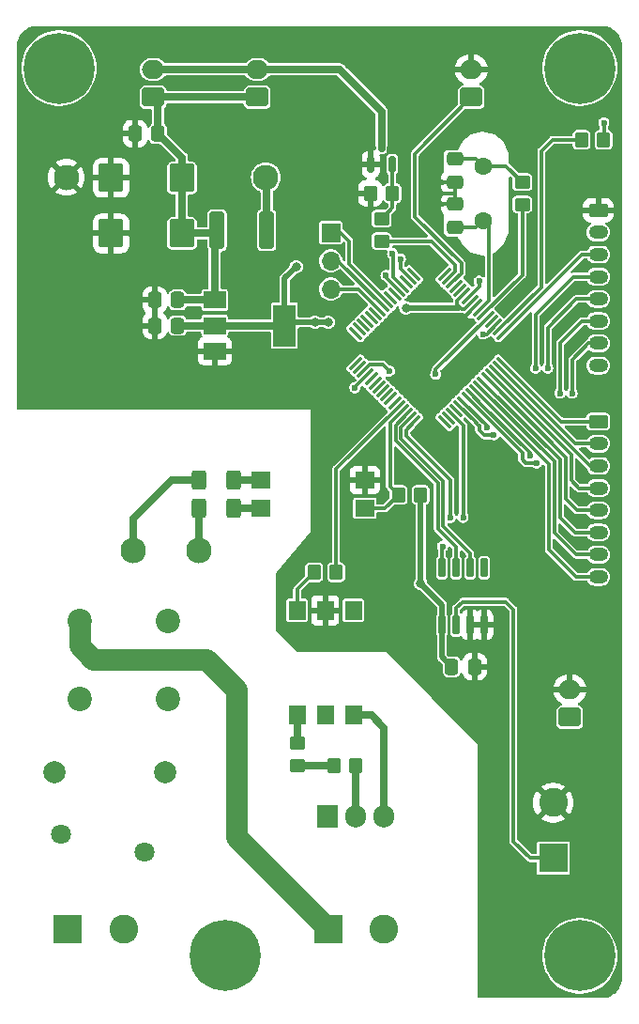
<source format=gbl>
G04 #@! TF.GenerationSoftware,KiCad,Pcbnew,(7.0.0)*
G04 #@! TF.CreationDate,2023-02-19T07:45:38+03:00*
G04 #@! TF.ProjectId,pcb-heater,7063622d-6865-4617-9465-722e6b696361,rev?*
G04 #@! TF.SameCoordinates,Original*
G04 #@! TF.FileFunction,Copper,L2,Bot*
G04 #@! TF.FilePolarity,Positive*
%FSLAX46Y46*%
G04 Gerber Fmt 4.6, Leading zero omitted, Abs format (unit mm)*
G04 Created by KiCad (PCBNEW (7.0.0)) date 2023-02-19 07:45:38*
%MOMM*%
%LPD*%
G01*
G04 APERTURE LIST*
G04 Aperture macros list*
%AMRoundRect*
0 Rectangle with rounded corners*
0 $1 Rounding radius*
0 $2 $3 $4 $5 $6 $7 $8 $9 X,Y pos of 4 corners*
0 Add a 4 corners polygon primitive as box body*
4,1,4,$2,$3,$4,$5,$6,$7,$8,$9,$2,$3,0*
0 Add four circle primitives for the rounded corners*
1,1,$1+$1,$2,$3*
1,1,$1+$1,$4,$5*
1,1,$1+$1,$6,$7*
1,1,$1+$1,$8,$9*
0 Add four rect primitives between the rounded corners*
20,1,$1+$1,$2,$3,$4,$5,0*
20,1,$1+$1,$4,$5,$6,$7,0*
20,1,$1+$1,$6,$7,$8,$9,0*
20,1,$1+$1,$8,$9,$2,$3,0*%
G04 Aperture macros list end*
G04 #@! TA.AperFunction,ComponentPad*
%ADD10R,2.600000X2.600000*%
G04 #@! TD*
G04 #@! TA.AperFunction,ComponentPad*
%ADD11C,2.600000*%
G04 #@! TD*
G04 #@! TA.AperFunction,ComponentPad*
%ADD12RoundRect,0.250000X0.750000X-0.600000X0.750000X0.600000X-0.750000X0.600000X-0.750000X-0.600000X0*%
G04 #@! TD*
G04 #@! TA.AperFunction,ComponentPad*
%ADD13O,2.000000X1.700000*%
G04 #@! TD*
G04 #@! TA.AperFunction,ComponentPad*
%ADD14C,1.600000*%
G04 #@! TD*
G04 #@! TA.AperFunction,ComponentPad*
%ADD15C,0.800000*%
G04 #@! TD*
G04 #@! TA.AperFunction,ComponentPad*
%ADD16C,6.400000*%
G04 #@! TD*
G04 #@! TA.AperFunction,ComponentPad*
%ADD17C,2.300000*%
G04 #@! TD*
G04 #@! TA.AperFunction,ComponentPad*
%ADD18R,1.700000X1.700000*%
G04 #@! TD*
G04 #@! TA.AperFunction,ComponentPad*
%ADD19O,1.700000X1.700000*%
G04 #@! TD*
G04 #@! TA.AperFunction,ComponentPad*
%ADD20C,2.200000*%
G04 #@! TD*
G04 #@! TA.AperFunction,ComponentPad*
%ADD21RoundRect,0.250000X-0.625000X0.350000X-0.625000X-0.350000X0.625000X-0.350000X0.625000X0.350000X0*%
G04 #@! TD*
G04 #@! TA.AperFunction,ComponentPad*
%ADD22O,1.750000X1.200000*%
G04 #@! TD*
G04 #@! TA.AperFunction,ComponentPad*
%ADD23R,1.905000X2.000000*%
G04 #@! TD*
G04 #@! TA.AperFunction,ComponentPad*
%ADD24O,1.905000X2.000000*%
G04 #@! TD*
G04 #@! TA.AperFunction,ComponentPad*
%ADD25C,1.800000*%
G04 #@! TD*
G04 #@! TA.AperFunction,ComponentPad*
%ADD26C,2.000000*%
G04 #@! TD*
G04 #@! TA.AperFunction,SMDPad,CuDef*
%ADD27RoundRect,0.250000X0.350000X0.450000X-0.350000X0.450000X-0.350000X-0.450000X0.350000X-0.450000X0*%
G04 #@! TD*
G04 #@! TA.AperFunction,SMDPad,CuDef*
%ADD28RoundRect,0.250000X0.400000X1.450000X-0.400000X1.450000X-0.400000X-1.450000X0.400000X-1.450000X0*%
G04 #@! TD*
G04 #@! TA.AperFunction,SMDPad,CuDef*
%ADD29R,1.700000X1.500000*%
G04 #@! TD*
G04 #@! TA.AperFunction,SMDPad,CuDef*
%ADD30RoundRect,0.250000X0.450000X-0.350000X0.450000X0.350000X-0.450000X0.350000X-0.450000X-0.350000X0*%
G04 #@! TD*
G04 #@! TA.AperFunction,SMDPad,CuDef*
%ADD31RoundRect,0.250000X0.875000X1.025000X-0.875000X1.025000X-0.875000X-1.025000X0.875000X-1.025000X0*%
G04 #@! TD*
G04 #@! TA.AperFunction,SMDPad,CuDef*
%ADD32RoundRect,0.150000X0.150000X-0.725000X0.150000X0.725000X-0.150000X0.725000X-0.150000X-0.725000X0*%
G04 #@! TD*
G04 #@! TA.AperFunction,SMDPad,CuDef*
%ADD33RoundRect,0.250000X0.337500X0.475000X-0.337500X0.475000X-0.337500X-0.475000X0.337500X-0.475000X0*%
G04 #@! TD*
G04 #@! TA.AperFunction,SMDPad,CuDef*
%ADD34RoundRect,0.250000X-0.350000X-0.450000X0.350000X-0.450000X0.350000X0.450000X-0.350000X0.450000X0*%
G04 #@! TD*
G04 #@! TA.AperFunction,SMDPad,CuDef*
%ADD35RoundRect,0.250000X0.400000X0.625000X-0.400000X0.625000X-0.400000X-0.625000X0.400000X-0.625000X0*%
G04 #@! TD*
G04 #@! TA.AperFunction,SMDPad,CuDef*
%ADD36RoundRect,0.250000X-0.475000X0.337500X-0.475000X-0.337500X0.475000X-0.337500X0.475000X0.337500X0*%
G04 #@! TD*
G04 #@! TA.AperFunction,SMDPad,CuDef*
%ADD37RoundRect,0.150000X0.150000X-0.587500X0.150000X0.587500X-0.150000X0.587500X-0.150000X-0.587500X0*%
G04 #@! TD*
G04 #@! TA.AperFunction,SMDPad,CuDef*
%ADD38RoundRect,0.075000X0.441942X0.548008X-0.548008X-0.441942X-0.441942X-0.548008X0.548008X0.441942X0*%
G04 #@! TD*
G04 #@! TA.AperFunction,SMDPad,CuDef*
%ADD39RoundRect,0.075000X-0.441942X0.548008X-0.548008X0.441942X0.441942X-0.548008X0.548008X-0.441942X0*%
G04 #@! TD*
G04 #@! TA.AperFunction,SMDPad,CuDef*
%ADD40RoundRect,0.250000X-0.337500X-0.475000X0.337500X-0.475000X0.337500X0.475000X-0.337500X0.475000X0*%
G04 #@! TD*
G04 #@! TA.AperFunction,SMDPad,CuDef*
%ADD41R,2.000000X1.500000*%
G04 #@! TD*
G04 #@! TA.AperFunction,SMDPad,CuDef*
%ADD42R,2.000000X3.800000*%
G04 #@! TD*
G04 #@! TA.AperFunction,SMDPad,CuDef*
%ADD43R,1.500000X1.700000*%
G04 #@! TD*
G04 #@! TA.AperFunction,SMDPad,CuDef*
%ADD44RoundRect,0.250000X0.475000X-0.337500X0.475000X0.337500X-0.475000X0.337500X-0.475000X-0.337500X0*%
G04 #@! TD*
G04 #@! TA.AperFunction,ViaPad*
%ADD45C,0.800000*%
G04 #@! TD*
G04 #@! TA.AperFunction,ViaPad*
%ADD46C,0.600000*%
G04 #@! TD*
G04 #@! TA.AperFunction,Conductor*
%ADD47C,0.300000*%
G04 #@! TD*
G04 #@! TA.AperFunction,Conductor*
%ADD48C,0.500000*%
G04 #@! TD*
G04 #@! TA.AperFunction,Conductor*
%ADD49C,0.700000*%
G04 #@! TD*
G04 #@! TA.AperFunction,Conductor*
%ADD50C,1.905000*%
G04 #@! TD*
G04 APERTURE END LIST*
D10*
X148597999Y-125201999D03*
D11*
X148598000Y-120202000D03*
D12*
X141207000Y-56622000D03*
D13*
X141206999Y-54121999D03*
D14*
X142240000Y-67728000D03*
X142240000Y-62828000D03*
D15*
X101600000Y-54000000D03*
X102302944Y-52302944D03*
X102302944Y-55697056D03*
X104000000Y-51600000D03*
D16*
X104000000Y-54000000D03*
D15*
X104000000Y-56400000D03*
X105697056Y-52302944D03*
X105697056Y-55697056D03*
X106400000Y-54000000D03*
D17*
X110665000Y-97445000D03*
X116665000Y-97445000D03*
X104665000Y-63845000D03*
X122665000Y-63845000D03*
D18*
X128523999Y-68833999D03*
D19*
X128523999Y-71373999D03*
X128523999Y-73913999D03*
D20*
X105855000Y-110815000D03*
X105855000Y-103815000D03*
X113855000Y-110815000D03*
X113855000Y-103815000D03*
D15*
X148600000Y-54000000D03*
X149302944Y-52302944D03*
X149302944Y-55697056D03*
X151000000Y-51600000D03*
D16*
X151000000Y-54000000D03*
D15*
X151000000Y-56400000D03*
X152697056Y-52302944D03*
X152697056Y-55697056D03*
X153400000Y-54000000D03*
D21*
X152654000Y-85852000D03*
D22*
X152653999Y-87851999D03*
X152653999Y-89851999D03*
X152653999Y-91851999D03*
X152653999Y-93851999D03*
X152653999Y-95851999D03*
X152653999Y-97851999D03*
X152653999Y-99851999D03*
D12*
X150096999Y-112502000D03*
D13*
X150096998Y-110001999D03*
D10*
X128309999Y-131579999D03*
D11*
X133310000Y-131580000D03*
D21*
X152654000Y-66802000D03*
D22*
X152653999Y-68801999D03*
X152653999Y-70801999D03*
X152653999Y-72801999D03*
X152653999Y-74801999D03*
X152653999Y-76801999D03*
X152653999Y-78801999D03*
X152653999Y-80801999D03*
D10*
X104814999Y-131579999D03*
D11*
X109815000Y-131580000D03*
D23*
X128259999Y-121411999D03*
D24*
X130799999Y-121411999D03*
X133339999Y-121411999D03*
D12*
X121902999Y-56622000D03*
D13*
X121902998Y-54121999D03*
D15*
X148600000Y-134000000D03*
X149302944Y-132302944D03*
X149302944Y-135697056D03*
X151000000Y-131600000D03*
D16*
X151000000Y-134000000D03*
D15*
X151000000Y-136400000D03*
X152697056Y-132302944D03*
X152697056Y-135697056D03*
X153400000Y-134000000D03*
D12*
X112505000Y-56622000D03*
D13*
X112504999Y-54121999D03*
D25*
X104200000Y-123005000D03*
X111700000Y-124638330D03*
D15*
X116600000Y-134000000D03*
X117302944Y-132302944D03*
X117302944Y-135697056D03*
X119000000Y-131600000D03*
D16*
X119000000Y-134000000D03*
D15*
X119000000Y-136400000D03*
X120697056Y-132302944D03*
X120697056Y-135697056D03*
X121400000Y-134000000D03*
D26*
X103585000Y-117475000D03*
X113585000Y-117475000D03*
D27*
X134096000Y-65278000D03*
X132096000Y-65278000D03*
D28*
X122725000Y-68600000D03*
X118275000Y-68600000D03*
D29*
X122199999Y-93669999D03*
X122199999Y-91129999D03*
X131599999Y-91129999D03*
X131599999Y-93669999D03*
D27*
X130794000Y-116840000D03*
X128794000Y-116840000D03*
D30*
X125476000Y-116824000D03*
X125476000Y-114824000D03*
D31*
X115100000Y-68900000D03*
X108700000Y-68900000D03*
D30*
X145796000Y-66278000D03*
X145796000Y-64278000D03*
D27*
X153146000Y-60452000D03*
X151146000Y-60452000D03*
D32*
X142367000Y-104175000D03*
X141097000Y-104175000D03*
X139827000Y-104175000D03*
X138557000Y-104175000D03*
X138557000Y-99025000D03*
X139827000Y-99025000D03*
X141097000Y-99025000D03*
X142367000Y-99025000D03*
D33*
X112937500Y-59900000D03*
X110862500Y-59900000D03*
D34*
X127016000Y-99441000D03*
X129016000Y-99441000D03*
D35*
X119750000Y-93700000D03*
X116650000Y-93700000D03*
D33*
X114702500Y-77200000D03*
X112627500Y-77200000D03*
D30*
X133096000Y-69580000D03*
X133096000Y-67580000D03*
D36*
X139700000Y-62208500D03*
X139700000Y-64283500D03*
D35*
X119750000Y-91160000D03*
X116650000Y-91160000D03*
D37*
X134046000Y-62659500D03*
X132146000Y-62659500D03*
X133096000Y-60784500D03*
D38*
X138775181Y-72583519D03*
X139128734Y-72937072D03*
X139482287Y-73290625D03*
X139835841Y-73644179D03*
X140189394Y-73997732D03*
X140542948Y-74351286D03*
X140896501Y-74704839D03*
X141250054Y-75058392D03*
X141603608Y-75411946D03*
X141957161Y-75765499D03*
X142310714Y-76119052D03*
X142664268Y-76472606D03*
X143017821Y-76826159D03*
X143371375Y-77179713D03*
X143724928Y-77533266D03*
X144078481Y-77886819D03*
D39*
X144078481Y-80609181D03*
X143724928Y-80962734D03*
X143371375Y-81316287D03*
X143017821Y-81669841D03*
X142664268Y-82023394D03*
X142310714Y-82376948D03*
X141957161Y-82730501D03*
X141603608Y-83084054D03*
X141250054Y-83437608D03*
X140896501Y-83791161D03*
X140542948Y-84144714D03*
X140189394Y-84498268D03*
X139835841Y-84851821D03*
X139482287Y-85205375D03*
X139128734Y-85558928D03*
X138775181Y-85912481D03*
D38*
X136052819Y-85912481D03*
X135699266Y-85558928D03*
X135345713Y-85205375D03*
X134992159Y-84851821D03*
X134638606Y-84498268D03*
X134285052Y-84144714D03*
X133931499Y-83791161D03*
X133577946Y-83437608D03*
X133224392Y-83084054D03*
X132870839Y-82730501D03*
X132517286Y-82376948D03*
X132163732Y-82023394D03*
X131810179Y-81669841D03*
X131456625Y-81316287D03*
X131103072Y-80962734D03*
X130749519Y-80609181D03*
D39*
X130749519Y-77886819D03*
X131103072Y-77533266D03*
X131456625Y-77179713D03*
X131810179Y-76826159D03*
X132163732Y-76472606D03*
X132517286Y-76119052D03*
X132870839Y-75765499D03*
X133224392Y-75411946D03*
X133577946Y-75058392D03*
X133931499Y-74704839D03*
X134285052Y-74351286D03*
X134638606Y-73997732D03*
X134992159Y-73644179D03*
X135345713Y-73290625D03*
X135699266Y-72937072D03*
X136052819Y-72583519D03*
D31*
X115100000Y-63900000D03*
X108700000Y-63900000D03*
D40*
X139424500Y-107950000D03*
X141499500Y-107950000D03*
D41*
X118049999Y-79499999D03*
X118049999Y-77199999D03*
D42*
X124349999Y-77199999D03*
D41*
X118049999Y-74899999D03*
D33*
X114702500Y-74900000D03*
X112627500Y-74900000D03*
D43*
X125475999Y-102868999D03*
X128015999Y-102868999D03*
X130555999Y-102868999D03*
X130555999Y-112268999D03*
X128015999Y-112268999D03*
X125475999Y-112268999D03*
D27*
X136636000Y-92456000D03*
X134636000Y-92456000D03*
D44*
X139700000Y-68347500D03*
X139700000Y-66272500D03*
D45*
X136636000Y-100436000D03*
X127100000Y-76900000D03*
X125400000Y-71900000D03*
X128300000Y-76900000D03*
X135300000Y-75600000D03*
X133604000Y-77978000D03*
X135636000Y-103632000D03*
X139446000Y-88138000D03*
X121158000Y-79502000D03*
X121158000Y-74930000D03*
X133604000Y-79502000D03*
D46*
X138176000Y-64262000D03*
D45*
X110744000Y-74930000D03*
X132588000Y-95504000D03*
X110744000Y-77216000D03*
D46*
X138176000Y-65278000D03*
X138176000Y-66294000D03*
D45*
X136144000Y-70612000D03*
X108600000Y-59900000D03*
D46*
X141900000Y-73200000D03*
X138000000Y-81600000D03*
X153162000Y-58928000D03*
X140462000Y-94488000D03*
X147000000Y-81026000D03*
X142593404Y-86406596D03*
X143243404Y-87056596D03*
X148100000Y-81026000D03*
X149200000Y-83300000D03*
X146500511Y-88899489D03*
X150300000Y-83300000D03*
X147100000Y-89600000D03*
X142256000Y-77962000D03*
X134800000Y-71200000D03*
X130700000Y-82800000D03*
X133800000Y-81300000D03*
X133500500Y-72683564D03*
X134100000Y-70700000D03*
X138600000Y-97100000D03*
X139325500Y-94488000D03*
D47*
X139923493Y-74970741D02*
X139923493Y-75322821D01*
D48*
X138557000Y-104175000D02*
X138557000Y-107082500D01*
X136636000Y-100436000D02*
X138557000Y-102357000D01*
D47*
X140542948Y-74351286D02*
X139923493Y-74970741D01*
D48*
X127100000Y-76900000D02*
X128300000Y-76900000D01*
X127100000Y-76900000D02*
X124650000Y-76900000D01*
X124350000Y-72950000D02*
X125400000Y-71900000D01*
D47*
X140616448Y-75692000D02*
X141250054Y-75058392D01*
D48*
X124650000Y-76900000D02*
X124350000Y-77200000D01*
X135300000Y-75600000D02*
X140059250Y-75600000D01*
D47*
X140292672Y-75692000D02*
X140616448Y-75692000D01*
D48*
X136636000Y-92456000D02*
X136636000Y-100436000D01*
X138557000Y-107082500D02*
X139424500Y-107950000D01*
D49*
X114702500Y-77200000D02*
X118050000Y-77200000D01*
D48*
X124350000Y-77200000D02*
X124350000Y-72950000D01*
X138557000Y-102357000D02*
X138557000Y-104175000D01*
D49*
X118050000Y-77200000D02*
X124350000Y-77200000D01*
D47*
X139923493Y-75322821D02*
X140292672Y-75692000D01*
X141620500Y-68347500D02*
X142240000Y-67728000D01*
X141957161Y-75765499D02*
X142800000Y-74922660D01*
X139700000Y-68347500D02*
X141620500Y-68347500D01*
X142800000Y-74922660D02*
X142800000Y-68288000D01*
X142800000Y-68288000D02*
X142240000Y-67728000D01*
X139700000Y-65278000D02*
X139700000Y-64283500D01*
X139700000Y-66272500D02*
X138197500Y-66272500D01*
X139037554Y-77978000D02*
X133604000Y-77978000D01*
X138197500Y-66272500D02*
X138176000Y-66294000D01*
X141603608Y-75411946D02*
X139037554Y-77978000D01*
X139700000Y-64283500D02*
X138197500Y-64283500D01*
X138176000Y-65278000D02*
X139700000Y-65278000D01*
X139700000Y-66272500D02*
X139700000Y-65278000D01*
X138197500Y-64283500D02*
X138176000Y-64262000D01*
X145796000Y-64278000D02*
X144346000Y-62828000D01*
X144346000Y-62828000D02*
X142240000Y-62828000D01*
X139700000Y-62208500D02*
X141620500Y-62208500D01*
X141620500Y-62208500D02*
X142240000Y-62828000D01*
X140896501Y-74704839D02*
X141900000Y-73701340D01*
X141900000Y-73701340D02*
X141900000Y-73200000D01*
X142664268Y-76472606D02*
X138000000Y-81136874D01*
X138000000Y-81136874D02*
X138000000Y-81600000D01*
D49*
X118050000Y-68825000D02*
X118275000Y-68600000D01*
X112937500Y-59900000D02*
X112937500Y-57054500D01*
X115100000Y-63900000D02*
X115100000Y-62062500D01*
X121902999Y-56622000D02*
X112505000Y-56622000D01*
X115100000Y-68900000D02*
X115100000Y-63900000D01*
X115100000Y-68900000D02*
X117975000Y-68900000D01*
X117975000Y-68900000D02*
X118275000Y-68600000D01*
X118050000Y-74900000D02*
X118050000Y-68825000D01*
X114702500Y-74900000D02*
X118050000Y-74900000D01*
X115100000Y-62062500D02*
X112937500Y-59900000D01*
X112937500Y-57054500D02*
X112505000Y-56622000D01*
D47*
X153162000Y-58928000D02*
X153162000Y-60182000D01*
X153162000Y-60182000D02*
X153146000Y-60198000D01*
X140462000Y-94488000D02*
X140462000Y-86185088D01*
X140462000Y-86185088D02*
X139482287Y-85205375D01*
D49*
X122725000Y-63905000D02*
X122665000Y-63845000D01*
X122725000Y-68600000D02*
X122725000Y-63905000D01*
D50*
X120000000Y-123270000D02*
X120000000Y-110000000D01*
X128310000Y-131580000D02*
X120000000Y-123270000D01*
D49*
X116650000Y-91160000D02*
X114140000Y-91160000D01*
X110665000Y-94635000D02*
X110665000Y-97445000D01*
D50*
X117300000Y-107300000D02*
X107100000Y-107300000D01*
X120000000Y-110000000D02*
X117300000Y-107300000D01*
X105855000Y-106055000D02*
X105855000Y-103815000D01*
X107100000Y-107300000D02*
X105855000Y-106055000D01*
D49*
X114140000Y-91160000D02*
X110665000Y-94635000D01*
X116650000Y-97430000D02*
X116665000Y-97445000D01*
X116650000Y-93700000D02*
X116650000Y-97430000D01*
D47*
X144078481Y-77886819D02*
X151163300Y-70802000D01*
X151163300Y-70802000D02*
X152654000Y-70802000D01*
X150398000Y-72802000D02*
X152654000Y-72802000D01*
X147000000Y-76200000D02*
X150398000Y-72802000D01*
X142593404Y-86195170D02*
X142593404Y-86406596D01*
X140542948Y-84144714D02*
X142593404Y-86195170D01*
X147000000Y-81026000D02*
X147000000Y-76200000D01*
X143200000Y-87100000D02*
X143243404Y-87056596D01*
X150698000Y-74802000D02*
X152654000Y-74802000D01*
X142367569Y-87100000D02*
X143200000Y-87100000D01*
X140189394Y-84498268D02*
X141495564Y-85804436D01*
X148100000Y-77400000D02*
X150698000Y-74802000D01*
X141900000Y-86632431D02*
X142367569Y-87100000D01*
X141900000Y-86208872D02*
X141900000Y-86632431D01*
X141800000Y-86108872D02*
X141900000Y-86208872D01*
X141495564Y-85804436D02*
X141800000Y-86108872D01*
X148100000Y-81026000D02*
X148100000Y-77400000D01*
X149200000Y-83300000D02*
X149200000Y-78800000D01*
X151198000Y-76802000D02*
X152654000Y-76802000D01*
X149200000Y-78800000D02*
X151198000Y-76802000D01*
X146500511Y-88688065D02*
X146500511Y-88899489D01*
X141250054Y-83437608D02*
X142056223Y-84243777D01*
X142056223Y-84243777D02*
X146500511Y-88688065D01*
X146100000Y-89600000D02*
X145800000Y-89300000D01*
X145800000Y-88694660D02*
X140896501Y-83791161D01*
X150300000Y-83300000D02*
X150300000Y-80300000D01*
X147100000Y-89600000D02*
X146100000Y-89600000D01*
X145800000Y-89300000D02*
X145800000Y-88694660D01*
X151798000Y-78802000D02*
X152654000Y-78802000D01*
X150300000Y-80300000D02*
X151798000Y-78802000D01*
X133577946Y-75058392D02*
X130200000Y-71680446D01*
X130200000Y-69600000D02*
X129434000Y-68834000D01*
X130200000Y-71680446D02*
X130200000Y-69600000D01*
X129434000Y-68834000D02*
X128524000Y-68834000D01*
X133224392Y-75411946D02*
X129186446Y-71374000D01*
X129186446Y-71374000D02*
X128524000Y-71374000D01*
X131019340Y-73914000D02*
X128524000Y-73914000D01*
X132870839Y-75765499D02*
X131019340Y-73914000D01*
X136100000Y-61729000D02*
X141207000Y-56622000D01*
X140300000Y-71592894D02*
X136100000Y-67392894D01*
X139482287Y-73290625D02*
X140300000Y-72472912D01*
X136100000Y-67392894D02*
X136100000Y-61729000D01*
X140300000Y-72472912D02*
X140300000Y-71592894D01*
D49*
X129322000Y-54122000D02*
X121902999Y-54122000D01*
X133096000Y-57896000D02*
X129322000Y-54122000D01*
X133096000Y-60784500D02*
X133096000Y-57896000D01*
X112505000Y-54122000D02*
X121902999Y-54122000D01*
X130794000Y-121406000D02*
X130800000Y-121412000D01*
X130794000Y-116840000D02*
X130794000Y-121406000D01*
D47*
X139827000Y-102673000D02*
X140400000Y-102100000D01*
X140400000Y-102100000D02*
X144300000Y-102100000D01*
X145000000Y-102800000D02*
X145000000Y-123700000D01*
X139827000Y-104175000D02*
X139827000Y-102673000D01*
X145000000Y-123700000D02*
X146502000Y-125202000D01*
X144300000Y-102100000D02*
X145000000Y-102800000D01*
X146502000Y-125202000D02*
X148598000Y-125202000D01*
X134046000Y-62659500D02*
X134046000Y-65228000D01*
X134096000Y-66580000D02*
X133096000Y-67580000D01*
X134046000Y-65228000D02*
X134096000Y-65278000D01*
X134096000Y-65278000D02*
X134096000Y-66580000D01*
D49*
X133340000Y-113440000D02*
X133340000Y-121412000D01*
X130556000Y-112269000D02*
X132169000Y-112269000D01*
X132169000Y-112269000D02*
X133340000Y-113440000D01*
D47*
X143371375Y-77179713D02*
X142589088Y-77962000D01*
X142589088Y-77962000D02*
X142256000Y-77962000D01*
X147500000Y-73758194D02*
X147500000Y-61500000D01*
X148548000Y-60452000D02*
X151146000Y-60452000D01*
X147500000Y-61500000D02*
X148548000Y-60452000D01*
X143724928Y-77533266D02*
X147500000Y-73758194D01*
X139128734Y-72937072D02*
X139748189Y-72317617D01*
X133116000Y-69600000D02*
X133096000Y-69580000D01*
X139748189Y-72317617D02*
X139748189Y-71748189D01*
X139748189Y-71748189D02*
X137600000Y-69600000D01*
X137600000Y-69600000D02*
X133116000Y-69600000D01*
X142310714Y-76119052D02*
X145796000Y-72633766D01*
X145796000Y-72633766D02*
X145796000Y-66278000D01*
X134800000Y-72037806D02*
X134800000Y-71200000D01*
X135699266Y-72937072D02*
X134800000Y-72037806D01*
X130700000Y-82780020D02*
X130700000Y-82800000D01*
X131810179Y-81669841D02*
X130700000Y-82780020D01*
X132076081Y-80696833D02*
X133196833Y-80696833D01*
X131456625Y-81316287D02*
X132076081Y-80696833D01*
X133196833Y-80696833D02*
X133800000Y-81300000D01*
D49*
X122170000Y-93700000D02*
X122200000Y-93670000D01*
X119750000Y-93700000D02*
X122170000Y-93700000D01*
X119750000Y-91160000D02*
X122170000Y-91160000D01*
X122170000Y-91160000D02*
X122200000Y-91130000D01*
D47*
X125476000Y-102869000D02*
X125476000Y-100981000D01*
X125476000Y-100981000D02*
X127016000Y-99441000D01*
X129016000Y-90120874D02*
X129016000Y-99441000D01*
X134638606Y-84498268D02*
X129016000Y-90120874D01*
D49*
X128778000Y-116824000D02*
X128794000Y-116840000D01*
X125476000Y-116824000D02*
X128778000Y-116824000D01*
X125476000Y-112269000D02*
X125476000Y-114824000D01*
D47*
X133858000Y-91678000D02*
X134636000Y-92456000D01*
X133858000Y-85985980D02*
X133858000Y-91678000D01*
X131600000Y-93670000D02*
X133422000Y-93670000D01*
X133422000Y-93670000D02*
X134636000Y-92456000D01*
X134992159Y-84851821D02*
X133858000Y-85985980D01*
X133770437Y-73129563D02*
X133500500Y-72859626D01*
X133500500Y-72859626D02*
X133500500Y-72683564D01*
X134638606Y-73997732D02*
X133770437Y-73129563D01*
X134992159Y-73644179D02*
X134150000Y-72802020D01*
X134150000Y-70750000D02*
X134100000Y-70700000D01*
X134150000Y-72802020D02*
X134150000Y-70750000D01*
X135366000Y-87166000D02*
X139325500Y-91125500D01*
X138557000Y-97143000D02*
X138600000Y-97100000D01*
X135366000Y-86599300D02*
X135366000Y-87166000D01*
X138557000Y-99025000D02*
X138557000Y-97143000D01*
X136052819Y-85912481D02*
X135366000Y-86599300D01*
X139325500Y-91125500D02*
X139325500Y-94488000D01*
X141097000Y-97717894D02*
X141097000Y-99025000D01*
X138676000Y-91183105D02*
X138676000Y-95296894D01*
X134866000Y-87373106D02*
X138676000Y-91183105D01*
X138676000Y-95296894D02*
X141097000Y-97717894D01*
X135699266Y-85558928D02*
X134866000Y-86392194D01*
X134866000Y-86392194D02*
X134866000Y-87373106D01*
X139827000Y-97155000D02*
X139827000Y-99025000D01*
X138176000Y-95504000D02*
X139827000Y-97155000D01*
X138176000Y-91390212D02*
X138176000Y-95504000D01*
X135345713Y-85205375D02*
X134366000Y-86185088D01*
X134366000Y-86185088D02*
X134366000Y-87580212D01*
X134366000Y-87580212D02*
X138176000Y-91390212D01*
X144078481Y-80609181D02*
X149321300Y-85852000D01*
X149321300Y-85852000D02*
X152654000Y-85852000D01*
X143724928Y-80962734D02*
X150614194Y-87852000D01*
X150614194Y-87852000D02*
X152654000Y-87852000D01*
X143371375Y-81316287D02*
X151907088Y-89852000D01*
X151907088Y-89852000D02*
X152654000Y-89852000D01*
X143017821Y-81669841D02*
X150200000Y-88852020D01*
X150902000Y-91852000D02*
X152654000Y-91852000D01*
X150200000Y-91150000D02*
X150902000Y-91852000D01*
X150200000Y-88852020D02*
X150200000Y-91150000D01*
X142664268Y-82023394D02*
X149700000Y-89059128D01*
X150752000Y-93852000D02*
X152654000Y-93852000D01*
X149700000Y-89059128D02*
X149700000Y-92800000D01*
X149700000Y-92800000D02*
X150752000Y-93852000D01*
X149200000Y-89266234D02*
X149200000Y-94500000D01*
X142310714Y-82376948D02*
X149200000Y-89266234D01*
X150552000Y-95852000D02*
X152654000Y-95852000D01*
X149200000Y-94500000D02*
X150552000Y-95852000D01*
X150652000Y-97852000D02*
X152654000Y-97852000D01*
X141957161Y-82730501D02*
X148700000Y-89473340D01*
X148700000Y-95900000D02*
X150652000Y-97852000D01*
X148700000Y-89473340D02*
X148700000Y-95900000D01*
X148200000Y-89680446D02*
X148200000Y-97400000D01*
X148200000Y-97400000D02*
X150652000Y-99852000D01*
X150652000Y-99852000D02*
X152654000Y-99852000D01*
X141603608Y-83084054D02*
X148200000Y-89680446D01*
G04 #@! TA.AperFunction,Conductor*
G36*
X137450846Y-69960091D02*
G01*
X137491723Y-69987405D01*
X139103383Y-71599065D01*
X139132922Y-71645711D01*
X139139681Y-71700509D01*
X139122363Y-71752935D01*
X139084292Y-71792924D01*
X139046641Y-71818082D01*
X139046637Y-71818085D01*
X139041501Y-71821517D01*
X139037133Y-71825884D01*
X139037128Y-71825889D01*
X138017555Y-72845464D01*
X138017550Y-72845469D01*
X138013181Y-72849839D01*
X138009750Y-72854972D01*
X138009743Y-72854982D01*
X137974554Y-72907645D01*
X137974554Y-72907646D01*
X137967658Y-72917966D01*
X137965236Y-72930137D01*
X137965236Y-72930140D01*
X137951140Y-73001010D01*
X137946276Y-73025461D01*
X137967658Y-73132955D01*
X137974550Y-73143270D01*
X137974551Y-73143272D01*
X137988179Y-73163667D01*
X138013179Y-73201083D01*
X138157617Y-73345519D01*
X138194770Y-73370344D01*
X138197443Y-73372131D01*
X138225745Y-73391042D01*
X138237918Y-73393463D01*
X138246882Y-73397176D01*
X138287761Y-73424490D01*
X138315075Y-73465369D01*
X138318790Y-73474339D01*
X138321211Y-73486508D01*
X138366732Y-73554636D01*
X138371107Y-73559011D01*
X138371108Y-73559012D01*
X138405756Y-73593659D01*
X138511170Y-73699072D01*
X138579298Y-73744595D01*
X138591471Y-73747016D01*
X138600435Y-73750729D01*
X138641314Y-73778043D01*
X138668628Y-73818922D01*
X138672343Y-73827892D01*
X138674764Y-73840061D01*
X138720285Y-73908189D01*
X138724660Y-73912564D01*
X138724661Y-73912565D01*
X138759310Y-73947213D01*
X138864723Y-74052625D01*
X138932851Y-74098148D01*
X138945027Y-74100570D01*
X138953991Y-74104283D01*
X138994867Y-74131597D01*
X139022181Y-74172473D01*
X139025896Y-74181444D01*
X139028318Y-74193615D01*
X139073839Y-74261743D01*
X139078214Y-74266118D01*
X139078215Y-74266119D01*
X139113502Y-74301405D01*
X139218277Y-74406179D01*
X139286405Y-74451702D01*
X139298578Y-74454123D01*
X139307542Y-74457836D01*
X139348421Y-74485150D01*
X139375735Y-74526029D01*
X139379450Y-74534999D01*
X139381871Y-74547168D01*
X139427392Y-74615296D01*
X139431767Y-74619671D01*
X139431768Y-74619672D01*
X139556057Y-74743959D01*
X139589719Y-74804653D01*
X139586136Y-74873965D01*
X139576381Y-74902380D01*
X139576379Y-74902387D01*
X139572993Y-74912253D01*
X139572993Y-74919676D01*
X139570876Y-74926787D01*
X139571307Y-74937218D01*
X139571307Y-74937222D01*
X139572885Y-74975361D01*
X139572993Y-74980568D01*
X139572993Y-75023500D01*
X139556112Y-75086500D01*
X139509993Y-75132619D01*
X139446993Y-75149500D01*
X135742099Y-75149500D01*
X135701598Y-75142813D01*
X135665395Y-75123463D01*
X135609392Y-75080490D01*
X135609388Y-75080487D01*
X135602841Y-75075464D01*
X135595214Y-75072304D01*
X135595211Y-75072303D01*
X135464391Y-75018116D01*
X135464390Y-75018115D01*
X135456762Y-75014956D01*
X135448574Y-75013878D01*
X135302001Y-74994581D01*
X135245725Y-74972554D01*
X135206178Y-74926856D01*
X135192459Y-74868000D01*
X135207723Y-74809526D01*
X135246331Y-74767216D01*
X135246237Y-74767101D01*
X135247032Y-74766447D01*
X135248456Y-74764888D01*
X135256170Y-74759734D01*
X135400606Y-74615296D01*
X135446129Y-74547168D01*
X135448550Y-74534992D01*
X135452264Y-74526028D01*
X135479579Y-74485150D01*
X135520458Y-74457836D01*
X135529420Y-74454123D01*
X135541595Y-74451702D01*
X135609723Y-74406181D01*
X135754159Y-74261743D01*
X135799682Y-74193615D01*
X135802103Y-74181438D01*
X135805817Y-74172475D01*
X135833132Y-74131596D01*
X135874012Y-74104282D01*
X135882974Y-74100569D01*
X135895149Y-74098148D01*
X135963277Y-74052627D01*
X136107713Y-73908189D01*
X136153236Y-73840061D01*
X136155657Y-73827885D01*
X136159371Y-73818921D01*
X136186686Y-73778043D01*
X136227565Y-73750729D01*
X136236527Y-73747016D01*
X136248702Y-73744595D01*
X136316830Y-73699074D01*
X136461266Y-73554636D01*
X136506789Y-73486508D01*
X136509210Y-73474332D01*
X136512924Y-73465368D01*
X136540239Y-73424490D01*
X136581118Y-73397176D01*
X136590080Y-73393463D01*
X136602255Y-73391042D01*
X136670383Y-73345521D01*
X136814819Y-73201083D01*
X136860342Y-73132955D01*
X136881724Y-73025461D01*
X136860342Y-72917966D01*
X136814821Y-72849839D01*
X135786499Y-71821519D01*
X135781359Y-71818084D01*
X135781355Y-71818081D01*
X135728692Y-71782892D01*
X135718372Y-71775996D01*
X135706198Y-71773574D01*
X135706197Y-71773574D01*
X135623048Y-71757035D01*
X135610877Y-71754614D01*
X135598706Y-71757035D01*
X135515553Y-71773575D01*
X135515551Y-71773575D01*
X135503383Y-71775996D01*
X135493069Y-71782887D01*
X135493065Y-71782889D01*
X135440401Y-71818078D01*
X135440397Y-71818081D01*
X135435255Y-71821517D01*
X135430883Y-71825888D01*
X135430878Y-71825893D01*
X135365596Y-71891177D01*
X135315437Y-71921915D01*
X135256790Y-71926531D01*
X135202439Y-71904018D01*
X135164233Y-71859285D01*
X135150500Y-71802082D01*
X135150500Y-71606782D01*
X135158444Y-71562750D01*
X135181275Y-71524270D01*
X135188603Y-71515811D01*
X135225377Y-71473373D01*
X135285165Y-71342457D01*
X135305647Y-71200000D01*
X135288702Y-71082143D01*
X135286447Y-71066459D01*
X135286446Y-71066458D01*
X135285165Y-71057543D01*
X135225377Y-70926627D01*
X135131128Y-70817857D01*
X135010053Y-70740047D01*
X134871961Y-70699500D01*
X134728039Y-70699500D01*
X134728035Y-70699500D01*
X134668193Y-70692345D01*
X134615980Y-70653258D01*
X134590306Y-70593301D01*
X134586447Y-70566460D01*
X134585165Y-70557543D01*
X134525377Y-70426627D01*
X134431128Y-70317857D01*
X134310053Y-70240047D01*
X134171961Y-70199500D01*
X134170749Y-70199500D01*
X134117316Y-70177368D01*
X134078212Y-70128842D01*
X134067147Y-70067511D01*
X134086828Y-70008379D01*
X134132441Y-69965912D01*
X134192826Y-69950500D01*
X137402628Y-69950500D01*
X137450846Y-69960091D01*
G37*
G04 #@! TD.AperFunction*
G04 #@! TA.AperFunction,Conductor*
G36*
X153004118Y-50200770D02*
G01*
X153029108Y-50202407D01*
X153226649Y-50215355D01*
X153242968Y-50217503D01*
X153457653Y-50260206D01*
X153473557Y-50264467D01*
X153680830Y-50334828D01*
X153696036Y-50341127D01*
X153892351Y-50437938D01*
X153906607Y-50446169D01*
X154088600Y-50567773D01*
X154101675Y-50577806D01*
X154266229Y-50722115D01*
X154277884Y-50733770D01*
X154422193Y-50898324D01*
X154432226Y-50911399D01*
X154553825Y-51093383D01*
X154562066Y-51107657D01*
X154658868Y-51303953D01*
X154665175Y-51319179D01*
X154735529Y-51526434D01*
X154739795Y-51542355D01*
X154782494Y-51757019D01*
X154784645Y-51773359D01*
X154799230Y-51995881D01*
X154799500Y-52004122D01*
X154799500Y-135995878D01*
X154799230Y-136004119D01*
X154784645Y-136226640D01*
X154782494Y-136242980D01*
X154739795Y-136457644D01*
X154735529Y-136473565D01*
X154665175Y-136680820D01*
X154658868Y-136696046D01*
X154562066Y-136892342D01*
X154553825Y-136906616D01*
X154432226Y-137088600D01*
X154422193Y-137101675D01*
X154277884Y-137266229D01*
X154266229Y-137277884D01*
X154101675Y-137422193D01*
X154088600Y-137432226D01*
X153906616Y-137553825D01*
X153892342Y-137562066D01*
X153696046Y-137658868D01*
X153680820Y-137665175D01*
X153473565Y-137735529D01*
X153457644Y-137739795D01*
X153242980Y-137782494D01*
X153226640Y-137784645D01*
X153004119Y-137799230D01*
X152995878Y-137799500D01*
X141926000Y-137799500D01*
X141863000Y-137782619D01*
X141816881Y-137736500D01*
X141800000Y-137673500D01*
X141800000Y-134000000D01*
X147594506Y-134000000D01*
X147594691Y-134003412D01*
X147614283Y-134364779D01*
X147614284Y-134364789D01*
X147614469Y-134368199D01*
X147615020Y-134371564D01*
X147615022Y-134371576D01*
X147673571Y-134728707D01*
X147673574Y-134728722D01*
X147674125Y-134732081D01*
X147675036Y-134735365D01*
X147675039Y-134735375D01*
X147771860Y-135084092D01*
X147772773Y-135087379D01*
X147774031Y-135090537D01*
X147774035Y-135090548D01*
X147907995Y-135426763D01*
X147909257Y-135429930D01*
X148081978Y-135755716D01*
X148288910Y-136060917D01*
X148527627Y-136341956D01*
X148530096Y-136344295D01*
X148530102Y-136344301D01*
X148586133Y-136397376D01*
X148795330Y-136595538D01*
X149088881Y-136818690D01*
X149404838Y-137008795D01*
X149739497Y-137163625D01*
X150088934Y-137281364D01*
X150449052Y-137360632D01*
X150815630Y-137400500D01*
X151180955Y-137400500D01*
X151184370Y-137400500D01*
X151550948Y-137360632D01*
X151911066Y-137281364D01*
X152260503Y-137163625D01*
X152595162Y-137008795D01*
X152911119Y-136818690D01*
X153204670Y-136595538D01*
X153472373Y-136341956D01*
X153711090Y-136060917D01*
X153918022Y-135755716D01*
X154090743Y-135429930D01*
X154227227Y-135087379D01*
X154325875Y-134732081D01*
X154385531Y-134368199D01*
X154405494Y-134000000D01*
X154385531Y-133631801D01*
X154325875Y-133267919D01*
X154227227Y-132912621D01*
X154090743Y-132570070D01*
X153918022Y-132244284D01*
X153711090Y-131939083D01*
X153472373Y-131658044D01*
X153469902Y-131655703D01*
X153469897Y-131655698D01*
X153207153Y-131406814D01*
X153207152Y-131406813D01*
X153204670Y-131404462D01*
X152911119Y-131181310D01*
X152595162Y-130991205D01*
X152592063Y-130989771D01*
X152592057Y-130989768D01*
X152263601Y-130837808D01*
X152263596Y-130837806D01*
X152260503Y-130836375D01*
X152257274Y-130835287D01*
X152257269Y-130835285D01*
X151914302Y-130719726D01*
X151914296Y-130719724D01*
X151911066Y-130718636D01*
X151907741Y-130717904D01*
X151907730Y-130717901D01*
X151554279Y-130640101D01*
X151554275Y-130640100D01*
X151550948Y-130639368D01*
X151539220Y-130638092D01*
X151187768Y-130599869D01*
X151187757Y-130599868D01*
X151184370Y-130599500D01*
X150815630Y-130599500D01*
X150812243Y-130599868D01*
X150812231Y-130599869D01*
X150452444Y-130638999D01*
X150452442Y-130638999D01*
X150449052Y-130639368D01*
X150445727Y-130640099D01*
X150445720Y-130640101D01*
X150092269Y-130717901D01*
X150092253Y-130717905D01*
X150088934Y-130718636D01*
X150085708Y-130719722D01*
X150085697Y-130719726D01*
X149742730Y-130835285D01*
X149742719Y-130835289D01*
X149739497Y-130836375D01*
X149736409Y-130837803D01*
X149736398Y-130837808D01*
X149407942Y-130989768D01*
X149407928Y-130989775D01*
X149404838Y-130991205D01*
X149401912Y-130992965D01*
X149401911Y-130992966D01*
X149091813Y-131179545D01*
X149091801Y-131179552D01*
X149088881Y-131181310D01*
X149086165Y-131183373D01*
X149086157Y-131183380D01*
X148798049Y-131402395D01*
X148795330Y-131404462D01*
X148792855Y-131406805D01*
X148792846Y-131406814D01*
X148530102Y-131655698D01*
X148530087Y-131655713D01*
X148527627Y-131658044D01*
X148525430Y-131660630D01*
X148525421Y-131660640D01*
X148291123Y-131936477D01*
X148291118Y-131936483D01*
X148288910Y-131939083D01*
X148286999Y-131941900D01*
X148286994Y-131941908D01*
X148083891Y-132241461D01*
X148083882Y-132241474D01*
X148081978Y-132244284D01*
X148080382Y-132247294D01*
X148080378Y-132247301D01*
X147910853Y-132567058D01*
X147910847Y-132567070D01*
X147909257Y-132570070D01*
X147907999Y-132573227D01*
X147907995Y-132573236D01*
X147774035Y-132909451D01*
X147774029Y-132909467D01*
X147772773Y-132912621D01*
X147771863Y-132915896D01*
X147771860Y-132915907D01*
X147675039Y-133264624D01*
X147675035Y-133264638D01*
X147674125Y-133267919D01*
X147673574Y-133271273D01*
X147673571Y-133271292D01*
X147615022Y-133628423D01*
X147615020Y-133628437D01*
X147614469Y-133631801D01*
X147614284Y-133635208D01*
X147614283Y-133635220D01*
X147594946Y-133991875D01*
X147594506Y-134000000D01*
X141800000Y-134000000D01*
X141800000Y-115012216D01*
X141800000Y-115000000D01*
X133600000Y-106600000D01*
X133587399Y-106600000D01*
X125552190Y-106600000D01*
X125503972Y-106590409D01*
X125463095Y-106563095D01*
X123636905Y-104736905D01*
X123609591Y-104696028D01*
X123600000Y-104647810D01*
X123600000Y-103738748D01*
X124525500Y-103738748D01*
X124537133Y-103797231D01*
X124581448Y-103863552D01*
X124647769Y-103907867D01*
X124706252Y-103919500D01*
X126239561Y-103919500D01*
X126245748Y-103919500D01*
X126304231Y-103907867D01*
X126370552Y-103863552D01*
X126414867Y-103797231D01*
X126421433Y-103764223D01*
X126758000Y-103764223D01*
X126758359Y-103770938D01*
X126763662Y-103820257D01*
X126767259Y-103835478D01*
X126812405Y-103956519D01*
X126820954Y-103972175D01*
X126897697Y-104074692D01*
X126910307Y-104087302D01*
X127012824Y-104164045D01*
X127028480Y-104172594D01*
X127149521Y-104217740D01*
X127164742Y-104221337D01*
X127214061Y-104226640D01*
X127220777Y-104227000D01*
X127745410Y-104227000D01*
X127758493Y-104223493D01*
X127762000Y-104210410D01*
X128270000Y-104210410D01*
X128273506Y-104223493D01*
X128286590Y-104227000D01*
X128811223Y-104227000D01*
X128817938Y-104226640D01*
X128867257Y-104221337D01*
X128882478Y-104217740D01*
X129003519Y-104172594D01*
X129019175Y-104164045D01*
X129121692Y-104087302D01*
X129134302Y-104074692D01*
X129211045Y-103972175D01*
X129219594Y-103956519D01*
X129264740Y-103835478D01*
X129268337Y-103820257D01*
X129273640Y-103770938D01*
X129274000Y-103764223D01*
X129274000Y-103738748D01*
X129605500Y-103738748D01*
X129617133Y-103797231D01*
X129661448Y-103863552D01*
X129727769Y-103907867D01*
X129786252Y-103919500D01*
X131319561Y-103919500D01*
X131325748Y-103919500D01*
X131384231Y-103907867D01*
X131450552Y-103863552D01*
X131494867Y-103797231D01*
X131506500Y-103738748D01*
X131506500Y-101999252D01*
X131494867Y-101940769D01*
X131450552Y-101874448D01*
X131427928Y-101859331D01*
X131394547Y-101837026D01*
X131394546Y-101837025D01*
X131384231Y-101830133D01*
X131369787Y-101827260D01*
X131331816Y-101819707D01*
X131331815Y-101819706D01*
X131325748Y-101818500D01*
X129786252Y-101818500D01*
X129780184Y-101819706D01*
X129780183Y-101819707D01*
X129739939Y-101827712D01*
X129739937Y-101827712D01*
X129727769Y-101830133D01*
X129717454Y-101837024D01*
X129717452Y-101837026D01*
X129671761Y-101867556D01*
X129671758Y-101867558D01*
X129661448Y-101874448D01*
X129654558Y-101884758D01*
X129654556Y-101884761D01*
X129624026Y-101930452D01*
X129624024Y-101930454D01*
X129617133Y-101940769D01*
X129605500Y-101999252D01*
X129605500Y-103738748D01*
X129274000Y-103738748D01*
X129274000Y-103139590D01*
X129270493Y-103126506D01*
X129257410Y-103123000D01*
X128286590Y-103123000D01*
X128273506Y-103126506D01*
X128270000Y-103139590D01*
X128270000Y-104210410D01*
X127762000Y-104210410D01*
X127762000Y-103139590D01*
X127758493Y-103126506D01*
X127745410Y-103123000D01*
X126774590Y-103123000D01*
X126761506Y-103126506D01*
X126758000Y-103139590D01*
X126758000Y-103764223D01*
X126421433Y-103764223D01*
X126426500Y-103738748D01*
X126426500Y-102598410D01*
X126758000Y-102598410D01*
X126761506Y-102611493D01*
X126774590Y-102615000D01*
X127745410Y-102615000D01*
X127758493Y-102611493D01*
X127762000Y-102598410D01*
X128270000Y-102598410D01*
X128273506Y-102611493D01*
X128286590Y-102615000D01*
X129257410Y-102615000D01*
X129270493Y-102611493D01*
X129274000Y-102598410D01*
X129274000Y-101973777D01*
X129273640Y-101967061D01*
X129268337Y-101917742D01*
X129264740Y-101902521D01*
X129219594Y-101781480D01*
X129211045Y-101765824D01*
X129134302Y-101663307D01*
X129121692Y-101650697D01*
X129019175Y-101573954D01*
X129003519Y-101565405D01*
X128882478Y-101520259D01*
X128867257Y-101516662D01*
X128817938Y-101511359D01*
X128811223Y-101511000D01*
X128286590Y-101511000D01*
X128273506Y-101514506D01*
X128270000Y-101527590D01*
X128270000Y-102598410D01*
X127762000Y-102598410D01*
X127762000Y-101527590D01*
X127758493Y-101514506D01*
X127745410Y-101511000D01*
X127220777Y-101511000D01*
X127214061Y-101511359D01*
X127164742Y-101516662D01*
X127149521Y-101520259D01*
X127028480Y-101565405D01*
X127012824Y-101573954D01*
X126910307Y-101650697D01*
X126897697Y-101663307D01*
X126820954Y-101765824D01*
X126812405Y-101781480D01*
X126767259Y-101902521D01*
X126763662Y-101917742D01*
X126758359Y-101967061D01*
X126758000Y-101973777D01*
X126758000Y-102598410D01*
X126426500Y-102598410D01*
X126426500Y-101999252D01*
X126414867Y-101940769D01*
X126370552Y-101874448D01*
X126347928Y-101859331D01*
X126314547Y-101837026D01*
X126314546Y-101837025D01*
X126304231Y-101830133D01*
X126289787Y-101827260D01*
X126251816Y-101819707D01*
X126251815Y-101819706D01*
X126245748Y-101818500D01*
X126239561Y-101818500D01*
X125952500Y-101818500D01*
X125889500Y-101801619D01*
X125843381Y-101755500D01*
X125826500Y-101692500D01*
X125826500Y-101178373D01*
X125836091Y-101130155D01*
X125863404Y-101089278D01*
X126574275Y-100378405D01*
X126615153Y-100351091D01*
X126663371Y-100341500D01*
X127417313Y-100341500D01*
X127420266Y-100341500D01*
X127450699Y-100338646D01*
X127578882Y-100293793D01*
X127688150Y-100213150D01*
X127768793Y-100103882D01*
X127813646Y-99975699D01*
X127816500Y-99945266D01*
X128215500Y-99945266D01*
X128215774Y-99948195D01*
X128215775Y-99948201D01*
X128217638Y-99968066D01*
X128218354Y-99975699D01*
X128263207Y-100103882D01*
X128268812Y-100111477D01*
X128268814Y-100111480D01*
X128337552Y-100204617D01*
X128343850Y-100213150D01*
X128351442Y-100218753D01*
X128433396Y-100279238D01*
X128453118Y-100293793D01*
X128581301Y-100338646D01*
X128611734Y-100341500D01*
X129417313Y-100341500D01*
X129420266Y-100341500D01*
X129450699Y-100338646D01*
X129578882Y-100293793D01*
X129688150Y-100213150D01*
X129768793Y-100103882D01*
X129813646Y-99975699D01*
X129816500Y-99945266D01*
X129816500Y-98936734D01*
X129813646Y-98906301D01*
X129768793Y-98778118D01*
X129688150Y-98668850D01*
X129680557Y-98663246D01*
X129586480Y-98593814D01*
X129586477Y-98593812D01*
X129578882Y-98588207D01*
X129450885Y-98543419D01*
X129406798Y-98516855D01*
X129377013Y-98474876D01*
X129366500Y-98424490D01*
X129366500Y-91925223D01*
X130242000Y-91925223D01*
X130242359Y-91931938D01*
X130247662Y-91981257D01*
X130251259Y-91996478D01*
X130296405Y-92117519D01*
X130304954Y-92133175D01*
X130381697Y-92235692D01*
X130394307Y-92248302D01*
X130496824Y-92325045D01*
X130512480Y-92333594D01*
X130633521Y-92378740D01*
X130648742Y-92382337D01*
X130698061Y-92387640D01*
X130704777Y-92388000D01*
X131329410Y-92388000D01*
X131342493Y-92384493D01*
X131346000Y-92371410D01*
X131854000Y-92371410D01*
X131857506Y-92384493D01*
X131870590Y-92388000D01*
X132495223Y-92388000D01*
X132501938Y-92387640D01*
X132551257Y-92382337D01*
X132566478Y-92378740D01*
X132687519Y-92333594D01*
X132703175Y-92325045D01*
X132805692Y-92248302D01*
X132818302Y-92235692D01*
X132895045Y-92133175D01*
X132903594Y-92117519D01*
X132948740Y-91996478D01*
X132952337Y-91981257D01*
X132957640Y-91931938D01*
X132958000Y-91925223D01*
X132958000Y-91400590D01*
X132954493Y-91387506D01*
X132941410Y-91384000D01*
X131870590Y-91384000D01*
X131857506Y-91387506D01*
X131854000Y-91400590D01*
X131854000Y-92371410D01*
X131346000Y-92371410D01*
X131346000Y-91400590D01*
X131342493Y-91387506D01*
X131329410Y-91384000D01*
X130258590Y-91384000D01*
X130245506Y-91387506D01*
X130242000Y-91400590D01*
X130242000Y-91925223D01*
X129366500Y-91925223D01*
X129366500Y-90859410D01*
X130242000Y-90859410D01*
X130245506Y-90872493D01*
X130258590Y-90876000D01*
X131329410Y-90876000D01*
X131342493Y-90872493D01*
X131346000Y-90859410D01*
X131854000Y-90859410D01*
X131857506Y-90872493D01*
X131870590Y-90876000D01*
X132941410Y-90876000D01*
X132954493Y-90872493D01*
X132958000Y-90859410D01*
X132958000Y-90334777D01*
X132957640Y-90328061D01*
X132952337Y-90278742D01*
X132948740Y-90263521D01*
X132903594Y-90142480D01*
X132895045Y-90126824D01*
X132818302Y-90024307D01*
X132805692Y-90011697D01*
X132703175Y-89934954D01*
X132687519Y-89926405D01*
X132566478Y-89881259D01*
X132551257Y-89877662D01*
X132501938Y-89872359D01*
X132495223Y-89872000D01*
X131870590Y-89872000D01*
X131857506Y-89875506D01*
X131854000Y-89888590D01*
X131854000Y-90859410D01*
X131346000Y-90859410D01*
X131346000Y-89888590D01*
X131342493Y-89875506D01*
X131329410Y-89872000D01*
X130704777Y-89872000D01*
X130698061Y-89872359D01*
X130648742Y-89877662D01*
X130633521Y-89881259D01*
X130512480Y-89926405D01*
X130496824Y-89934954D01*
X130394307Y-90011697D01*
X130381697Y-90024307D01*
X130304954Y-90126824D01*
X130296405Y-90142480D01*
X130251259Y-90263521D01*
X130247662Y-90278742D01*
X130242359Y-90328061D01*
X130242000Y-90334777D01*
X130242000Y-90859410D01*
X129366500Y-90859410D01*
X129366500Y-90318246D01*
X129376091Y-90270028D01*
X129403405Y-90229151D01*
X133292405Y-86340151D01*
X133342564Y-86309413D01*
X133401211Y-86304797D01*
X133455561Y-86327310D01*
X133493767Y-86372043D01*
X133507500Y-86429246D01*
X133507500Y-91628582D01*
X133505193Y-91650817D01*
X133505098Y-91653101D01*
X133502957Y-91663315D01*
X133504248Y-91673672D01*
X133504248Y-91673676D01*
X133506665Y-91693064D01*
X133507203Y-91698243D01*
X133507500Y-91701827D01*
X133507500Y-91707040D01*
X133508358Y-91712180D01*
X133510659Y-91725974D01*
X133511408Y-91731117D01*
X133517427Y-91779393D01*
X133520686Y-91786060D01*
X133521908Y-91793381D01*
X133526872Y-91802554D01*
X133526874Y-91802559D01*
X133545057Y-91836158D01*
X133547440Y-91840789D01*
X133564213Y-91875100D01*
X133564217Y-91875106D01*
X133568802Y-91884484D01*
X133574050Y-91889732D01*
X133577582Y-91896258D01*
X133585258Y-91903324D01*
X133613373Y-91929206D01*
X133617130Y-91932812D01*
X133798595Y-92114277D01*
X133825909Y-92155154D01*
X133835500Y-92203372D01*
X133835500Y-92708628D01*
X133825909Y-92756846D01*
X133798595Y-92797723D01*
X133313723Y-93282595D01*
X133272846Y-93309909D01*
X133224628Y-93319500D01*
X132776500Y-93319500D01*
X132713500Y-93302619D01*
X132667381Y-93256500D01*
X132650500Y-93193500D01*
X132650500Y-92906439D01*
X132650500Y-92900252D01*
X132638867Y-92841769D01*
X132594552Y-92775448D01*
X132528231Y-92731133D01*
X132469748Y-92719500D01*
X130730252Y-92719500D01*
X130724184Y-92720706D01*
X130724183Y-92720707D01*
X130683939Y-92728712D01*
X130683937Y-92728712D01*
X130671769Y-92731133D01*
X130661454Y-92738024D01*
X130661452Y-92738026D01*
X130615761Y-92768556D01*
X130615758Y-92768558D01*
X130605448Y-92775448D01*
X130598558Y-92785758D01*
X130598556Y-92785761D01*
X130568026Y-92831452D01*
X130568024Y-92831454D01*
X130561133Y-92841769D01*
X130549500Y-92900252D01*
X130549500Y-94439748D01*
X130561133Y-94498231D01*
X130605448Y-94564552D01*
X130671769Y-94608867D01*
X130730252Y-94620500D01*
X132463561Y-94620500D01*
X132469748Y-94620500D01*
X132528231Y-94608867D01*
X132594552Y-94564552D01*
X132638867Y-94498231D01*
X132650500Y-94439748D01*
X132650500Y-94146500D01*
X132667381Y-94083500D01*
X132713500Y-94037381D01*
X132776500Y-94020500D01*
X133372582Y-94020500D01*
X133394817Y-94022806D01*
X133397095Y-94022900D01*
X133407315Y-94025043D01*
X133437106Y-94021329D01*
X133442247Y-94020796D01*
X133445817Y-94020500D01*
X133451040Y-94020500D01*
X133470019Y-94017332D01*
X133475068Y-94016596D01*
X133523393Y-94010573D01*
X133530060Y-94007313D01*
X133537381Y-94006092D01*
X133580166Y-93982936D01*
X133584766Y-93980568D01*
X133628484Y-93959198D01*
X133633732Y-93953949D01*
X133640258Y-93950418D01*
X133673220Y-93914610D01*
X133676754Y-93910926D01*
X134194279Y-93393401D01*
X134235153Y-93366091D01*
X134283371Y-93356500D01*
X135037313Y-93356500D01*
X135040266Y-93356500D01*
X135070699Y-93353646D01*
X135198882Y-93308793D01*
X135308150Y-93228150D01*
X135388793Y-93118882D01*
X135433646Y-92990699D01*
X135436500Y-92960266D01*
X135835500Y-92960266D01*
X135838354Y-92990699D01*
X135883207Y-93118882D01*
X135888812Y-93126477D01*
X135888814Y-93126480D01*
X135903355Y-93146182D01*
X135963850Y-93228150D01*
X136073118Y-93308793D01*
X136101117Y-93318590D01*
X136145203Y-93345155D01*
X136174987Y-93387133D01*
X136185500Y-93437519D01*
X136185500Y-99993901D01*
X136178813Y-100034402D01*
X136159463Y-100070605D01*
X136116490Y-100126607D01*
X136116485Y-100126614D01*
X136111464Y-100133159D01*
X136108306Y-100140782D01*
X136108303Y-100140788D01*
X136058318Y-100261464D01*
X136050956Y-100279238D01*
X136049879Y-100287418D01*
X136049877Y-100287426D01*
X136037900Y-100378405D01*
X136030318Y-100436000D01*
X136031396Y-100444188D01*
X136049877Y-100584573D01*
X136049878Y-100584579D01*
X136050956Y-100592762D01*
X136054115Y-100600390D01*
X136054116Y-100600391D01*
X136108303Y-100731211D01*
X136108304Y-100731214D01*
X136111464Y-100738841D01*
X136207718Y-100864282D01*
X136333159Y-100960536D01*
X136479238Y-101021044D01*
X136557410Y-101031335D01*
X136596691Y-101043251D01*
X136630058Y-101067162D01*
X137352335Y-101789439D01*
X138069595Y-102506698D01*
X138096909Y-102547575D01*
X138106500Y-102595793D01*
X138106500Y-103237486D01*
X138093697Y-103292825D01*
X138070723Y-103339817D01*
X138070721Y-103339823D01*
X138066427Y-103348607D01*
X138065017Y-103358281D01*
X138065016Y-103358286D01*
X138060976Y-103386017D01*
X138056500Y-103416740D01*
X138056500Y-104933260D01*
X138057156Y-104937767D01*
X138057157Y-104937771D01*
X138065016Y-104991713D01*
X138065017Y-104991716D01*
X138066427Y-105001393D01*
X138070721Y-105010178D01*
X138070723Y-105010182D01*
X138093697Y-105057175D01*
X138106500Y-105112514D01*
X138106500Y-107050121D01*
X138105708Y-107064228D01*
X138105161Y-107069087D01*
X138101730Y-107099535D01*
X138112352Y-107155677D01*
X138113135Y-107160283D01*
X138120245Y-107207456D01*
X138120246Y-107207459D01*
X138121652Y-107216787D01*
X138125379Y-107224526D01*
X138126977Y-107232972D01*
X138131387Y-107241317D01*
X138131388Y-107241318D01*
X138153674Y-107283485D01*
X138155796Y-107287689D01*
X138180575Y-107339142D01*
X138186417Y-107345439D01*
X138190434Y-107353038D01*
X138197113Y-107359716D01*
X138197113Y-107359717D01*
X138230819Y-107393423D01*
X138234065Y-107396791D01*
X138272945Y-107438694D01*
X138278972Y-107442173D01*
X138284592Y-107447196D01*
X138599595Y-107762199D01*
X138626909Y-107803076D01*
X138636500Y-107851294D01*
X138636500Y-108479266D01*
X138639354Y-108509699D01*
X138684207Y-108637882D01*
X138689812Y-108645477D01*
X138689814Y-108645480D01*
X138744182Y-108719146D01*
X138764850Y-108747150D01*
X138800181Y-108773225D01*
X138856992Y-108815154D01*
X138874118Y-108827793D01*
X139002301Y-108872646D01*
X139032734Y-108875500D01*
X139813313Y-108875500D01*
X139816266Y-108875500D01*
X139846699Y-108872646D01*
X139974882Y-108827793D01*
X140084150Y-108747150D01*
X140164793Y-108637882D01*
X140180890Y-108591878D01*
X140215118Y-108540211D01*
X140269843Y-108511112D01*
X140331821Y-108511627D01*
X140386055Y-108541630D01*
X140419422Y-108593862D01*
X140468032Y-108740557D01*
X140474192Y-108753767D01*
X140559511Y-108892091D01*
X140568558Y-108903532D01*
X140683467Y-109018441D01*
X140694908Y-109027488D01*
X140833232Y-109112807D01*
X140846435Y-109118964D01*
X141001153Y-109170232D01*
X141014511Y-109173092D01*
X141108307Y-109182674D01*
X141114697Y-109183000D01*
X141228910Y-109183000D01*
X141241993Y-109179493D01*
X141245500Y-109166410D01*
X141753500Y-109166410D01*
X141757006Y-109179493D01*
X141770090Y-109183000D01*
X141884303Y-109183000D01*
X141890692Y-109182674D01*
X141984488Y-109173092D01*
X141997846Y-109170232D01*
X142152564Y-109118964D01*
X142165767Y-109112807D01*
X142304091Y-109027488D01*
X142315532Y-109018441D01*
X142430441Y-108903532D01*
X142439488Y-108892091D01*
X142524807Y-108753767D01*
X142530964Y-108740564D01*
X142582232Y-108585846D01*
X142585092Y-108572488D01*
X142594674Y-108478692D01*
X142595000Y-108472303D01*
X142595000Y-108220590D01*
X142591493Y-108207506D01*
X142578410Y-108204000D01*
X141770090Y-108204000D01*
X141757006Y-108207506D01*
X141753500Y-108220590D01*
X141753500Y-109166410D01*
X141245500Y-109166410D01*
X141245500Y-107679410D01*
X141753500Y-107679410D01*
X141757006Y-107692493D01*
X141770090Y-107696000D01*
X142578410Y-107696000D01*
X142591493Y-107692493D01*
X142595000Y-107679410D01*
X142595000Y-107427698D01*
X142594674Y-107421307D01*
X142585092Y-107327511D01*
X142582232Y-107314153D01*
X142530964Y-107159435D01*
X142524807Y-107146232D01*
X142439488Y-107007908D01*
X142430441Y-106996467D01*
X142315532Y-106881558D01*
X142304091Y-106872511D01*
X142165767Y-106787192D01*
X142152564Y-106781035D01*
X141997846Y-106729767D01*
X141984488Y-106726907D01*
X141890692Y-106717325D01*
X141884303Y-106717000D01*
X141770090Y-106717000D01*
X141757006Y-106720506D01*
X141753500Y-106733590D01*
X141753500Y-107679410D01*
X141245500Y-107679410D01*
X141245500Y-106733590D01*
X141241993Y-106720506D01*
X141228910Y-106717000D01*
X141114697Y-106717000D01*
X141108307Y-106717325D01*
X141014511Y-106726907D01*
X141001153Y-106729767D01*
X140846435Y-106781035D01*
X140833232Y-106787192D01*
X140694908Y-106872511D01*
X140683467Y-106881558D01*
X140568558Y-106996467D01*
X140559511Y-107007908D01*
X140474192Y-107146232D01*
X140468031Y-107159443D01*
X140419422Y-107306137D01*
X140386055Y-107358369D01*
X140331821Y-107388372D01*
X140269843Y-107388887D01*
X140215118Y-107359788D01*
X140180890Y-107308121D01*
X140164793Y-107262118D01*
X140143282Y-107232972D01*
X140089753Y-107160442D01*
X140084150Y-107152850D01*
X140075183Y-107146232D01*
X139982480Y-107077814D01*
X139982477Y-107077812D01*
X139974882Y-107072207D01*
X139846699Y-107027354D01*
X139839067Y-107026638D01*
X139839066Y-107026638D01*
X139819201Y-107024775D01*
X139819195Y-107024774D01*
X139816266Y-107024500D01*
X139813313Y-107024500D01*
X139188293Y-107024500D01*
X139140075Y-107014909D01*
X139099198Y-106987595D01*
X139044405Y-106932802D01*
X139017091Y-106891925D01*
X139007500Y-106843707D01*
X139007500Y-105112514D01*
X139020303Y-105057175D01*
X139043276Y-105010182D01*
X139047573Y-105001393D01*
X139057500Y-104933260D01*
X139326500Y-104933260D01*
X139327156Y-104937767D01*
X139327157Y-104937771D01*
X139330976Y-104963986D01*
X139336427Y-105001393D01*
X139387802Y-105106483D01*
X139470517Y-105189198D01*
X139575607Y-105240573D01*
X139643740Y-105250500D01*
X140005698Y-105250500D01*
X140010260Y-105250500D01*
X140078393Y-105240573D01*
X140183483Y-105189198D01*
X140190627Y-105182053D01*
X140255111Y-105158957D01*
X140322331Y-105173166D01*
X140372103Y-105220528D01*
X140418911Y-105299677D01*
X140428550Y-105312103D01*
X140534896Y-105418449D01*
X140547322Y-105428088D01*
X140676778Y-105504647D01*
X140691210Y-105510892D01*
X140828919Y-105550902D01*
X140840368Y-105551487D01*
X140843000Y-105540333D01*
X141351000Y-105540333D01*
X141353631Y-105551487D01*
X141365080Y-105550902D01*
X141502789Y-105510892D01*
X141517221Y-105504647D01*
X141646678Y-105428088D01*
X141654770Y-105421811D01*
X141704512Y-105398402D01*
X141759488Y-105398402D01*
X141809230Y-105421811D01*
X141817321Y-105428088D01*
X141946778Y-105504647D01*
X141961210Y-105510892D01*
X142098919Y-105550902D01*
X142110368Y-105551487D01*
X142113000Y-105540333D01*
X142621000Y-105540333D01*
X142623631Y-105551487D01*
X142635080Y-105550902D01*
X142772789Y-105510892D01*
X142787221Y-105504647D01*
X142916677Y-105428088D01*
X142929103Y-105418449D01*
X143035449Y-105312103D01*
X143045088Y-105299677D01*
X143121647Y-105170221D01*
X143127892Y-105155789D01*
X143170268Y-105009935D01*
X143172570Y-104997333D01*
X143174806Y-104968915D01*
X143175000Y-104963986D01*
X143175000Y-104445590D01*
X143171493Y-104432506D01*
X143158410Y-104429000D01*
X142637590Y-104429000D01*
X142624506Y-104432506D01*
X142621000Y-104445590D01*
X142621000Y-105540333D01*
X142113000Y-105540333D01*
X142113000Y-104445590D01*
X142109493Y-104432506D01*
X142096410Y-104429000D01*
X141367590Y-104429000D01*
X141354506Y-104432506D01*
X141351000Y-104445590D01*
X141351000Y-105540333D01*
X140843000Y-105540333D01*
X140843000Y-103904410D01*
X141351000Y-103904410D01*
X141354506Y-103917493D01*
X141367590Y-103921000D01*
X142096410Y-103921000D01*
X142109493Y-103917493D01*
X142113000Y-103904410D01*
X142621000Y-103904410D01*
X142624506Y-103917493D01*
X142637590Y-103921000D01*
X143158409Y-103921000D01*
X143171492Y-103917493D01*
X143174999Y-103904410D01*
X143174999Y-103386017D01*
X143174805Y-103381080D01*
X143172569Y-103352663D01*
X143170269Y-103340068D01*
X143127892Y-103194210D01*
X143121647Y-103179778D01*
X143045088Y-103050322D01*
X143035449Y-103037896D01*
X142929103Y-102931550D01*
X142916677Y-102921911D01*
X142787221Y-102845352D01*
X142772789Y-102839107D01*
X142635080Y-102799097D01*
X142623631Y-102798512D01*
X142621000Y-102809667D01*
X142621000Y-103904410D01*
X142113000Y-103904410D01*
X142113000Y-102809667D01*
X142110368Y-102798512D01*
X142098919Y-102799097D01*
X141961210Y-102839107D01*
X141946778Y-102845352D01*
X141817324Y-102921910D01*
X141809226Y-102928192D01*
X141759486Y-102951598D01*
X141704514Y-102951598D01*
X141654774Y-102928192D01*
X141646675Y-102921910D01*
X141517221Y-102845352D01*
X141502789Y-102839107D01*
X141365080Y-102799097D01*
X141353631Y-102798512D01*
X141351000Y-102809667D01*
X141351000Y-103904410D01*
X140843000Y-103904410D01*
X140843000Y-102809667D01*
X140840368Y-102798512D01*
X140828919Y-102799097D01*
X140691210Y-102839107D01*
X140676778Y-102845352D01*
X140547322Y-102921911D01*
X140534896Y-102931550D01*
X140428550Y-103037896D01*
X140418911Y-103050322D01*
X140411954Y-103062087D01*
X140365584Y-103107591D01*
X140302709Y-103123946D01*
X140240044Y-103106802D01*
X140194249Y-103060719D01*
X140177500Y-102997948D01*
X140177500Y-102870372D01*
X140187091Y-102822154D01*
X140214405Y-102781277D01*
X140508277Y-102487405D01*
X140549154Y-102460091D01*
X140597372Y-102450500D01*
X144102628Y-102450500D01*
X144150846Y-102460091D01*
X144191723Y-102487405D01*
X144612595Y-102908277D01*
X144639909Y-102949154D01*
X144649500Y-102997372D01*
X144649500Y-123650582D01*
X144647193Y-123672817D01*
X144647098Y-123675101D01*
X144644957Y-123685315D01*
X144646248Y-123695672D01*
X144646248Y-123695676D01*
X144648665Y-123715064D01*
X144649203Y-123720243D01*
X144649500Y-123723827D01*
X144649500Y-123729040D01*
X144650358Y-123734180D01*
X144652659Y-123747974D01*
X144653408Y-123753117D01*
X144659427Y-123801393D01*
X144662686Y-123808060D01*
X144663908Y-123815381D01*
X144668872Y-123824554D01*
X144668874Y-123824559D01*
X144687057Y-123858158D01*
X144689440Y-123862789D01*
X144706213Y-123897100D01*
X144706217Y-123897106D01*
X144710802Y-123906484D01*
X144716050Y-123911732D01*
X144719582Y-123918258D01*
X144727258Y-123925324D01*
X144755373Y-123951206D01*
X144759130Y-123954812D01*
X146219210Y-125414891D01*
X146233314Y-125432258D01*
X146234853Y-125433930D01*
X146240563Y-125442669D01*
X146264256Y-125461110D01*
X146268285Y-125464381D01*
X146270998Y-125466679D01*
X146274694Y-125470375D01*
X146278939Y-125473406D01*
X146278944Y-125473410D01*
X146290310Y-125481525D01*
X146294487Y-125484640D01*
X146324627Y-125508099D01*
X146324630Y-125508101D01*
X146332874Y-125514517D01*
X146339892Y-125516926D01*
X146345934Y-125521240D01*
X146392550Y-125535118D01*
X146397503Y-125536705D01*
X146433633Y-125549109D01*
X146433635Y-125549109D01*
X146443512Y-125552500D01*
X146450935Y-125552500D01*
X146458046Y-125554617D01*
X146506630Y-125552607D01*
X146511836Y-125552500D01*
X146971500Y-125552500D01*
X147034500Y-125569381D01*
X147080619Y-125615500D01*
X147097500Y-125678500D01*
X147097500Y-126521748D01*
X147109133Y-126580231D01*
X147153448Y-126646552D01*
X147219769Y-126690867D01*
X147278252Y-126702500D01*
X149911561Y-126702500D01*
X149917748Y-126702500D01*
X149976231Y-126690867D01*
X150042552Y-126646552D01*
X150086867Y-126580231D01*
X150098500Y-126521748D01*
X150098500Y-123882252D01*
X150086867Y-123823769D01*
X150042552Y-123757448D01*
X150028373Y-123747974D01*
X149986547Y-123720026D01*
X149986546Y-123720025D01*
X149976231Y-123713133D01*
X149917748Y-123701500D01*
X147278252Y-123701500D01*
X147272184Y-123702706D01*
X147272183Y-123702707D01*
X147231939Y-123710712D01*
X147231937Y-123710712D01*
X147219769Y-123713133D01*
X147209454Y-123720024D01*
X147209452Y-123720026D01*
X147163761Y-123750556D01*
X147163758Y-123750558D01*
X147153448Y-123757448D01*
X147146558Y-123767758D01*
X147146556Y-123767761D01*
X147116026Y-123813452D01*
X147116024Y-123813454D01*
X147109133Y-123823769D01*
X147106712Y-123835937D01*
X147106712Y-123835939D01*
X147101838Y-123860444D01*
X147097500Y-123882252D01*
X147097500Y-123888439D01*
X147097500Y-124725500D01*
X147080619Y-124788500D01*
X147034500Y-124834619D01*
X146971500Y-124851500D01*
X146699372Y-124851500D01*
X146651154Y-124841909D01*
X146610277Y-124814595D01*
X145387405Y-123591723D01*
X145360091Y-123550846D01*
X145350500Y-123502628D01*
X145350500Y-121648396D01*
X147514270Y-121648396D01*
X147521939Y-121656584D01*
X147687570Y-121769509D01*
X147695714Y-121774211D01*
X147931361Y-121887692D01*
X147940118Y-121891129D01*
X148190052Y-121968224D01*
X148199209Y-121970314D01*
X148457847Y-122009297D01*
X148467225Y-122010000D01*
X148728775Y-122010000D01*
X148738152Y-122009297D01*
X148996790Y-121970314D01*
X149005947Y-121968224D01*
X149255881Y-121891129D01*
X149264638Y-121887692D01*
X149500285Y-121774211D01*
X149508429Y-121769509D01*
X149674062Y-121656581D01*
X149681728Y-121648397D01*
X149675714Y-121638924D01*
X148609729Y-120572939D01*
X148598000Y-120566167D01*
X148586270Y-120572939D01*
X147520284Y-121638924D01*
X147514270Y-121648396D01*
X145350500Y-121648396D01*
X145350500Y-120206697D01*
X146785282Y-120206697D01*
X146804827Y-120467518D01*
X146806230Y-120476825D01*
X146864430Y-120731812D01*
X146867204Y-120740805D01*
X146962756Y-120984269D01*
X146966839Y-120992749D01*
X147097610Y-121219250D01*
X147102914Y-121227030D01*
X147140999Y-121274787D01*
X147152418Y-121282889D01*
X147164671Y-121276117D01*
X148227060Y-120213729D01*
X148233832Y-120202000D01*
X148962167Y-120202000D01*
X148968939Y-120213729D01*
X150031328Y-121276118D01*
X150043580Y-121282890D01*
X150054998Y-121274788D01*
X150093086Y-121227029D01*
X150098388Y-121219252D01*
X150229160Y-120992749D01*
X150233243Y-120984269D01*
X150328795Y-120740805D01*
X150331569Y-120731812D01*
X150389769Y-120476825D01*
X150391172Y-120467518D01*
X150410718Y-120206697D01*
X150410718Y-120197303D01*
X150391172Y-119936481D01*
X150389769Y-119927174D01*
X150331569Y-119672187D01*
X150328795Y-119663194D01*
X150233243Y-119419730D01*
X150229160Y-119411250D01*
X150098384Y-119184741D01*
X150093093Y-119176980D01*
X150054997Y-119129208D01*
X150043580Y-119121108D01*
X150031328Y-119127880D01*
X148968939Y-120190270D01*
X148962167Y-120202000D01*
X148233832Y-120202000D01*
X148227060Y-120190270D01*
X147164671Y-119127881D01*
X147152417Y-119121109D01*
X147141000Y-119129210D01*
X147102907Y-119176979D01*
X147097614Y-119184743D01*
X146966839Y-119411250D01*
X146962756Y-119419730D01*
X146867204Y-119663194D01*
X146864430Y-119672187D01*
X146806230Y-119927174D01*
X146804827Y-119936481D01*
X146785282Y-120197303D01*
X146785282Y-120206697D01*
X145350500Y-120206697D01*
X145350500Y-118755602D01*
X147514270Y-118755602D01*
X147520284Y-118765074D01*
X148586270Y-119831060D01*
X148598000Y-119837832D01*
X148609729Y-119831060D01*
X149675714Y-118765074D01*
X149681728Y-118755602D01*
X149674060Y-118747415D01*
X149508431Y-118634491D01*
X149500286Y-118629789D01*
X149264638Y-118516307D01*
X149255881Y-118512870D01*
X149005947Y-118435775D01*
X148996790Y-118433685D01*
X148738152Y-118394702D01*
X148728775Y-118394000D01*
X148467225Y-118394000D01*
X148457847Y-118394702D01*
X148199209Y-118433685D01*
X148190052Y-118435775D01*
X147940118Y-118512870D01*
X147931361Y-118516307D01*
X147695713Y-118629789D01*
X147687568Y-118634491D01*
X147521937Y-118747416D01*
X147514270Y-118755602D01*
X145350500Y-118755602D01*
X145350500Y-110269783D01*
X148615530Y-110269783D01*
X148642701Y-110395855D01*
X148645827Y-110406061D01*
X148728023Y-110610617D01*
X148732828Y-110620146D01*
X148848416Y-110807874D01*
X148854762Y-110816454D01*
X149000408Y-110981938D01*
X149008116Y-110989326D01*
X149179638Y-111127820D01*
X149188477Y-111133794D01*
X149336684Y-111216587D01*
X149382413Y-111260339D01*
X149401102Y-111320805D01*
X149388036Y-111382730D01*
X149346510Y-111430490D01*
X149287003Y-111452036D01*
X149269939Y-111453636D01*
X149269926Y-111453638D01*
X149262300Y-111454354D01*
X149255062Y-111456886D01*
X149255060Y-111456887D01*
X149143033Y-111496087D01*
X149134117Y-111499207D01*
X149126524Y-111504810D01*
X149126518Y-111504814D01*
X149032441Y-111574246D01*
X149032437Y-111574249D01*
X149024849Y-111579850D01*
X149019248Y-111587438D01*
X149019245Y-111587442D01*
X148949813Y-111681519D01*
X148949809Y-111681525D01*
X148944206Y-111689118D01*
X148899353Y-111817301D01*
X148896499Y-111847734D01*
X148896499Y-113156266D01*
X148899353Y-113186699D01*
X148944206Y-113314882D01*
X148949811Y-113322477D01*
X148949813Y-113322480D01*
X149019245Y-113416557D01*
X149024849Y-113424150D01*
X149134117Y-113504793D01*
X149262300Y-113549646D01*
X149292733Y-113552500D01*
X150898312Y-113552500D01*
X150901265Y-113552500D01*
X150931698Y-113549646D01*
X151059881Y-113504793D01*
X151169149Y-113424150D01*
X151249792Y-113314882D01*
X151294645Y-113186699D01*
X151297499Y-113156266D01*
X151297499Y-111847734D01*
X151294645Y-111817301D01*
X151249792Y-111689118D01*
X151169149Y-111579850D01*
X151161556Y-111574246D01*
X151067479Y-111504814D01*
X151067476Y-111504812D01*
X151059881Y-111499207D01*
X150931698Y-111454354D01*
X150924070Y-111453638D01*
X150924058Y-111453636D01*
X150907593Y-111452092D01*
X150846331Y-111429320D01*
X150804719Y-111378922D01*
X150793953Y-111314457D01*
X150816928Y-111253272D01*
X150867465Y-111211827D01*
X150906810Y-111194042D01*
X150916113Y-111188845D01*
X151098767Y-111065393D01*
X151107076Y-111058683D01*
X151266228Y-110906148D01*
X151273284Y-110898131D01*
X151404367Y-110720896D01*
X151409970Y-110711796D01*
X151509218Y-110514948D01*
X151513195Y-110505053D01*
X151577750Y-110294257D01*
X151579998Y-110283827D01*
X151581282Y-110273804D01*
X151579103Y-110259924D01*
X151565611Y-110256000D01*
X148626660Y-110256000D01*
X148615650Y-110258495D01*
X148615530Y-110269783D01*
X145350500Y-110269783D01*
X145350500Y-109730195D01*
X148612715Y-109730195D01*
X148614894Y-109744075D01*
X148628387Y-109748000D01*
X149826409Y-109748000D01*
X149839492Y-109744493D01*
X149842999Y-109731410D01*
X150350999Y-109731410D01*
X150354505Y-109744493D01*
X150367589Y-109748000D01*
X151567338Y-109748000D01*
X151578347Y-109745504D01*
X151578467Y-109734216D01*
X151551296Y-109608144D01*
X151548170Y-109597938D01*
X151465974Y-109393382D01*
X151461169Y-109383853D01*
X151345581Y-109196125D01*
X151339235Y-109187545D01*
X151193589Y-109022061D01*
X151185881Y-109014673D01*
X151014359Y-108876179D01*
X151005520Y-108870205D01*
X150813061Y-108762691D01*
X150803328Y-108758291D01*
X150595470Y-108684850D01*
X150585149Y-108682162D01*
X150367850Y-108644903D01*
X150365093Y-108644668D01*
X150354505Y-108647506D01*
X150350999Y-108660590D01*
X150350999Y-109731410D01*
X149842999Y-109731410D01*
X149842999Y-108665437D01*
X149839212Y-108652065D01*
X149825565Y-108649425D01*
X149721996Y-108658240D01*
X149711487Y-108660042D01*
X149498139Y-108715594D01*
X149488085Y-108719146D01*
X149287185Y-108809958D01*
X149277884Y-108815154D01*
X149095230Y-108938606D01*
X149086921Y-108945316D01*
X148927769Y-109097851D01*
X148920713Y-109105868D01*
X148789630Y-109283103D01*
X148784027Y-109292203D01*
X148684779Y-109489051D01*
X148680802Y-109498946D01*
X148616247Y-109709742D01*
X148613999Y-109720172D01*
X148612715Y-109730195D01*
X145350500Y-109730195D01*
X145350500Y-102849413D01*
X145352804Y-102827194D01*
X145352898Y-102824907D01*
X145355042Y-102814685D01*
X145351333Y-102784937D01*
X145350798Y-102779776D01*
X145350500Y-102776181D01*
X145350500Y-102770960D01*
X145347334Y-102751993D01*
X145346589Y-102746876D01*
X145341864Y-102708967D01*
X145340573Y-102698607D01*
X145337313Y-102691939D01*
X145336092Y-102684619D01*
X145312934Y-102641828D01*
X145310571Y-102637238D01*
X145289198Y-102593516D01*
X145283949Y-102588267D01*
X145280418Y-102581742D01*
X145244625Y-102548792D01*
X145240868Y-102545186D01*
X144582785Y-101887103D01*
X144568692Y-101869749D01*
X144567146Y-101868069D01*
X144561437Y-101859331D01*
X144537763Y-101840904D01*
X144533713Y-101837616D01*
X144530999Y-101835317D01*
X144527307Y-101831625D01*
X144511669Y-101820460D01*
X144507519Y-101817366D01*
X144469126Y-101787483D01*
X144462107Y-101785073D01*
X144456066Y-101780760D01*
X144446062Y-101777781D01*
X144446061Y-101777781D01*
X144409447Y-101766880D01*
X144404494Y-101765293D01*
X144368360Y-101752889D01*
X144358488Y-101749500D01*
X144351065Y-101749500D01*
X144343954Y-101747383D01*
X144333521Y-101747814D01*
X144333518Y-101747814D01*
X144295380Y-101749392D01*
X144290173Y-101749500D01*
X140449413Y-101749500D01*
X140427194Y-101747195D01*
X140424901Y-101747100D01*
X140414685Y-101744958D01*
X140404327Y-101746249D01*
X140396739Y-101747195D01*
X140384947Y-101748664D01*
X140379779Y-101749200D01*
X140376156Y-101749500D01*
X140370960Y-101749500D01*
X140365838Y-101750354D01*
X140365820Y-101750356D01*
X140352009Y-101752661D01*
X140346864Y-101753411D01*
X140308964Y-101758135D01*
X140308958Y-101758136D01*
X140298607Y-101759427D01*
X140291939Y-101762686D01*
X140284619Y-101763908D01*
X140275448Y-101768870D01*
X140275442Y-101768873D01*
X140241837Y-101787059D01*
X140237212Y-101789439D01*
X140202889Y-101806219D01*
X140202885Y-101806221D01*
X140193516Y-101810802D01*
X140188267Y-101816050D01*
X140181742Y-101819582D01*
X140174677Y-101827255D01*
X140174672Y-101827260D01*
X140148791Y-101855374D01*
X140145187Y-101859129D01*
X139614101Y-102390215D01*
X139596746Y-102404310D01*
X139595069Y-102405853D01*
X139586331Y-102411563D01*
X139579917Y-102419802D01*
X139579916Y-102419804D01*
X139567930Y-102435203D01*
X139564658Y-102439233D01*
X139562300Y-102442016D01*
X139558625Y-102445693D01*
X139555603Y-102449924D01*
X139555599Y-102449930D01*
X139547459Y-102461330D01*
X139544353Y-102465495D01*
X139520893Y-102495637D01*
X139520890Y-102495641D01*
X139514483Y-102503874D01*
X139512073Y-102510892D01*
X139507760Y-102516934D01*
X139504782Y-102526932D01*
X139504781Y-102526937D01*
X139493885Y-102563535D01*
X139492298Y-102568490D01*
X139479888Y-102604640D01*
X139479887Y-102604645D01*
X139476500Y-102614512D01*
X139476500Y-102621935D01*
X139474383Y-102629046D01*
X139474814Y-102639477D01*
X139474814Y-102639481D01*
X139476392Y-102677620D01*
X139476500Y-102682827D01*
X139476500Y-103102629D01*
X139466909Y-103150847D01*
X139439595Y-103191724D01*
X139395188Y-103236130D01*
X139395185Y-103236133D01*
X139387802Y-103243517D01*
X139383215Y-103252898D01*
X139383214Y-103252901D01*
X139340725Y-103339814D01*
X139340723Y-103339817D01*
X139336427Y-103348607D01*
X139335016Y-103358285D01*
X139335016Y-103358288D01*
X139330976Y-103386017D01*
X139326500Y-103416740D01*
X139326500Y-104933260D01*
X139057500Y-104933260D01*
X139057500Y-103416740D01*
X139047573Y-103348607D01*
X139043274Y-103339814D01*
X139020303Y-103292825D01*
X139007500Y-103237486D01*
X139007500Y-102389379D01*
X139008292Y-102375272D01*
X139008435Y-102374001D01*
X139012270Y-102339965D01*
X139001643Y-102283805D01*
X139000860Y-102279194D01*
X138993755Y-102232051D01*
X138992348Y-102222713D01*
X138988620Y-102214973D01*
X138987023Y-102206528D01*
X138960315Y-102155996D01*
X138958209Y-102151824D01*
X138937524Y-102108869D01*
X138937522Y-102108866D01*
X138933425Y-102100358D01*
X138927579Y-102094058D01*
X138923565Y-102086462D01*
X138883191Y-102046088D01*
X138879921Y-102042694D01*
X138841055Y-102000806D01*
X138835024Y-101997324D01*
X138829401Y-101992298D01*
X137267162Y-100430059D01*
X137243251Y-100396692D01*
X137231335Y-100357409D01*
X137230131Y-100348266D01*
X137221044Y-100279238D01*
X137160536Y-100133159D01*
X137155510Y-100126609D01*
X137155509Y-100126607D01*
X137112537Y-100070605D01*
X137093187Y-100034402D01*
X137086500Y-99993901D01*
X137086500Y-93437519D01*
X137097013Y-93387133D01*
X137126797Y-93345155D01*
X137170882Y-93318590D01*
X137198882Y-93308793D01*
X137308150Y-93228150D01*
X137388793Y-93118882D01*
X137433646Y-92990699D01*
X137436500Y-92960266D01*
X137436500Y-91951734D01*
X137433646Y-91921301D01*
X137388793Y-91793118D01*
X137378534Y-91779218D01*
X137313753Y-91691442D01*
X137308150Y-91683850D01*
X137263392Y-91650817D01*
X137206480Y-91608814D01*
X137206477Y-91608812D01*
X137198882Y-91603207D01*
X137070699Y-91558354D01*
X137063067Y-91557638D01*
X137063066Y-91557638D01*
X137043201Y-91555775D01*
X137043195Y-91555774D01*
X137040266Y-91555500D01*
X136231734Y-91555500D01*
X136228805Y-91555774D01*
X136228798Y-91555775D01*
X136208933Y-91557638D01*
X136208930Y-91557638D01*
X136201301Y-91558354D01*
X136194063Y-91560886D01*
X136194061Y-91560887D01*
X136082034Y-91600087D01*
X136073118Y-91603207D01*
X136065525Y-91608810D01*
X136065519Y-91608814D01*
X135971442Y-91678246D01*
X135971438Y-91678249D01*
X135963850Y-91683850D01*
X135958249Y-91691438D01*
X135958246Y-91691442D01*
X135888814Y-91785519D01*
X135888810Y-91785525D01*
X135883207Y-91793118D01*
X135880087Y-91802033D01*
X135880087Y-91802034D01*
X135847484Y-91895210D01*
X135838354Y-91921301D01*
X135837638Y-91928930D01*
X135837638Y-91928933D01*
X135837275Y-91932812D01*
X135835500Y-91951734D01*
X135835500Y-92960266D01*
X135436500Y-92960266D01*
X135436500Y-91951734D01*
X135433646Y-91921301D01*
X135388793Y-91793118D01*
X135378534Y-91779218D01*
X135313753Y-91691442D01*
X135308150Y-91683850D01*
X135263392Y-91650817D01*
X135206480Y-91608814D01*
X135206477Y-91608812D01*
X135198882Y-91603207D01*
X135070699Y-91558354D01*
X135063067Y-91557638D01*
X135063066Y-91557638D01*
X135043201Y-91555775D01*
X135043195Y-91555774D01*
X135040266Y-91555500D01*
X134334500Y-91555500D01*
X134271500Y-91538619D01*
X134225381Y-91492500D01*
X134208500Y-91429500D01*
X134208500Y-88222584D01*
X134222233Y-88165381D01*
X134260439Y-88120648D01*
X134314789Y-88098135D01*
X134373436Y-88102751D01*
X134423595Y-88133489D01*
X137788595Y-91498489D01*
X137815909Y-91539366D01*
X137825500Y-91587584D01*
X137825500Y-95454582D01*
X137823193Y-95476817D01*
X137823098Y-95479101D01*
X137820957Y-95489315D01*
X137822248Y-95499672D01*
X137822248Y-95499676D01*
X137824665Y-95519064D01*
X137825203Y-95524243D01*
X137825500Y-95527827D01*
X137825500Y-95533040D01*
X137826358Y-95538180D01*
X137828659Y-95551974D01*
X137829408Y-95557117D01*
X137835427Y-95605393D01*
X137838686Y-95612060D01*
X137839908Y-95619381D01*
X137844872Y-95628554D01*
X137844874Y-95628559D01*
X137863057Y-95662158D01*
X137865440Y-95666789D01*
X137882213Y-95701100D01*
X137882217Y-95701106D01*
X137886802Y-95710484D01*
X137892050Y-95715732D01*
X137895582Y-95722258D01*
X137931373Y-95755206D01*
X137935130Y-95758812D01*
X138569415Y-96393097D01*
X138601830Y-96448857D01*
X138602406Y-96513353D01*
X138570991Y-96569683D01*
X138515818Y-96603088D01*
X138398593Y-96637508D01*
X138398590Y-96637508D01*
X138389947Y-96640047D01*
X138382368Y-96644917D01*
X138382367Y-96644918D01*
X138276452Y-96712985D01*
X138276449Y-96712987D01*
X138268872Y-96717857D01*
X138262974Y-96724663D01*
X138262970Y-96724667D01*
X138180526Y-96819814D01*
X138174623Y-96826627D01*
X138170879Y-96834824D01*
X138170877Y-96834828D01*
X138118578Y-96949346D01*
X138114835Y-96957543D01*
X138113554Y-96966451D01*
X138113552Y-96966459D01*
X138095635Y-97091083D01*
X138094353Y-97100000D01*
X138095635Y-97108917D01*
X138113552Y-97233540D01*
X138113553Y-97233546D01*
X138114835Y-97242457D01*
X138118577Y-97250652D01*
X138118578Y-97250653D01*
X138170878Y-97365174D01*
X138170880Y-97365177D01*
X138174623Y-97373373D01*
X138180525Y-97380184D01*
X138185396Y-97387763D01*
X138184030Y-97388640D01*
X138198559Y-97413132D01*
X138206500Y-97457156D01*
X138206500Y-97952629D01*
X138196909Y-98000847D01*
X138169595Y-98041724D01*
X138125188Y-98086130D01*
X138125185Y-98086133D01*
X138117802Y-98093517D01*
X138113215Y-98102898D01*
X138113214Y-98102901D01*
X138070725Y-98189814D01*
X138070723Y-98189817D01*
X138066427Y-98198607D01*
X138065016Y-98208285D01*
X138065016Y-98208288D01*
X138057157Y-98262228D01*
X138056500Y-98266740D01*
X138056500Y-99783260D01*
X138066427Y-99851393D01*
X138117802Y-99956483D01*
X138200517Y-100039198D01*
X138305607Y-100090573D01*
X138373740Y-100100500D01*
X138735698Y-100100500D01*
X138740260Y-100100500D01*
X138808393Y-100090573D01*
X138913483Y-100039198D01*
X138996198Y-99956483D01*
X139047573Y-99851393D01*
X139057500Y-99783260D01*
X139057500Y-98266740D01*
X139047573Y-98198607D01*
X138996198Y-98093517D01*
X138944405Y-98041723D01*
X138917091Y-98000847D01*
X138907500Y-97952629D01*
X138907500Y-97556407D01*
X138915444Y-97512375D01*
X138938275Y-97473895D01*
X138965447Y-97442536D01*
X139025377Y-97373373D01*
X139085165Y-97242457D01*
X139091278Y-97199937D01*
X139119313Y-97137069D01*
X139176205Y-97098316D01*
X139244972Y-97095245D01*
X139305091Y-97128773D01*
X139439595Y-97263277D01*
X139466909Y-97304154D01*
X139476500Y-97352372D01*
X139476500Y-97952629D01*
X139466909Y-98000847D01*
X139439595Y-98041724D01*
X139395188Y-98086130D01*
X139395185Y-98086133D01*
X139387802Y-98093517D01*
X139383215Y-98102898D01*
X139383214Y-98102901D01*
X139340725Y-98189814D01*
X139340723Y-98189817D01*
X139336427Y-98198607D01*
X139335016Y-98208285D01*
X139335016Y-98208288D01*
X139327157Y-98262228D01*
X139326500Y-98266740D01*
X139326500Y-99783260D01*
X139336427Y-99851393D01*
X139387802Y-99956483D01*
X139470517Y-100039198D01*
X139575607Y-100090573D01*
X139643740Y-100100500D01*
X140005698Y-100100500D01*
X140010260Y-100100500D01*
X140078393Y-100090573D01*
X140183483Y-100039198D01*
X140266198Y-99956483D01*
X140317573Y-99851393D01*
X140327500Y-99783260D01*
X140327500Y-98266740D01*
X140317573Y-98198607D01*
X140266198Y-98093517D01*
X140214405Y-98041723D01*
X140187091Y-98000847D01*
X140177500Y-97952629D01*
X140177500Y-97598266D01*
X140191233Y-97541063D01*
X140229439Y-97496330D01*
X140283789Y-97473817D01*
X140342436Y-97478433D01*
X140392595Y-97509171D01*
X140709595Y-97826171D01*
X140736909Y-97867048D01*
X140746500Y-97915266D01*
X140746500Y-97952629D01*
X140736909Y-98000847D01*
X140709595Y-98041724D01*
X140665188Y-98086130D01*
X140665185Y-98086133D01*
X140657802Y-98093517D01*
X140653215Y-98102898D01*
X140653214Y-98102901D01*
X140610725Y-98189814D01*
X140610723Y-98189817D01*
X140606427Y-98198607D01*
X140605016Y-98208285D01*
X140605016Y-98208288D01*
X140597157Y-98262228D01*
X140596500Y-98266740D01*
X140596500Y-99783260D01*
X140606427Y-99851393D01*
X140657802Y-99956483D01*
X140740517Y-100039198D01*
X140845607Y-100090573D01*
X140913740Y-100100500D01*
X141275698Y-100100500D01*
X141280260Y-100100500D01*
X141348393Y-100090573D01*
X141453483Y-100039198D01*
X141536198Y-99956483D01*
X141587573Y-99851393D01*
X141597500Y-99783260D01*
X141866500Y-99783260D01*
X141876427Y-99851393D01*
X141927802Y-99956483D01*
X142010517Y-100039198D01*
X142115607Y-100090573D01*
X142183740Y-100100500D01*
X142545698Y-100100500D01*
X142550260Y-100100500D01*
X142618393Y-100090573D01*
X142723483Y-100039198D01*
X142806198Y-99956483D01*
X142857573Y-99851393D01*
X142867500Y-99783260D01*
X142867500Y-98266740D01*
X142857573Y-98198607D01*
X142806198Y-98093517D01*
X142723483Y-98010802D01*
X142618393Y-97959427D01*
X142608713Y-97958016D01*
X142608711Y-97958016D01*
X142554771Y-97950157D01*
X142554767Y-97950156D01*
X142550260Y-97949500D01*
X142183740Y-97949500D01*
X142179233Y-97950156D01*
X142179228Y-97950157D01*
X142125288Y-97958016D01*
X142125285Y-97958016D01*
X142115607Y-97959427D01*
X142106817Y-97963723D01*
X142106814Y-97963725D01*
X142019901Y-98006214D01*
X142019898Y-98006215D01*
X142010517Y-98010802D01*
X142003133Y-98018185D01*
X142003130Y-98018188D01*
X141935188Y-98086130D01*
X141935185Y-98086133D01*
X141927802Y-98093517D01*
X141923215Y-98102898D01*
X141923214Y-98102901D01*
X141880725Y-98189814D01*
X141880723Y-98189817D01*
X141876427Y-98198607D01*
X141875016Y-98208285D01*
X141875016Y-98208288D01*
X141867157Y-98262228D01*
X141866500Y-98266740D01*
X141866500Y-99783260D01*
X141597500Y-99783260D01*
X141597500Y-98266740D01*
X141587573Y-98198607D01*
X141536198Y-98093517D01*
X141484405Y-98041723D01*
X141457091Y-98000847D01*
X141447500Y-97952629D01*
X141447500Y-97767312D01*
X141449806Y-97745076D01*
X141449900Y-97742798D01*
X141452043Y-97732579D01*
X141448330Y-97702797D01*
X141447796Y-97697648D01*
X141447500Y-97694078D01*
X141447500Y-97688854D01*
X141444336Y-97669894D01*
X141443599Y-97664844D01*
X141437573Y-97616501D01*
X141434313Y-97609833D01*
X141433092Y-97602513D01*
X141409934Y-97559722D01*
X141407571Y-97555132D01*
X141386198Y-97511410D01*
X141380949Y-97506161D01*
X141377418Y-97499636D01*
X141341625Y-97466686D01*
X141337868Y-97463080D01*
X139063405Y-95188617D01*
X139036091Y-95147740D01*
X139026500Y-95099522D01*
X139026500Y-95090152D01*
X139039828Y-95033752D01*
X139076991Y-94989284D01*
X139130128Y-94966154D01*
X139187997Y-94969256D01*
X139241480Y-94984959D01*
X139253539Y-94988500D01*
X139388452Y-94988500D01*
X139397461Y-94988500D01*
X139535553Y-94947953D01*
X139656628Y-94870143D01*
X139750877Y-94761373D01*
X139779138Y-94699489D01*
X139813990Y-94654293D01*
X139865211Y-94629110D01*
X139922289Y-94629110D01*
X139973510Y-94654293D01*
X140008361Y-94699489D01*
X140036623Y-94761373D01*
X140130872Y-94870143D01*
X140251947Y-94947953D01*
X140390039Y-94988500D01*
X140524952Y-94988500D01*
X140533961Y-94988500D01*
X140672053Y-94947953D01*
X140793128Y-94870143D01*
X140887377Y-94761373D01*
X140947165Y-94630457D01*
X140967647Y-94488000D01*
X140961582Y-94445816D01*
X140948447Y-94354459D01*
X140948446Y-94354458D01*
X140947165Y-94345543D01*
X140887377Y-94214627D01*
X140852364Y-94174220D01*
X140843275Y-94163730D01*
X140820444Y-94125250D01*
X140812500Y-94081218D01*
X140812500Y-86234501D01*
X140814804Y-86212282D01*
X140814898Y-86209995D01*
X140817042Y-86199773D01*
X140813333Y-86170025D01*
X140812798Y-86164864D01*
X140812500Y-86161269D01*
X140812500Y-86156048D01*
X140809334Y-86137081D01*
X140808589Y-86131964D01*
X140803864Y-86094055D01*
X140802573Y-86083695D01*
X140799313Y-86077027D01*
X140798092Y-86069707D01*
X140774934Y-86026916D01*
X140772571Y-86022326D01*
X140751198Y-85978604D01*
X140745949Y-85973355D01*
X140742418Y-85966830D01*
X140706625Y-85933880D01*
X140702868Y-85930274D01*
X140509006Y-85736412D01*
X140476395Y-85679929D01*
X140476394Y-85614708D01*
X140509003Y-85558224D01*
X140542241Y-85524985D01*
X140598721Y-85492375D01*
X140663945Y-85492374D01*
X140720430Y-85524985D01*
X141206366Y-86010920D01*
X141512595Y-86317149D01*
X141539909Y-86358026D01*
X141549500Y-86406244D01*
X141549500Y-86583013D01*
X141547193Y-86605248D01*
X141547098Y-86607532D01*
X141544957Y-86617746D01*
X141546248Y-86628103D01*
X141546248Y-86628107D01*
X141548665Y-86647495D01*
X141549203Y-86652674D01*
X141549500Y-86656258D01*
X141549500Y-86661471D01*
X141552659Y-86680405D01*
X141553408Y-86685548D01*
X141558005Y-86722425D01*
X141559427Y-86733824D01*
X141562686Y-86740491D01*
X141563908Y-86747812D01*
X141568872Y-86756985D01*
X141568874Y-86756990D01*
X141587057Y-86790589D01*
X141589440Y-86795220D01*
X141606213Y-86829531D01*
X141606217Y-86829537D01*
X141610802Y-86838915D01*
X141616050Y-86844163D01*
X141619582Y-86850689D01*
X141627258Y-86857755D01*
X141655373Y-86883637D01*
X141659130Y-86887243D01*
X142084781Y-87312894D01*
X142098874Y-87330247D01*
X142100420Y-87331926D01*
X142106132Y-87340669D01*
X142129792Y-87359084D01*
X142133840Y-87362371D01*
X142136573Y-87364686D01*
X142140262Y-87368375D01*
X142144500Y-87371401D01*
X142144505Y-87371405D01*
X142155894Y-87379536D01*
X142160033Y-87382621D01*
X142198443Y-87412517D01*
X142205462Y-87414926D01*
X142211502Y-87419239D01*
X142221512Y-87422219D01*
X142258107Y-87433114D01*
X142263059Y-87434700D01*
X142309081Y-87450500D01*
X142316504Y-87450500D01*
X142323615Y-87452617D01*
X142372188Y-87450608D01*
X142377396Y-87450500D01*
X142893580Y-87450500D01*
X142929079Y-87455604D01*
X142961699Y-87470501D01*
X143033351Y-87516549D01*
X143171443Y-87557096D01*
X143306356Y-87557096D01*
X143315365Y-87557096D01*
X143453457Y-87516549D01*
X143574532Y-87438739D01*
X143668781Y-87329969D01*
X143678306Y-87309110D01*
X143715620Y-87261949D01*
X143770546Y-87237453D01*
X143830569Y-87241207D01*
X143882015Y-87272356D01*
X145412595Y-88802936D01*
X145439909Y-88843813D01*
X145449500Y-88892031D01*
X145449500Y-89250582D01*
X145447193Y-89272817D01*
X145447098Y-89275101D01*
X145444957Y-89285315D01*
X145446248Y-89295672D01*
X145446248Y-89295676D01*
X145448665Y-89315064D01*
X145449203Y-89320243D01*
X145449500Y-89323827D01*
X145449500Y-89329040D01*
X145450358Y-89334180D01*
X145452659Y-89347974D01*
X145453408Y-89353117D01*
X145459427Y-89401393D01*
X145462686Y-89408060D01*
X145463908Y-89415381D01*
X145468872Y-89424554D01*
X145468874Y-89424559D01*
X145487057Y-89458158D01*
X145489440Y-89462789D01*
X145506213Y-89497100D01*
X145506217Y-89497106D01*
X145510802Y-89506484D01*
X145516050Y-89511732D01*
X145519582Y-89518258D01*
X145527258Y-89525324D01*
X145555373Y-89551206D01*
X145559130Y-89554812D01*
X145817212Y-89812894D01*
X145831305Y-89830247D01*
X145832851Y-89831926D01*
X145838563Y-89840669D01*
X145853358Y-89852184D01*
X145862223Y-89859084D01*
X145866269Y-89862369D01*
X145869002Y-89864684D01*
X145872693Y-89868375D01*
X145876933Y-89871402D01*
X145876940Y-89871408D01*
X145888328Y-89879538D01*
X145892505Y-89882653D01*
X145922630Y-89906101D01*
X145922632Y-89906102D01*
X145930874Y-89912517D01*
X145937892Y-89914926D01*
X145943934Y-89919240D01*
X145990550Y-89933118D01*
X145995503Y-89934705D01*
X146031633Y-89947109D01*
X146031635Y-89947109D01*
X146041512Y-89950500D01*
X146048935Y-89950500D01*
X146056046Y-89952617D01*
X146104619Y-89950608D01*
X146109827Y-89950500D01*
X146687317Y-89950500D01*
X146731350Y-89958445D01*
X146766312Y-89979189D01*
X146768872Y-89982143D01*
X146889947Y-90059953D01*
X147028039Y-90100500D01*
X147162952Y-90100500D01*
X147171961Y-90100500D01*
X147310053Y-90059953D01*
X147431128Y-89982143D01*
X147525377Y-89873373D01*
X147566576Y-89783159D01*
X147603889Y-89736001D01*
X147658815Y-89711507D01*
X147718837Y-89715262D01*
X147770282Y-89746410D01*
X147812595Y-89788723D01*
X147839909Y-89829600D01*
X147849500Y-89877818D01*
X147849500Y-97350582D01*
X147847193Y-97372817D01*
X147847098Y-97375101D01*
X147844957Y-97385315D01*
X147846248Y-97395672D01*
X147846248Y-97395676D01*
X147848665Y-97415064D01*
X147849203Y-97420243D01*
X147849500Y-97423827D01*
X147849500Y-97429040D01*
X147850358Y-97434180D01*
X147852659Y-97447974D01*
X147853408Y-97453117D01*
X147856564Y-97478433D01*
X147859427Y-97501393D01*
X147862686Y-97508060D01*
X147863908Y-97515381D01*
X147868872Y-97524554D01*
X147868874Y-97524559D01*
X147887057Y-97558158D01*
X147889440Y-97562789D01*
X147906213Y-97597100D01*
X147906217Y-97597106D01*
X147910802Y-97606484D01*
X147916050Y-97611732D01*
X147919582Y-97618258D01*
X147927258Y-97625324D01*
X147955373Y-97651206D01*
X147959130Y-97654812D01*
X150369212Y-100064894D01*
X150383305Y-100082247D01*
X150384851Y-100083926D01*
X150390563Y-100092669D01*
X150414237Y-100111095D01*
X150418268Y-100114368D01*
X150421000Y-100116682D01*
X150424694Y-100120376D01*
X150440340Y-100131547D01*
X150444494Y-100134645D01*
X150482874Y-100164517D01*
X150489892Y-100166926D01*
X150495934Y-100171240D01*
X150542550Y-100185118D01*
X150547503Y-100186705D01*
X150583633Y-100199109D01*
X150583635Y-100199109D01*
X150593512Y-100202500D01*
X150600935Y-100202500D01*
X150608046Y-100204617D01*
X150656630Y-100202607D01*
X150661836Y-100202500D01*
X151584188Y-100202500D01*
X151645137Y-100218222D01*
X151690875Y-100261464D01*
X151740991Y-100341224D01*
X151749184Y-100354262D01*
X151876738Y-100481816D01*
X152029478Y-100577789D01*
X152199745Y-100637368D01*
X152334046Y-100652500D01*
X152970418Y-100652500D01*
X152973954Y-100652500D01*
X153108255Y-100637368D01*
X153278522Y-100577789D01*
X153431262Y-100481816D01*
X153558816Y-100354262D01*
X153654789Y-100201522D01*
X153714368Y-100031255D01*
X153734565Y-99852000D01*
X153714368Y-99672745D01*
X153654789Y-99502478D01*
X153558816Y-99349738D01*
X153431262Y-99222184D01*
X153425268Y-99218418D01*
X153425266Y-99218416D01*
X153284513Y-99129975D01*
X153284510Y-99129973D01*
X153278522Y-99126211D01*
X153271846Y-99123875D01*
X153271842Y-99123873D01*
X153114932Y-99068968D01*
X153114928Y-99068967D01*
X153108255Y-99066632D01*
X153101226Y-99065840D01*
X152977466Y-99051895D01*
X152977453Y-99051894D01*
X152973954Y-99051500D01*
X152334046Y-99051500D01*
X152330547Y-99051894D01*
X152330533Y-99051895D01*
X152206773Y-99065840D01*
X152206771Y-99065840D01*
X152199745Y-99066632D01*
X152193073Y-99068966D01*
X152193067Y-99068968D01*
X152036157Y-99123873D01*
X152036150Y-99123876D01*
X152029478Y-99126211D01*
X152023492Y-99129971D01*
X152023486Y-99129975D01*
X151882733Y-99218416D01*
X151882726Y-99218421D01*
X151876738Y-99222184D01*
X151871733Y-99227188D01*
X151871729Y-99227192D01*
X151754192Y-99344729D01*
X151754188Y-99344733D01*
X151749184Y-99349738D01*
X151745421Y-99355726D01*
X151745416Y-99355733D01*
X151690875Y-99442536D01*
X151645137Y-99485778D01*
X151584188Y-99501500D01*
X150849371Y-99501500D01*
X150801153Y-99491909D01*
X150760276Y-99464595D01*
X148587405Y-97291723D01*
X148560091Y-97250846D01*
X148550500Y-97202628D01*
X148550500Y-96550372D01*
X148564233Y-96493169D01*
X148602439Y-96448436D01*
X148656789Y-96425923D01*
X148715436Y-96430539D01*
X148765595Y-96461277D01*
X150369210Y-98064891D01*
X150383314Y-98082258D01*
X150384853Y-98083930D01*
X150390563Y-98092669D01*
X150414256Y-98111110D01*
X150418285Y-98114381D01*
X150420998Y-98116679D01*
X150424694Y-98120375D01*
X150428939Y-98123406D01*
X150428944Y-98123410D01*
X150440310Y-98131525D01*
X150444487Y-98134640D01*
X150474627Y-98158099D01*
X150474630Y-98158101D01*
X150482874Y-98164517D01*
X150489892Y-98166926D01*
X150495934Y-98171240D01*
X150542550Y-98185118D01*
X150547503Y-98186705D01*
X150583633Y-98199109D01*
X150583635Y-98199109D01*
X150593512Y-98202500D01*
X150600935Y-98202500D01*
X150608046Y-98204617D01*
X150656619Y-98202608D01*
X150661827Y-98202500D01*
X151584188Y-98202500D01*
X151645137Y-98218222D01*
X151690875Y-98261464D01*
X151697057Y-98271303D01*
X151749184Y-98354262D01*
X151876738Y-98481816D01*
X151882732Y-98485582D01*
X151882733Y-98485583D01*
X151978706Y-98545887D01*
X152029478Y-98577789D01*
X152199745Y-98637368D01*
X152334046Y-98652500D01*
X152970418Y-98652500D01*
X152973954Y-98652500D01*
X153108255Y-98637368D01*
X153278522Y-98577789D01*
X153431262Y-98481816D01*
X153558816Y-98354262D01*
X153654789Y-98201522D01*
X153714368Y-98031255D01*
X153734565Y-97852000D01*
X153714368Y-97672745D01*
X153654789Y-97502478D01*
X153617125Y-97442536D01*
X153562583Y-97355733D01*
X153562582Y-97355732D01*
X153558816Y-97349738D01*
X153431262Y-97222184D01*
X153425268Y-97218418D01*
X153425266Y-97218416D01*
X153284513Y-97129975D01*
X153284510Y-97129973D01*
X153278522Y-97126211D01*
X153271846Y-97123875D01*
X153271842Y-97123873D01*
X153114932Y-97068968D01*
X153114928Y-97068967D01*
X153108255Y-97066632D01*
X153101226Y-97065840D01*
X152977466Y-97051895D01*
X152977453Y-97051894D01*
X152973954Y-97051500D01*
X152334046Y-97051500D01*
X152330547Y-97051894D01*
X152330533Y-97051895D01*
X152206773Y-97065840D01*
X152206771Y-97065840D01*
X152199745Y-97066632D01*
X152193073Y-97068966D01*
X152193067Y-97068968D01*
X152036157Y-97123873D01*
X152036150Y-97123876D01*
X152029478Y-97126211D01*
X152023492Y-97129971D01*
X152023486Y-97129975D01*
X151882733Y-97218416D01*
X151882726Y-97218421D01*
X151876738Y-97222184D01*
X151871733Y-97227188D01*
X151871729Y-97227192D01*
X151754192Y-97344729D01*
X151754188Y-97344733D01*
X151749184Y-97349738D01*
X151745421Y-97355726D01*
X151745416Y-97355733D01*
X151690875Y-97442536D01*
X151645137Y-97485778D01*
X151584188Y-97501500D01*
X150849372Y-97501500D01*
X150801154Y-97491909D01*
X150760277Y-97464595D01*
X149087405Y-95791723D01*
X149060091Y-95750846D01*
X149050500Y-95702628D01*
X149050500Y-95150372D01*
X149064233Y-95093169D01*
X149102439Y-95048436D01*
X149156789Y-95025923D01*
X149215436Y-95030539D01*
X149265595Y-95061277D01*
X150269210Y-96064891D01*
X150283314Y-96082258D01*
X150284853Y-96083930D01*
X150290563Y-96092669D01*
X150314256Y-96111110D01*
X150318285Y-96114381D01*
X150320998Y-96116679D01*
X150324694Y-96120375D01*
X150328939Y-96123406D01*
X150328944Y-96123410D01*
X150340310Y-96131525D01*
X150344487Y-96134640D01*
X150374627Y-96158099D01*
X150374630Y-96158101D01*
X150382874Y-96164517D01*
X150389892Y-96166926D01*
X150395934Y-96171240D01*
X150442550Y-96185118D01*
X150447503Y-96186705D01*
X150483633Y-96199109D01*
X150483635Y-96199109D01*
X150493512Y-96202500D01*
X150500935Y-96202500D01*
X150508046Y-96204617D01*
X150556630Y-96202607D01*
X150561836Y-96202500D01*
X151584188Y-96202500D01*
X151645137Y-96218222D01*
X151690875Y-96261464D01*
X151749184Y-96354262D01*
X151876738Y-96481816D01*
X152029478Y-96577789D01*
X152199745Y-96637368D01*
X152334046Y-96652500D01*
X152970418Y-96652500D01*
X152973954Y-96652500D01*
X153108255Y-96637368D01*
X153278522Y-96577789D01*
X153431262Y-96481816D01*
X153558816Y-96354262D01*
X153654789Y-96201522D01*
X153714368Y-96031255D01*
X153734565Y-95852000D01*
X153714368Y-95672745D01*
X153654789Y-95502478D01*
X153638665Y-95476817D01*
X153562583Y-95355733D01*
X153562582Y-95355732D01*
X153558816Y-95349738D01*
X153431262Y-95222184D01*
X153425268Y-95218418D01*
X153425266Y-95218416D01*
X153284513Y-95129975D01*
X153284510Y-95129973D01*
X153278522Y-95126211D01*
X153271846Y-95123875D01*
X153271842Y-95123873D01*
X153114932Y-95068968D01*
X153114928Y-95068967D01*
X153108255Y-95066632D01*
X153101226Y-95065840D01*
X152977466Y-95051895D01*
X152977453Y-95051894D01*
X152973954Y-95051500D01*
X152334046Y-95051500D01*
X152330547Y-95051894D01*
X152330533Y-95051895D01*
X152206773Y-95065840D01*
X152206771Y-95065840D01*
X152199745Y-95066632D01*
X152193073Y-95068966D01*
X152193067Y-95068968D01*
X152036157Y-95123873D01*
X152036150Y-95123876D01*
X152029478Y-95126211D01*
X152023492Y-95129971D01*
X152023486Y-95129975D01*
X151882733Y-95218416D01*
X151882726Y-95218421D01*
X151876738Y-95222184D01*
X151871733Y-95227188D01*
X151871729Y-95227192D01*
X151754192Y-95344729D01*
X151754188Y-95344733D01*
X151749184Y-95349738D01*
X151745421Y-95355726D01*
X151745416Y-95355733D01*
X151690875Y-95442536D01*
X151645137Y-95485778D01*
X151584188Y-95501500D01*
X150749371Y-95501500D01*
X150701153Y-95491909D01*
X150660276Y-95464595D01*
X149587405Y-94391723D01*
X149560091Y-94350846D01*
X149550500Y-94302628D01*
X149550500Y-93450372D01*
X149564233Y-93393169D01*
X149602439Y-93348436D01*
X149656789Y-93325923D01*
X149715436Y-93330539D01*
X149765595Y-93361277D01*
X150469212Y-94064894D01*
X150483305Y-94082247D01*
X150484851Y-94083926D01*
X150490563Y-94092669D01*
X150514237Y-94111095D01*
X150518268Y-94114368D01*
X150521000Y-94116682D01*
X150524694Y-94120376D01*
X150540340Y-94131547D01*
X150544494Y-94134645D01*
X150582874Y-94164517D01*
X150589892Y-94166926D01*
X150595934Y-94171240D01*
X150642550Y-94185118D01*
X150647503Y-94186705D01*
X150683633Y-94199109D01*
X150683635Y-94199109D01*
X150693512Y-94202500D01*
X150700935Y-94202500D01*
X150708046Y-94204617D01*
X150756630Y-94202607D01*
X150761836Y-94202500D01*
X151584188Y-94202500D01*
X151645137Y-94218222D01*
X151690875Y-94261464D01*
X151743705Y-94345543D01*
X151749184Y-94354262D01*
X151876738Y-94481816D01*
X152029478Y-94577789D01*
X152199745Y-94637368D01*
X152334046Y-94652500D01*
X152970418Y-94652500D01*
X152973954Y-94652500D01*
X153108255Y-94637368D01*
X153278522Y-94577789D01*
X153431262Y-94481816D01*
X153558816Y-94354262D01*
X153654789Y-94201522D01*
X153714368Y-94031255D01*
X153734565Y-93852000D01*
X153714368Y-93672745D01*
X153654789Y-93502478D01*
X153569091Y-93366091D01*
X153562583Y-93355733D01*
X153562582Y-93355732D01*
X153558816Y-93349738D01*
X153431262Y-93222184D01*
X153425268Y-93218418D01*
X153425266Y-93218416D01*
X153284513Y-93129975D01*
X153284510Y-93129973D01*
X153278522Y-93126211D01*
X153271846Y-93123875D01*
X153271842Y-93123873D01*
X153114932Y-93068968D01*
X153114928Y-93068967D01*
X153108255Y-93066632D01*
X153101226Y-93065840D01*
X152977466Y-93051895D01*
X152977453Y-93051894D01*
X152973954Y-93051500D01*
X152334046Y-93051500D01*
X152330547Y-93051894D01*
X152330533Y-93051895D01*
X152206773Y-93065840D01*
X152206771Y-93065840D01*
X152199745Y-93066632D01*
X152193073Y-93068966D01*
X152193067Y-93068968D01*
X152036157Y-93123873D01*
X152036150Y-93123876D01*
X152029478Y-93126211D01*
X152023492Y-93129971D01*
X152023486Y-93129975D01*
X151882733Y-93218416D01*
X151882726Y-93218421D01*
X151876738Y-93222184D01*
X151871733Y-93227188D01*
X151871729Y-93227192D01*
X151754192Y-93344729D01*
X151754188Y-93344733D01*
X151749184Y-93349738D01*
X151745421Y-93355726D01*
X151745416Y-93355733D01*
X151690875Y-93442536D01*
X151645137Y-93485778D01*
X151584188Y-93501500D01*
X150949372Y-93501500D01*
X150901154Y-93491909D01*
X150860276Y-93464595D01*
X150087404Y-92691722D01*
X150060091Y-92650845D01*
X150050500Y-92602627D01*
X150050500Y-91800373D01*
X150064233Y-91743170D01*
X150102439Y-91698437D01*
X150156789Y-91675924D01*
X150215436Y-91680540D01*
X150265595Y-91711277D01*
X150619212Y-92064893D01*
X150633306Y-92082248D01*
X150634851Y-92083926D01*
X150640563Y-92092669D01*
X150664256Y-92111110D01*
X150668285Y-92114381D01*
X150670998Y-92116679D01*
X150674694Y-92120375D01*
X150678939Y-92123406D01*
X150678944Y-92123410D01*
X150690310Y-92131525D01*
X150694487Y-92134640D01*
X150724627Y-92158099D01*
X150724630Y-92158101D01*
X150732874Y-92164517D01*
X150739892Y-92166926D01*
X150745934Y-92171240D01*
X150792550Y-92185118D01*
X150797503Y-92186705D01*
X150833633Y-92199109D01*
X150833635Y-92199109D01*
X150843512Y-92202500D01*
X150850935Y-92202500D01*
X150858046Y-92204617D01*
X150906619Y-92202608D01*
X150911827Y-92202500D01*
X151584188Y-92202500D01*
X151645137Y-92218222D01*
X151690875Y-92261464D01*
X151730825Y-92325045D01*
X151749184Y-92354262D01*
X151876738Y-92481816D01*
X152029478Y-92577789D01*
X152199745Y-92637368D01*
X152334046Y-92652500D01*
X152970418Y-92652500D01*
X152973954Y-92652500D01*
X153108255Y-92637368D01*
X153278522Y-92577789D01*
X153431262Y-92481816D01*
X153558816Y-92354262D01*
X153654789Y-92201522D01*
X153714368Y-92031255D01*
X153734565Y-91852000D01*
X153714368Y-91672745D01*
X153654789Y-91502478D01*
X153608934Y-91429500D01*
X153562583Y-91355733D01*
X153562582Y-91355732D01*
X153558816Y-91349738D01*
X153431262Y-91222184D01*
X153425268Y-91218418D01*
X153425266Y-91218416D01*
X153284513Y-91129975D01*
X153284510Y-91129973D01*
X153278522Y-91126211D01*
X153271846Y-91123875D01*
X153271842Y-91123873D01*
X153114932Y-91068968D01*
X153114928Y-91068967D01*
X153108255Y-91066632D01*
X153101226Y-91065840D01*
X152977466Y-91051895D01*
X152977453Y-91051894D01*
X152973954Y-91051500D01*
X152334046Y-91051500D01*
X152330547Y-91051894D01*
X152330533Y-91051895D01*
X152206773Y-91065840D01*
X152206771Y-91065840D01*
X152199745Y-91066632D01*
X152193073Y-91068966D01*
X152193067Y-91068968D01*
X152036157Y-91123873D01*
X152036150Y-91123876D01*
X152029478Y-91126211D01*
X152023492Y-91129971D01*
X152023486Y-91129975D01*
X151882733Y-91218416D01*
X151882726Y-91218421D01*
X151876738Y-91222184D01*
X151871733Y-91227188D01*
X151871729Y-91227192D01*
X151754192Y-91344729D01*
X151754188Y-91344733D01*
X151749184Y-91349738D01*
X151745421Y-91355726D01*
X151745416Y-91355733D01*
X151690875Y-91442536D01*
X151645137Y-91485778D01*
X151584188Y-91501500D01*
X151099372Y-91501500D01*
X151051154Y-91491909D01*
X151010277Y-91464595D01*
X150587405Y-91041723D01*
X150560091Y-91000846D01*
X150550500Y-90952628D01*
X150550500Y-89295284D01*
X150564233Y-89238081D01*
X150602439Y-89193348D01*
X150656789Y-89170835D01*
X150715436Y-89175451D01*
X150765595Y-89206189D01*
X151574895Y-90015489D01*
X151604729Y-90062969D01*
X151650873Y-90194842D01*
X151650875Y-90194846D01*
X151653211Y-90201522D01*
X151656973Y-90207510D01*
X151656975Y-90207513D01*
X151736940Y-90334777D01*
X151749184Y-90354262D01*
X151876738Y-90481816D01*
X152029478Y-90577789D01*
X152199745Y-90637368D01*
X152334046Y-90652500D01*
X152970418Y-90652500D01*
X152973954Y-90652500D01*
X153108255Y-90637368D01*
X153278522Y-90577789D01*
X153431262Y-90481816D01*
X153558816Y-90354262D01*
X153654789Y-90201522D01*
X153714368Y-90031255D01*
X153734565Y-89852000D01*
X153714368Y-89672745D01*
X153654789Y-89502478D01*
X153558816Y-89349738D01*
X153431262Y-89222184D01*
X153425268Y-89218418D01*
X153425266Y-89218416D01*
X153284513Y-89129975D01*
X153284510Y-89129973D01*
X153278522Y-89126211D01*
X153271846Y-89123875D01*
X153271842Y-89123873D01*
X153114932Y-89068968D01*
X153114928Y-89068967D01*
X153108255Y-89066632D01*
X153101226Y-89065840D01*
X152977466Y-89051895D01*
X152977453Y-89051894D01*
X152973954Y-89051500D01*
X152334046Y-89051500D01*
X152330547Y-89051894D01*
X152330533Y-89051895D01*
X152206773Y-89065840D01*
X152206771Y-89065840D01*
X152199745Y-89066632D01*
X152193073Y-89068966D01*
X152193067Y-89068968D01*
X152036157Y-89123873D01*
X152036150Y-89123876D01*
X152029478Y-89126211D01*
X152023493Y-89129971D01*
X152023488Y-89129974D01*
X151898080Y-89208773D01*
X151845152Y-89227293D01*
X151789430Y-89221014D01*
X151741950Y-89191180D01*
X150968365Y-88417595D01*
X150937627Y-88367436D01*
X150933011Y-88308789D01*
X150955524Y-88254439D01*
X151000257Y-88216233D01*
X151057460Y-88202500D01*
X151584188Y-88202500D01*
X151645137Y-88218222D01*
X151690875Y-88261464D01*
X151720611Y-88308789D01*
X151749184Y-88354262D01*
X151876738Y-88481816D01*
X152029478Y-88577789D01*
X152199745Y-88637368D01*
X152334046Y-88652500D01*
X152970418Y-88652500D01*
X152973954Y-88652500D01*
X153108255Y-88637368D01*
X153278522Y-88577789D01*
X153431262Y-88481816D01*
X153558816Y-88354262D01*
X153654789Y-88201522D01*
X153714368Y-88031255D01*
X153734565Y-87852000D01*
X153714368Y-87672745D01*
X153654789Y-87502478D01*
X153611205Y-87433114D01*
X153562583Y-87355733D01*
X153562582Y-87355732D01*
X153558816Y-87349738D01*
X153431262Y-87222184D01*
X153425268Y-87218418D01*
X153425266Y-87218416D01*
X153284513Y-87129975D01*
X153284510Y-87129973D01*
X153278522Y-87126211D01*
X153271846Y-87123875D01*
X153271842Y-87123873D01*
X153114932Y-87068968D01*
X153114928Y-87068967D01*
X153108255Y-87066632D01*
X153101226Y-87065840D01*
X152977466Y-87051895D01*
X152977453Y-87051894D01*
X152973954Y-87051500D01*
X152334046Y-87051500D01*
X152330547Y-87051894D01*
X152330533Y-87051895D01*
X152206773Y-87065840D01*
X152206771Y-87065840D01*
X152199745Y-87066632D01*
X152193073Y-87068966D01*
X152193067Y-87068968D01*
X152036157Y-87123873D01*
X152036150Y-87123876D01*
X152029478Y-87126211D01*
X152023492Y-87129971D01*
X152023486Y-87129975D01*
X151882733Y-87218416D01*
X151882726Y-87218421D01*
X151876738Y-87222184D01*
X151871733Y-87227188D01*
X151871729Y-87227192D01*
X151754192Y-87344729D01*
X151754188Y-87344733D01*
X151749184Y-87349738D01*
X151745421Y-87355726D01*
X151745416Y-87355733D01*
X151690875Y-87442536D01*
X151645137Y-87485778D01*
X151584188Y-87501500D01*
X150811566Y-87501500D01*
X150763348Y-87491909D01*
X150722471Y-87464595D01*
X149675471Y-86417595D01*
X149644733Y-86367436D01*
X149640117Y-86308789D01*
X149662630Y-86254439D01*
X149707363Y-86216233D01*
X149764566Y-86202500D01*
X151462490Y-86202500D01*
X151512876Y-86213013D01*
X151554855Y-86242798D01*
X151581419Y-86286885D01*
X151583887Y-86293938D01*
X151626207Y-86414882D01*
X151631812Y-86422477D01*
X151631814Y-86422480D01*
X151636808Y-86429246D01*
X151706850Y-86524150D01*
X151816118Y-86604793D01*
X151944301Y-86649646D01*
X151974734Y-86652500D01*
X153330313Y-86652500D01*
X153333266Y-86652500D01*
X153363699Y-86649646D01*
X153491882Y-86604793D01*
X153601150Y-86524150D01*
X153681793Y-86414882D01*
X153726646Y-86286699D01*
X153729500Y-86256266D01*
X153729500Y-85447734D01*
X153726646Y-85417301D01*
X153681793Y-85289118D01*
X153601150Y-85179850D01*
X153567283Y-85154855D01*
X153499480Y-85104814D01*
X153499477Y-85104812D01*
X153491882Y-85099207D01*
X153363699Y-85054354D01*
X153356067Y-85053638D01*
X153356066Y-85053638D01*
X153336201Y-85051775D01*
X153336195Y-85051774D01*
X153333266Y-85051500D01*
X151974734Y-85051500D01*
X151971805Y-85051774D01*
X151971798Y-85051775D01*
X151951933Y-85053638D01*
X151951930Y-85053638D01*
X151944301Y-85054354D01*
X151937063Y-85056886D01*
X151937061Y-85056887D01*
X151825034Y-85096087D01*
X151816118Y-85099207D01*
X151808525Y-85104810D01*
X151808519Y-85104814D01*
X151714442Y-85174246D01*
X151714438Y-85174249D01*
X151706850Y-85179850D01*
X151701249Y-85187438D01*
X151701246Y-85187442D01*
X151631814Y-85281519D01*
X151631810Y-85281525D01*
X151626207Y-85289118D01*
X151623087Y-85298033D01*
X151623087Y-85298034D01*
X151581419Y-85417115D01*
X151554855Y-85461202D01*
X151512876Y-85490987D01*
X151462490Y-85501500D01*
X149518671Y-85501500D01*
X149470453Y-85491909D01*
X149429576Y-85464595D01*
X147264981Y-83300000D01*
X148694353Y-83300000D01*
X148695635Y-83308917D01*
X148713552Y-83433540D01*
X148713553Y-83433546D01*
X148714835Y-83442457D01*
X148718577Y-83450652D01*
X148718578Y-83450653D01*
X148765712Y-83553862D01*
X148774623Y-83573373D01*
X148868872Y-83682143D01*
X148989947Y-83759953D01*
X149128039Y-83800500D01*
X149262952Y-83800500D01*
X149271961Y-83800500D01*
X149410053Y-83759953D01*
X149531128Y-83682143D01*
X149625377Y-83573373D01*
X149635387Y-83551452D01*
X149670240Y-83506255D01*
X149721461Y-83481072D01*
X149778539Y-83481072D01*
X149829760Y-83506255D01*
X149864612Y-83551452D01*
X149874623Y-83573373D01*
X149968872Y-83682143D01*
X150089947Y-83759953D01*
X150228039Y-83800500D01*
X150362952Y-83800500D01*
X150371961Y-83800500D01*
X150510053Y-83759953D01*
X150631128Y-83682143D01*
X150725377Y-83573373D01*
X150785165Y-83442457D01*
X150805647Y-83300000D01*
X150795785Y-83231405D01*
X150786447Y-83166459D01*
X150786446Y-83166458D01*
X150785165Y-83157543D01*
X150725377Y-83026627D01*
X150696029Y-82992758D01*
X150681275Y-82975730D01*
X150658444Y-82937250D01*
X150650500Y-82893218D01*
X150650500Y-80802000D01*
X151573435Y-80802000D01*
X151574227Y-80809029D01*
X151592211Y-80968648D01*
X151593632Y-80981255D01*
X151595967Y-80987928D01*
X151595968Y-80987932D01*
X151650873Y-81144842D01*
X151650875Y-81144846D01*
X151653211Y-81151522D01*
X151656973Y-81157510D01*
X151656975Y-81157513D01*
X151741102Y-81291401D01*
X151749184Y-81304262D01*
X151876738Y-81431816D01*
X151882732Y-81435582D01*
X151882733Y-81435583D01*
X152021035Y-81522484D01*
X152029478Y-81527789D01*
X152199745Y-81587368D01*
X152334046Y-81602500D01*
X152970418Y-81602500D01*
X152973954Y-81602500D01*
X153108255Y-81587368D01*
X153278522Y-81527789D01*
X153431262Y-81431816D01*
X153558816Y-81304262D01*
X153654789Y-81151522D01*
X153714368Y-80981255D01*
X153734565Y-80802000D01*
X153714368Y-80622745D01*
X153654789Y-80452478D01*
X153584619Y-80340803D01*
X153562583Y-80305733D01*
X153562582Y-80305732D01*
X153558816Y-80299738D01*
X153431262Y-80172184D01*
X153425268Y-80168418D01*
X153425266Y-80168416D01*
X153284513Y-80079975D01*
X153284510Y-80079973D01*
X153278522Y-80076211D01*
X153271846Y-80073875D01*
X153271842Y-80073873D01*
X153114932Y-80018968D01*
X153114928Y-80018967D01*
X153108255Y-80016632D01*
X153101226Y-80015840D01*
X152977466Y-80001895D01*
X152977453Y-80001894D01*
X152973954Y-80001500D01*
X152334046Y-80001500D01*
X152330547Y-80001894D01*
X152330533Y-80001895D01*
X152206773Y-80015840D01*
X152206771Y-80015840D01*
X152199745Y-80016632D01*
X152193073Y-80018966D01*
X152193067Y-80018968D01*
X152036157Y-80073873D01*
X152036150Y-80073876D01*
X152029478Y-80076211D01*
X152023492Y-80079971D01*
X152023486Y-80079975D01*
X151882733Y-80168416D01*
X151882726Y-80168421D01*
X151876738Y-80172184D01*
X151871733Y-80177188D01*
X151871729Y-80177192D01*
X151754192Y-80294729D01*
X151754188Y-80294733D01*
X151749184Y-80299738D01*
X151745421Y-80305726D01*
X151745416Y-80305733D01*
X151656975Y-80446486D01*
X151656971Y-80446492D01*
X151653211Y-80452478D01*
X151650876Y-80459150D01*
X151650873Y-80459157D01*
X151595968Y-80616067D01*
X151595966Y-80616073D01*
X151593632Y-80622745D01*
X151592840Y-80629769D01*
X151592840Y-80629772D01*
X151584492Y-80703867D01*
X151573435Y-80802000D01*
X150650500Y-80802000D01*
X150650500Y-80497373D01*
X150660091Y-80449155D01*
X150687404Y-80408278D01*
X150849275Y-80246407D01*
X151681207Y-79414472D01*
X151737690Y-79381862D01*
X151802912Y-79381862D01*
X151859396Y-79414474D01*
X151876738Y-79431816D01*
X152029478Y-79527789D01*
X152199745Y-79587368D01*
X152334046Y-79602500D01*
X152970418Y-79602500D01*
X152973954Y-79602500D01*
X153108255Y-79587368D01*
X153278522Y-79527789D01*
X153431262Y-79431816D01*
X153558816Y-79304262D01*
X153654789Y-79151522D01*
X153714368Y-78981255D01*
X153734565Y-78802000D01*
X153714368Y-78622745D01*
X153654789Y-78452478D01*
X153635609Y-78421953D01*
X153562583Y-78305733D01*
X153562582Y-78305732D01*
X153558816Y-78299738D01*
X153431262Y-78172184D01*
X153425268Y-78168418D01*
X153425266Y-78168416D01*
X153284513Y-78079975D01*
X153284510Y-78079973D01*
X153278522Y-78076211D01*
X153271846Y-78073875D01*
X153271842Y-78073873D01*
X153114932Y-78018968D01*
X153114928Y-78018967D01*
X153108255Y-78016632D01*
X153101226Y-78015840D01*
X152977466Y-78001895D01*
X152977453Y-78001894D01*
X152973954Y-78001500D01*
X152334046Y-78001500D01*
X152330547Y-78001894D01*
X152330533Y-78001895D01*
X152206773Y-78015840D01*
X152206771Y-78015840D01*
X152199745Y-78016632D01*
X152193073Y-78018966D01*
X152193067Y-78018968D01*
X152036157Y-78073873D01*
X152036150Y-78073876D01*
X152029478Y-78076211D01*
X152023492Y-78079971D01*
X152023486Y-78079975D01*
X151882733Y-78168416D01*
X151882726Y-78168421D01*
X151876738Y-78172184D01*
X151871733Y-78177188D01*
X151871729Y-78177192D01*
X151754192Y-78294729D01*
X151754188Y-78294733D01*
X151749184Y-78299738D01*
X151745421Y-78305726D01*
X151745416Y-78305733D01*
X151656978Y-78446481D01*
X151656976Y-78446486D01*
X151653211Y-78452478D01*
X151652450Y-78454652D01*
X151630148Y-78486181D01*
X151608861Y-78501427D01*
X151609382Y-78502157D01*
X151600887Y-78508220D01*
X151591516Y-78512802D01*
X151586267Y-78518050D01*
X151579742Y-78521582D01*
X151572677Y-78529255D01*
X151572672Y-78529260D01*
X151546791Y-78557374D01*
X151543187Y-78561129D01*
X150087101Y-80017215D01*
X150069746Y-80031310D01*
X150068069Y-80032853D01*
X150059331Y-80038563D01*
X150052917Y-80046802D01*
X150052916Y-80046804D01*
X150040930Y-80062203D01*
X150037658Y-80066233D01*
X150035300Y-80069016D01*
X150031625Y-80072693D01*
X150028603Y-80076924D01*
X150028599Y-80076930D01*
X150020459Y-80088330D01*
X150017353Y-80092495D01*
X149993893Y-80122637D01*
X149993890Y-80122641D01*
X149987483Y-80130874D01*
X149985073Y-80137892D01*
X149980760Y-80143934D01*
X149977782Y-80153932D01*
X149977781Y-80153937D01*
X149966885Y-80190535D01*
X149965298Y-80195490D01*
X149952888Y-80231640D01*
X149952887Y-80231645D01*
X149949500Y-80241512D01*
X149949500Y-80248935D01*
X149947383Y-80256046D01*
X149947814Y-80266477D01*
X149947814Y-80266481D01*
X149949392Y-80304620D01*
X149949500Y-80309827D01*
X149949500Y-82893218D01*
X149941556Y-82937250D01*
X149918725Y-82975730D01*
X149898659Y-82998888D01*
X149874623Y-83026627D01*
X149870880Y-83034822D01*
X149870878Y-83034826D01*
X149864613Y-83048546D01*
X149818120Y-83102200D01*
X149750000Y-83122202D01*
X149681880Y-83102200D01*
X149635387Y-83048546D01*
X149629121Y-83034826D01*
X149625377Y-83026627D01*
X149596029Y-82992758D01*
X149581275Y-82975730D01*
X149558444Y-82937250D01*
X149550500Y-82893218D01*
X149550500Y-78997372D01*
X149560091Y-78949154D01*
X149587405Y-78908277D01*
X151306277Y-77189405D01*
X151347154Y-77162091D01*
X151395372Y-77152500D01*
X151584188Y-77152500D01*
X151645137Y-77168222D01*
X151690875Y-77211464D01*
X151743971Y-77295967D01*
X151749184Y-77304262D01*
X151876738Y-77431816D01*
X151882732Y-77435582D01*
X151882733Y-77435583D01*
X151916894Y-77457048D01*
X152029478Y-77527789D01*
X152199745Y-77587368D01*
X152334046Y-77602500D01*
X152970418Y-77602500D01*
X152973954Y-77602500D01*
X153108255Y-77587368D01*
X153278522Y-77527789D01*
X153431262Y-77431816D01*
X153558816Y-77304262D01*
X153654789Y-77151522D01*
X153714368Y-76981255D01*
X153734565Y-76802000D01*
X153714368Y-76622745D01*
X153654789Y-76452478D01*
X153609556Y-76380490D01*
X153562583Y-76305733D01*
X153562582Y-76305732D01*
X153558816Y-76299738D01*
X153431262Y-76172184D01*
X153425268Y-76168418D01*
X153425266Y-76168416D01*
X153284513Y-76079975D01*
X153284510Y-76079973D01*
X153278522Y-76076211D01*
X153271846Y-76073875D01*
X153271842Y-76073873D01*
X153114932Y-76018968D01*
X153114928Y-76018967D01*
X153108255Y-76016632D01*
X153101226Y-76015840D01*
X152977466Y-76001895D01*
X152977453Y-76001894D01*
X152973954Y-76001500D01*
X152334046Y-76001500D01*
X152330547Y-76001894D01*
X152330533Y-76001895D01*
X152206773Y-76015840D01*
X152206771Y-76015840D01*
X152199745Y-76016632D01*
X152193073Y-76018966D01*
X152193067Y-76018968D01*
X152036157Y-76073873D01*
X152036150Y-76073876D01*
X152029478Y-76076211D01*
X152023492Y-76079971D01*
X152023486Y-76079975D01*
X151882733Y-76168416D01*
X151882726Y-76168421D01*
X151876738Y-76172184D01*
X151871733Y-76177188D01*
X151871729Y-76177192D01*
X151754192Y-76294729D01*
X151754188Y-76294733D01*
X151749184Y-76299738D01*
X151745421Y-76305726D01*
X151745416Y-76305733D01*
X151690875Y-76392536D01*
X151645137Y-76435778D01*
X151584188Y-76451500D01*
X151247418Y-76451500D01*
X151225182Y-76449193D01*
X151222898Y-76449098D01*
X151212685Y-76446957D01*
X151202328Y-76448248D01*
X151198823Y-76448684D01*
X151182918Y-76450667D01*
X151177757Y-76451202D01*
X151174161Y-76451500D01*
X151168960Y-76451500D01*
X151155947Y-76453670D01*
X151150023Y-76454659D01*
X151144887Y-76455407D01*
X151107803Y-76460031D01*
X151096607Y-76461427D01*
X151089939Y-76464686D01*
X151082619Y-76465908D01*
X151073447Y-76470871D01*
X151073442Y-76470873D01*
X151039823Y-76489066D01*
X151035204Y-76491443D01*
X150991517Y-76512802D01*
X150986269Y-76518049D01*
X150979742Y-76521582D01*
X150972676Y-76529257D01*
X150972674Y-76529259D01*
X150946780Y-76557386D01*
X150943176Y-76561141D01*
X148987101Y-78517215D01*
X148969746Y-78531310D01*
X148968069Y-78532853D01*
X148959331Y-78538563D01*
X148952917Y-78546802D01*
X148952916Y-78546804D01*
X148940930Y-78562203D01*
X148937658Y-78566233D01*
X148935300Y-78569016D01*
X148931625Y-78572693D01*
X148928603Y-78576924D01*
X148928599Y-78576930D01*
X148920459Y-78588330D01*
X148917353Y-78592495D01*
X148893893Y-78622637D01*
X148893890Y-78622641D01*
X148887483Y-78630874D01*
X148885073Y-78637892D01*
X148880760Y-78643934D01*
X148877782Y-78653932D01*
X148877781Y-78653937D01*
X148866885Y-78690535D01*
X148865298Y-78695490D01*
X148852888Y-78731640D01*
X148852887Y-78731645D01*
X148849500Y-78741512D01*
X148849500Y-78748935D01*
X148847383Y-78756046D01*
X148847814Y-78766477D01*
X148847814Y-78766481D01*
X148849392Y-78804620D01*
X148849500Y-78809827D01*
X148849500Y-80960321D01*
X148834088Y-81020706D01*
X148829159Y-81026000D01*
X148834088Y-81031294D01*
X148849500Y-81091679D01*
X148849500Y-82893218D01*
X148841556Y-82937250D01*
X148818725Y-82975730D01*
X148798659Y-82998888D01*
X148774623Y-83026627D01*
X148770879Y-83034824D01*
X148770877Y-83034828D01*
X148718578Y-83149346D01*
X148714835Y-83157543D01*
X148713554Y-83166451D01*
X148713552Y-83166459D01*
X148695755Y-83290251D01*
X148694353Y-83300000D01*
X147264981Y-83300000D01*
X146874295Y-82909314D01*
X144305788Y-80340806D01*
X144307677Y-80338916D01*
X144307674Y-80338912D01*
X144305784Y-80340803D01*
X143812161Y-79847181D01*
X143807021Y-79843746D01*
X143807017Y-79843743D01*
X143754354Y-79808554D01*
X143744034Y-79801658D01*
X143731860Y-79799236D01*
X143731859Y-79799236D01*
X143648710Y-79782697D01*
X143636539Y-79780276D01*
X143624368Y-79782697D01*
X143541215Y-79799237D01*
X143541213Y-79799237D01*
X143529045Y-79801658D01*
X143518731Y-79808549D01*
X143518727Y-79808551D01*
X143466063Y-79843740D01*
X143466059Y-79843743D01*
X143460917Y-79847179D01*
X143456545Y-79851550D01*
X143456540Y-79851555D01*
X143320854Y-79987243D01*
X143320849Y-79987248D01*
X143316481Y-79991617D01*
X143313047Y-79996755D01*
X143313043Y-79996761D01*
X143279605Y-80046804D01*
X143270958Y-80059745D01*
X143268536Y-80071916D01*
X143264821Y-80080887D01*
X143237507Y-80121762D01*
X143196631Y-80149075D01*
X143187660Y-80152790D01*
X143175492Y-80155211D01*
X143165178Y-80162102D01*
X143165174Y-80162104D01*
X143112510Y-80197293D01*
X143112506Y-80197296D01*
X143107364Y-80200732D01*
X143102992Y-80205103D01*
X143102987Y-80205108D01*
X142967301Y-80340796D01*
X142967296Y-80340801D01*
X142962928Y-80345170D01*
X142959494Y-80350308D01*
X142959490Y-80350314D01*
X142924301Y-80402977D01*
X142917405Y-80413298D01*
X142914983Y-80425469D01*
X142911268Y-80434440D01*
X142883954Y-80475315D01*
X142843078Y-80502628D01*
X142834107Y-80506343D01*
X142821939Y-80508764D01*
X142811625Y-80515655D01*
X142811621Y-80515657D01*
X142758957Y-80550846D01*
X142758953Y-80550849D01*
X142753811Y-80554285D01*
X142749439Y-80558656D01*
X142749434Y-80558661D01*
X142613748Y-80694349D01*
X142613743Y-80694354D01*
X142609375Y-80698723D01*
X142605941Y-80703861D01*
X142605937Y-80703867D01*
X142570747Y-80756532D01*
X142563852Y-80766851D01*
X142561431Y-80779018D01*
X142557713Y-80787995D01*
X142530400Y-80828868D01*
X142489527Y-80856180D01*
X142480551Y-80859897D01*
X142468385Y-80862318D01*
X142458071Y-80869209D01*
X142458067Y-80869211D01*
X142405403Y-80904400D01*
X142405399Y-80904403D01*
X142400257Y-80907839D01*
X142395885Y-80912210D01*
X142395880Y-80912215D01*
X142260194Y-81047903D01*
X142260189Y-81047908D01*
X142255821Y-81052277D01*
X142252387Y-81057415D01*
X142252383Y-81057421D01*
X142217194Y-81110084D01*
X142210298Y-81120405D01*
X142207876Y-81132576D01*
X142204161Y-81141547D01*
X142176847Y-81182422D01*
X142135971Y-81209735D01*
X142127000Y-81213450D01*
X142114832Y-81215871D01*
X142104518Y-81222762D01*
X142104514Y-81222764D01*
X142051850Y-81257953D01*
X142051846Y-81257956D01*
X142046704Y-81261392D01*
X142042332Y-81265763D01*
X142042327Y-81265768D01*
X141906641Y-81401456D01*
X141906636Y-81401461D01*
X141902268Y-81405830D01*
X141898834Y-81410968D01*
X141898830Y-81410974D01*
X141863641Y-81463638D01*
X141856745Y-81473958D01*
X141854324Y-81486125D01*
X141850606Y-81495102D01*
X141823293Y-81535975D01*
X141782420Y-81563287D01*
X141773444Y-81567004D01*
X141761278Y-81569425D01*
X141750964Y-81576316D01*
X141750960Y-81576318D01*
X141698296Y-81611507D01*
X141698292Y-81611510D01*
X141693150Y-81614946D01*
X141688778Y-81619317D01*
X141688773Y-81619322D01*
X141553087Y-81755010D01*
X141553082Y-81755015D01*
X141548714Y-81759384D01*
X141545280Y-81764522D01*
X141545276Y-81764528D01*
X141510087Y-81817191D01*
X141503191Y-81827512D01*
X141500769Y-81839683D01*
X141497054Y-81848654D01*
X141469740Y-81889529D01*
X141428864Y-81916842D01*
X141419893Y-81920557D01*
X141407725Y-81922978D01*
X141397411Y-81929869D01*
X141397407Y-81929871D01*
X141344743Y-81965060D01*
X141344739Y-81965063D01*
X141339597Y-81968499D01*
X141335225Y-81972870D01*
X141335220Y-81972875D01*
X141199534Y-82108563D01*
X141199529Y-82108568D01*
X141195161Y-82112937D01*
X141191727Y-82118075D01*
X141191723Y-82118081D01*
X141156534Y-82170744D01*
X141149638Y-82181065D01*
X141147216Y-82193236D01*
X141143501Y-82202207D01*
X141116187Y-82243082D01*
X141075311Y-82270395D01*
X141066340Y-82274110D01*
X141054172Y-82276531D01*
X141043858Y-82283422D01*
X141043854Y-82283424D01*
X140991190Y-82318613D01*
X140991186Y-82318616D01*
X140986044Y-82322052D01*
X140981672Y-82326423D01*
X140981667Y-82326428D01*
X140845981Y-82462116D01*
X140845976Y-82462121D01*
X140841608Y-82466490D01*
X140838174Y-82471628D01*
X140838170Y-82471634D01*
X140838169Y-82471636D01*
X140796085Y-82534618D01*
X140793664Y-82546785D01*
X140789946Y-82555762D01*
X140762633Y-82596635D01*
X140721760Y-82623947D01*
X140712784Y-82627664D01*
X140700618Y-82630085D01*
X140690304Y-82636976D01*
X140690300Y-82636978D01*
X140637636Y-82672167D01*
X140637632Y-82672170D01*
X140632490Y-82675606D01*
X140628118Y-82679977D01*
X140628113Y-82679982D01*
X140492427Y-82815670D01*
X140492422Y-82815675D01*
X140488054Y-82820044D01*
X140484620Y-82825182D01*
X140484616Y-82825188D01*
X140458438Y-82864366D01*
X140442531Y-82888172D01*
X140440109Y-82900343D01*
X140436394Y-82909314D01*
X140409080Y-82950189D01*
X140368204Y-82977502D01*
X140359233Y-82981217D01*
X140347065Y-82983638D01*
X140336751Y-82990529D01*
X140336747Y-82990531D01*
X140284083Y-83025720D01*
X140284079Y-83025723D01*
X140278937Y-83029159D01*
X140274565Y-83033530D01*
X140274560Y-83033535D01*
X140138874Y-83169223D01*
X140138869Y-83169228D01*
X140134501Y-83173597D01*
X140131067Y-83178735D01*
X140131063Y-83178741D01*
X140104885Y-83217919D01*
X140088978Y-83241725D01*
X140086556Y-83253896D01*
X140082841Y-83262867D01*
X140055527Y-83303742D01*
X140014651Y-83331055D01*
X140005680Y-83334770D01*
X139993512Y-83337191D01*
X139983198Y-83344082D01*
X139983194Y-83344084D01*
X139930530Y-83379273D01*
X139930526Y-83379276D01*
X139925384Y-83382712D01*
X139921012Y-83387083D01*
X139921007Y-83387088D01*
X139785321Y-83522776D01*
X139785316Y-83522781D01*
X139780948Y-83527150D01*
X139777514Y-83532288D01*
X139777510Y-83532294D01*
X139751332Y-83571472D01*
X139735425Y-83595278D01*
X139733004Y-83607445D01*
X139729286Y-83616422D01*
X139701973Y-83657295D01*
X139661100Y-83684607D01*
X139652124Y-83688324D01*
X139639958Y-83690745D01*
X139629644Y-83697636D01*
X139629640Y-83697638D01*
X139576976Y-83732827D01*
X139576972Y-83732830D01*
X139571830Y-83736266D01*
X139567458Y-83740637D01*
X139567453Y-83740642D01*
X139431767Y-83876330D01*
X139431762Y-83876335D01*
X139427394Y-83880704D01*
X139423960Y-83885842D01*
X139423956Y-83885848D01*
X139397778Y-83925026D01*
X139381871Y-83948832D01*
X139379449Y-83961003D01*
X139375734Y-83969974D01*
X139348420Y-84010849D01*
X139307544Y-84038162D01*
X139298573Y-84041877D01*
X139286405Y-84044298D01*
X139276091Y-84051189D01*
X139276087Y-84051191D01*
X139223423Y-84086380D01*
X139223419Y-84086383D01*
X139218277Y-84089819D01*
X139213905Y-84094190D01*
X139213900Y-84094195D01*
X139078214Y-84229883D01*
X139078209Y-84229888D01*
X139073841Y-84234257D01*
X139070407Y-84239395D01*
X139070403Y-84239401D01*
X139062476Y-84251265D01*
X139028318Y-84302385D01*
X139025897Y-84314552D01*
X139022179Y-84323529D01*
X138994866Y-84364402D01*
X138953993Y-84391714D01*
X138945017Y-84395431D01*
X138932851Y-84397852D01*
X138922537Y-84404743D01*
X138922533Y-84404745D01*
X138869869Y-84439934D01*
X138869865Y-84439937D01*
X138864723Y-84443373D01*
X138860351Y-84447744D01*
X138860346Y-84447749D01*
X138724660Y-84583437D01*
X138724655Y-84583442D01*
X138720287Y-84587811D01*
X138716853Y-84592949D01*
X138716849Y-84592955D01*
X138681660Y-84645618D01*
X138674764Y-84655939D01*
X138672342Y-84668110D01*
X138668627Y-84677081D01*
X138641313Y-84717956D01*
X138600437Y-84745269D01*
X138591466Y-84748984D01*
X138579298Y-84751405D01*
X138568984Y-84758296D01*
X138568980Y-84758298D01*
X138516316Y-84793487D01*
X138516312Y-84793490D01*
X138511170Y-84796926D01*
X138506798Y-84801297D01*
X138506793Y-84801302D01*
X138371107Y-84936990D01*
X138371102Y-84936995D01*
X138366734Y-84941364D01*
X138363300Y-84946502D01*
X138363296Y-84946508D01*
X138363295Y-84946510D01*
X138321211Y-85009492D01*
X138318789Y-85021663D01*
X138315074Y-85030634D01*
X138287760Y-85071509D01*
X138246884Y-85098822D01*
X138237913Y-85102537D01*
X138225745Y-85104958D01*
X138215431Y-85111849D01*
X138215427Y-85111851D01*
X138162763Y-85147040D01*
X138162759Y-85147043D01*
X138157617Y-85150479D01*
X138153245Y-85154850D01*
X138153240Y-85154855D01*
X138017554Y-85290543D01*
X138017549Y-85290548D01*
X138013181Y-85294917D01*
X138009747Y-85300055D01*
X138009743Y-85300061D01*
X137974553Y-85352725D01*
X137974552Y-85352727D01*
X137967658Y-85363045D01*
X137946276Y-85470539D01*
X137948697Y-85482710D01*
X137965236Y-85565861D01*
X137965237Y-85565864D01*
X137967658Y-85578034D01*
X138013179Y-85646161D01*
X139041501Y-86674481D01*
X139046641Y-86677915D01*
X139046644Y-86677918D01*
X139058063Y-86685548D01*
X139109628Y-86720004D01*
X139217123Y-86741386D01*
X139324617Y-86720004D01*
X139392745Y-86674483D01*
X139537181Y-86530045D01*
X139582704Y-86461917D01*
X139585125Y-86449741D01*
X139588839Y-86440777D01*
X139616154Y-86399899D01*
X139657033Y-86372585D01*
X139665995Y-86368872D01*
X139678170Y-86366451D01*
X139746298Y-86320930D01*
X139835135Y-86232091D01*
X139891615Y-86199482D01*
X139956839Y-86199481D01*
X140013323Y-86232093D01*
X140074595Y-86293365D01*
X140101909Y-86334242D01*
X140111500Y-86382460D01*
X140111500Y-94081218D01*
X140103556Y-94125250D01*
X140080725Y-94163730D01*
X140045297Y-94204617D01*
X140036623Y-94214627D01*
X140032879Y-94222824D01*
X140032877Y-94222828D01*
X140008363Y-94276507D01*
X139961870Y-94330162D01*
X139893750Y-94350164D01*
X139825630Y-94330162D01*
X139779137Y-94276507D01*
X139754622Y-94222828D01*
X139750877Y-94214627D01*
X139715864Y-94174220D01*
X139706775Y-94163730D01*
X139683944Y-94125250D01*
X139676000Y-94081218D01*
X139676000Y-91174918D01*
X139678306Y-91152682D01*
X139678400Y-91150404D01*
X139680543Y-91140185D01*
X139676830Y-91110403D01*
X139676296Y-91105252D01*
X139676000Y-91101682D01*
X139676000Y-91096460D01*
X139672838Y-91077513D01*
X139672093Y-91072413D01*
X139666073Y-91024108D01*
X139662813Y-91017441D01*
X139661592Y-91010119D01*
X139638425Y-90967312D01*
X139636070Y-90962738D01*
X139614698Y-90919017D01*
X139609450Y-90913769D01*
X139605918Y-90907242D01*
X139570113Y-90874281D01*
X139566356Y-90870675D01*
X135753405Y-87057723D01*
X135726091Y-87016846D01*
X135716500Y-86968628D01*
X135716500Y-86796672D01*
X135726091Y-86748454D01*
X135753405Y-86707577D01*
X135946849Y-86514133D01*
X136088939Y-86372043D01*
X136814819Y-85646161D01*
X136860342Y-85578034D01*
X136881724Y-85470539D01*
X136860342Y-85363045D01*
X136853446Y-85352725D01*
X136818259Y-85300063D01*
X136814821Y-85294917D01*
X136670383Y-85150481D01*
X136665238Y-85147043D01*
X136612574Y-85111853D01*
X136612573Y-85111852D01*
X136602255Y-85104958D01*
X136590084Y-85102537D01*
X136581113Y-85098821D01*
X136540236Y-85071507D01*
X136512923Y-85030629D01*
X136509210Y-85021664D01*
X136506789Y-85009492D01*
X136499894Y-84999173D01*
X136499894Y-84999172D01*
X136464706Y-84946510D01*
X136461268Y-84941364D01*
X136316830Y-84796928D01*
X136311685Y-84793490D01*
X136259021Y-84758300D01*
X136259020Y-84758299D01*
X136248702Y-84751405D01*
X136236531Y-84748984D01*
X136227560Y-84745268D01*
X136186683Y-84717954D01*
X136159370Y-84677076D01*
X136155657Y-84668111D01*
X136153236Y-84655939D01*
X136146341Y-84645620D01*
X136146341Y-84645619D01*
X136125562Y-84614522D01*
X136107715Y-84587811D01*
X135963277Y-84443375D01*
X135958132Y-84439937D01*
X135905467Y-84404746D01*
X135905465Y-84404745D01*
X135895149Y-84397852D01*
X135882980Y-84395431D01*
X135874004Y-84391713D01*
X135833128Y-84364399D01*
X135805816Y-84323522D01*
X135802103Y-84314558D01*
X135799682Y-84302385D01*
X135792787Y-84292066D01*
X135792787Y-84292065D01*
X135765525Y-84251265D01*
X135754161Y-84234257D01*
X135609723Y-84089821D01*
X135604578Y-84086383D01*
X135551914Y-84051193D01*
X135551913Y-84051192D01*
X135541595Y-84044298D01*
X135529424Y-84041877D01*
X135520453Y-84038161D01*
X135479576Y-84010847D01*
X135452263Y-83969969D01*
X135448550Y-83961004D01*
X135446129Y-83948832D01*
X135439234Y-83938513D01*
X135439234Y-83938512D01*
X135404046Y-83885850D01*
X135400608Y-83880704D01*
X135256170Y-83736268D01*
X135251025Y-83732830D01*
X135198360Y-83697639D01*
X135198358Y-83697638D01*
X135188042Y-83690745D01*
X135175873Y-83688324D01*
X135166897Y-83684606D01*
X135126021Y-83657292D01*
X135098709Y-83616415D01*
X135094996Y-83607451D01*
X135092575Y-83595278D01*
X135085680Y-83584959D01*
X135085680Y-83584958D01*
X135058418Y-83544158D01*
X135047054Y-83527150D01*
X134902616Y-83382714D01*
X134897471Y-83379276D01*
X134844807Y-83344086D01*
X134844806Y-83344085D01*
X134834488Y-83337191D01*
X134822317Y-83334770D01*
X134813346Y-83331054D01*
X134772469Y-83303740D01*
X134745156Y-83262862D01*
X134741443Y-83253897D01*
X134739022Y-83241725D01*
X134732127Y-83231406D01*
X134732127Y-83231405D01*
X134702466Y-83187014D01*
X134693501Y-83173597D01*
X134549063Y-83029161D01*
X134543918Y-83025723D01*
X134491254Y-82990533D01*
X134491253Y-82990532D01*
X134480935Y-82983638D01*
X134468764Y-82981217D01*
X134459793Y-82977501D01*
X134418916Y-82950187D01*
X134391603Y-82909309D01*
X134387890Y-82900344D01*
X134385469Y-82888172D01*
X134378574Y-82877853D01*
X134378574Y-82877852D01*
X134343386Y-82825190D01*
X134339948Y-82820044D01*
X134195510Y-82675608D01*
X134190365Y-82672170D01*
X134137700Y-82636979D01*
X134137698Y-82636978D01*
X134127382Y-82630085D01*
X134115213Y-82627664D01*
X134106237Y-82623946D01*
X134065361Y-82596632D01*
X134038049Y-82555755D01*
X134034336Y-82546791D01*
X134031915Y-82534618D01*
X134025020Y-82524299D01*
X134025020Y-82524298D01*
X133989832Y-82471636D01*
X133986394Y-82466490D01*
X133841956Y-82322054D01*
X133836811Y-82318616D01*
X133784147Y-82283426D01*
X133784146Y-82283425D01*
X133773828Y-82276531D01*
X133761657Y-82274110D01*
X133752686Y-82270394D01*
X133711809Y-82243080D01*
X133684496Y-82202202D01*
X133680783Y-82193237D01*
X133678362Y-82181065D01*
X133671467Y-82170746D01*
X133671467Y-82170745D01*
X133636279Y-82118083D01*
X133632841Y-82112937D01*
X133500027Y-81980125D01*
X133467263Y-81923062D01*
X133467732Y-81857262D01*
X133501308Y-81800672D01*
X133558834Y-81768725D01*
X133624620Y-81770133D01*
X133728039Y-81800500D01*
X133862952Y-81800500D01*
X133871961Y-81800500D01*
X134010053Y-81759953D01*
X134131128Y-81682143D01*
X134225377Y-81573373D01*
X134285165Y-81442457D01*
X134305647Y-81300000D01*
X134293551Y-81215871D01*
X134286447Y-81166459D01*
X134286446Y-81166458D01*
X134285165Y-81157543D01*
X134225377Y-81026627D01*
X134131128Y-80917857D01*
X134010053Y-80840047D01*
X134001406Y-80837508D01*
X133880605Y-80802038D01*
X133880604Y-80802037D01*
X133871961Y-80799500D01*
X133862952Y-80799500D01*
X133847372Y-80799500D01*
X133799154Y-80789909D01*
X133758277Y-80762595D01*
X133479618Y-80483936D01*
X133465525Y-80466582D01*
X133463979Y-80464902D01*
X133458270Y-80456164D01*
X133434596Y-80437737D01*
X133430546Y-80434449D01*
X133427832Y-80432150D01*
X133424140Y-80428458D01*
X133408502Y-80417293D01*
X133404352Y-80414199D01*
X133365959Y-80384316D01*
X133358940Y-80381906D01*
X133352899Y-80377593D01*
X133342895Y-80374614D01*
X133342894Y-80374614D01*
X133306280Y-80363713D01*
X133301327Y-80362126D01*
X133265193Y-80349722D01*
X133255321Y-80346333D01*
X133247898Y-80346333D01*
X133240787Y-80344216D01*
X133230354Y-80344647D01*
X133230351Y-80344647D01*
X133192213Y-80346225D01*
X133187006Y-80346333D01*
X132125500Y-80346333D01*
X132103264Y-80344026D01*
X132100980Y-80343931D01*
X132090767Y-80341790D01*
X132080409Y-80343081D01*
X132080405Y-80343081D01*
X132061019Y-80345498D01*
X132055838Y-80346036D01*
X132052252Y-80346333D01*
X132047041Y-80346333D01*
X132041903Y-80347190D01*
X132041894Y-80347191D01*
X132028089Y-80349494D01*
X132022949Y-80350243D01*
X131985046Y-80354968D01*
X131985041Y-80354969D01*
X131974689Y-80356260D01*
X131968959Y-80359060D01*
X131964305Y-80360138D01*
X131960734Y-80360735D01*
X131960256Y-80357876D01*
X131907520Y-80360594D01*
X131846840Y-80326936D01*
X131725009Y-80205107D01*
X131720636Y-80200734D01*
X131715491Y-80197296D01*
X131662827Y-80162106D01*
X131662826Y-80162105D01*
X131652508Y-80155211D01*
X131640337Y-80152790D01*
X131631366Y-80149074D01*
X131590489Y-80121760D01*
X131563176Y-80080882D01*
X131559463Y-80071917D01*
X131557042Y-80059745D01*
X131550147Y-80049426D01*
X131550147Y-80049425D01*
X131518388Y-80001895D01*
X131511521Y-79991617D01*
X131367083Y-79847181D01*
X131361938Y-79843743D01*
X131309274Y-79808553D01*
X131309273Y-79808552D01*
X131298955Y-79801658D01*
X131191461Y-79780276D01*
X131179290Y-79782697D01*
X131096138Y-79799236D01*
X131096134Y-79799237D01*
X131083966Y-79801658D01*
X131073648Y-79808552D01*
X131073646Y-79808553D01*
X131020980Y-79843743D01*
X131020974Y-79843747D01*
X131015839Y-79847179D01*
X131011471Y-79851546D01*
X131011466Y-79851551D01*
X129991893Y-80871126D01*
X129991888Y-80871131D01*
X129987519Y-80875501D01*
X129984088Y-80880634D01*
X129984081Y-80880644D01*
X129948892Y-80933307D01*
X129948891Y-80933309D01*
X129941996Y-80943628D01*
X129939574Y-80955799D01*
X129939574Y-80955802D01*
X129933652Y-80985575D01*
X129920614Y-81051123D01*
X129941996Y-81158617D01*
X129948888Y-81168932D01*
X129948889Y-81168934D01*
X129965115Y-81193218D01*
X129987517Y-81226745D01*
X130131955Y-81371181D01*
X130200083Y-81416704D01*
X130212256Y-81419125D01*
X130221220Y-81422838D01*
X130262099Y-81450152D01*
X130289413Y-81491031D01*
X130293128Y-81500001D01*
X130295549Y-81512170D01*
X130341070Y-81580298D01*
X130485508Y-81724734D01*
X130553636Y-81770257D01*
X130565809Y-81772678D01*
X130574773Y-81776391D01*
X130615652Y-81803705D01*
X130642966Y-81844584D01*
X130646681Y-81853554D01*
X130649102Y-81865723D01*
X130694623Y-81933851D01*
X130698998Y-81938226D01*
X130698999Y-81938227D01*
X130783459Y-82022686D01*
X130816070Y-82079170D01*
X130816071Y-82144392D01*
X130783460Y-82200877D01*
X130721743Y-82262595D01*
X130680866Y-82289909D01*
X130645779Y-82296887D01*
X130645971Y-82298217D01*
X130637047Y-82299500D01*
X130628039Y-82299500D01*
X130619396Y-82302037D01*
X130619394Y-82302038D01*
X130498593Y-82337508D01*
X130498590Y-82337508D01*
X130489947Y-82340047D01*
X130482368Y-82344917D01*
X130482367Y-82344918D01*
X130376452Y-82412985D01*
X130376449Y-82412987D01*
X130368872Y-82417857D01*
X130362974Y-82424663D01*
X130362970Y-82424667D01*
X130280526Y-82519814D01*
X130274623Y-82526627D01*
X130270879Y-82534824D01*
X130270877Y-82534828D01*
X130224226Y-82636979D01*
X130214835Y-82657543D01*
X130213554Y-82666451D01*
X130213552Y-82666459D01*
X130209225Y-82696559D01*
X130194353Y-82800000D01*
X130195635Y-82808917D01*
X130213552Y-82933540D01*
X130213553Y-82933546D01*
X130214835Y-82942457D01*
X130218577Y-82950652D01*
X130218578Y-82950653D01*
X130253274Y-83026627D01*
X130274623Y-83073373D01*
X130368872Y-83182143D01*
X130489947Y-83259953D01*
X130628039Y-83300500D01*
X130762952Y-83300500D01*
X130771961Y-83300500D01*
X130910053Y-83259953D01*
X131031128Y-83182143D01*
X131125377Y-83073373D01*
X131185165Y-82942457D01*
X131204708Y-82806530D01*
X131216752Y-82768066D01*
X131240327Y-82735373D01*
X131279143Y-82696557D01*
X131335625Y-82663947D01*
X131400847Y-82663947D01*
X131457330Y-82696557D01*
X131546168Y-82785394D01*
X131614296Y-82830917D01*
X131626472Y-82833339D01*
X131635436Y-82837052D01*
X131676312Y-82864366D01*
X131703626Y-82905242D01*
X131707341Y-82914213D01*
X131709763Y-82926384D01*
X131755284Y-82994512D01*
X131899722Y-83138948D01*
X131967850Y-83184471D01*
X131980023Y-83186892D01*
X131988987Y-83190605D01*
X132029866Y-83217919D01*
X132057180Y-83258798D01*
X132060895Y-83267768D01*
X132063316Y-83279937D01*
X132108837Y-83348065D01*
X132253275Y-83492501D01*
X132321403Y-83538024D01*
X132333576Y-83540445D01*
X132342540Y-83544158D01*
X132383419Y-83571472D01*
X132410733Y-83612351D01*
X132414448Y-83621321D01*
X132416869Y-83633490D01*
X132462390Y-83701618D01*
X132606828Y-83846054D01*
X132674956Y-83891577D01*
X132687132Y-83893999D01*
X132696096Y-83897712D01*
X132736972Y-83925026D01*
X132764286Y-83965902D01*
X132768001Y-83974873D01*
X132770423Y-83987044D01*
X132815944Y-84055172D01*
X132960382Y-84199608D01*
X133028510Y-84245131D01*
X133040683Y-84247552D01*
X133049647Y-84251265D01*
X133090526Y-84278579D01*
X133117840Y-84319458D01*
X133121555Y-84328428D01*
X133123976Y-84340597D01*
X133169497Y-84408725D01*
X133313935Y-84553161D01*
X133382063Y-84598684D01*
X133394236Y-84601105D01*
X133403200Y-84604818D01*
X133444079Y-84632132D01*
X133471393Y-84673011D01*
X133475108Y-84681981D01*
X133477529Y-84694150D01*
X133523050Y-84762278D01*
X133527426Y-84766654D01*
X133527431Y-84766660D01*
X133611886Y-84851113D01*
X133644498Y-84907597D01*
X133644499Y-84972820D01*
X133611887Y-85029304D01*
X128803101Y-89838089D01*
X128785746Y-89852184D01*
X128784069Y-89853727D01*
X128775331Y-89859437D01*
X128768917Y-89867676D01*
X128768916Y-89867678D01*
X128756930Y-89883077D01*
X128753658Y-89887107D01*
X128751300Y-89889890D01*
X128747625Y-89893567D01*
X128744603Y-89897798D01*
X128744599Y-89897804D01*
X128736459Y-89909204D01*
X128733353Y-89913369D01*
X128709893Y-89943511D01*
X128709890Y-89943515D01*
X128703483Y-89951748D01*
X128701073Y-89958766D01*
X128696760Y-89964808D01*
X128693782Y-89974806D01*
X128693781Y-89974811D01*
X128682885Y-90011409D01*
X128681298Y-90016364D01*
X128668888Y-90052514D01*
X128668887Y-90052519D01*
X128665500Y-90062386D01*
X128665500Y-90069809D01*
X128663383Y-90076920D01*
X128663814Y-90087351D01*
X128663814Y-90087355D01*
X128665392Y-90125494D01*
X128665500Y-90130701D01*
X128665500Y-98424490D01*
X128654987Y-98474876D01*
X128625202Y-98516855D01*
X128581115Y-98543419D01*
X128493651Y-98574024D01*
X128453118Y-98588207D01*
X128445525Y-98593810D01*
X128445519Y-98593814D01*
X128351442Y-98663246D01*
X128351438Y-98663249D01*
X128343850Y-98668850D01*
X128338249Y-98676438D01*
X128338246Y-98676442D01*
X128268814Y-98770519D01*
X128268810Y-98770525D01*
X128263207Y-98778118D01*
X128218354Y-98906301D01*
X128215500Y-98936734D01*
X128215500Y-99945266D01*
X127816500Y-99945266D01*
X127816500Y-98936734D01*
X127813646Y-98906301D01*
X127768793Y-98778118D01*
X127688150Y-98668850D01*
X127680557Y-98663246D01*
X127586480Y-98593814D01*
X127586477Y-98593812D01*
X127578882Y-98588207D01*
X127450699Y-98543354D01*
X127443067Y-98542638D01*
X127443066Y-98542638D01*
X127423201Y-98540775D01*
X127423195Y-98540774D01*
X127420266Y-98540500D01*
X126611734Y-98540500D01*
X126608805Y-98540774D01*
X126608798Y-98540775D01*
X126588933Y-98542638D01*
X126588930Y-98542638D01*
X126581301Y-98543354D01*
X126574063Y-98545886D01*
X126574061Y-98545887D01*
X126476212Y-98580126D01*
X126453118Y-98588207D01*
X126445525Y-98593810D01*
X126445519Y-98593814D01*
X126351442Y-98663246D01*
X126351438Y-98663249D01*
X126343850Y-98668850D01*
X126338249Y-98676438D01*
X126338246Y-98676442D01*
X126268814Y-98770519D01*
X126268810Y-98770525D01*
X126263207Y-98778118D01*
X126218354Y-98906301D01*
X126215500Y-98936734D01*
X126215500Y-98939687D01*
X126215500Y-99693627D01*
X126205909Y-99741845D01*
X126178595Y-99782723D01*
X125263098Y-100698218D01*
X125245755Y-100712302D01*
X125244070Y-100713853D01*
X125235331Y-100719563D01*
X125228917Y-100727802D01*
X125228916Y-100727804D01*
X125216930Y-100743203D01*
X125213658Y-100747233D01*
X125211300Y-100750016D01*
X125207625Y-100753693D01*
X125204603Y-100757924D01*
X125204599Y-100757930D01*
X125196459Y-100769330D01*
X125193353Y-100773495D01*
X125169893Y-100803637D01*
X125169890Y-100803641D01*
X125163483Y-100811874D01*
X125161073Y-100818892D01*
X125156760Y-100824934D01*
X125153782Y-100834932D01*
X125153781Y-100834937D01*
X125142885Y-100871535D01*
X125141298Y-100876490D01*
X125128888Y-100912640D01*
X125128887Y-100912645D01*
X125125500Y-100922512D01*
X125125500Y-100929935D01*
X125123383Y-100937046D01*
X125123814Y-100947477D01*
X125123814Y-100947481D01*
X125125392Y-100985620D01*
X125125500Y-100990827D01*
X125125500Y-101692500D01*
X125108619Y-101755500D01*
X125062500Y-101801619D01*
X124999500Y-101818500D01*
X124706252Y-101818500D01*
X124700184Y-101819706D01*
X124700183Y-101819707D01*
X124659939Y-101827712D01*
X124659937Y-101827712D01*
X124647769Y-101830133D01*
X124637454Y-101837024D01*
X124637452Y-101837026D01*
X124591761Y-101867556D01*
X124591758Y-101867558D01*
X124581448Y-101874448D01*
X124574558Y-101884758D01*
X124574556Y-101884761D01*
X124544026Y-101930452D01*
X124544024Y-101930454D01*
X124537133Y-101940769D01*
X124525500Y-101999252D01*
X124525500Y-103738748D01*
X123600000Y-103738748D01*
X123600000Y-99545808D01*
X123607583Y-99502757D01*
X123629418Y-99464888D01*
X126700000Y-95800000D01*
X126700000Y-84800000D01*
X126683410Y-84800000D01*
X100326500Y-84800000D01*
X100263500Y-84783119D01*
X100217381Y-84737000D01*
X100200500Y-84674000D01*
X100200500Y-80295223D01*
X116542000Y-80295223D01*
X116542359Y-80301938D01*
X116547662Y-80351257D01*
X116551259Y-80366478D01*
X116596405Y-80487519D01*
X116604954Y-80503175D01*
X116681697Y-80605692D01*
X116694307Y-80618302D01*
X116796824Y-80695045D01*
X116812480Y-80703594D01*
X116933521Y-80748740D01*
X116948742Y-80752337D01*
X116998061Y-80757640D01*
X117004777Y-80758000D01*
X117779410Y-80758000D01*
X117792493Y-80754493D01*
X117796000Y-80741410D01*
X118304000Y-80741410D01*
X118307506Y-80754493D01*
X118320590Y-80758000D01*
X119095223Y-80758000D01*
X119101938Y-80757640D01*
X119151257Y-80752337D01*
X119166478Y-80748740D01*
X119287519Y-80703594D01*
X119303175Y-80695045D01*
X119405692Y-80618302D01*
X119418302Y-80605692D01*
X119495045Y-80503175D01*
X119503594Y-80487519D01*
X119548740Y-80366478D01*
X119552337Y-80351257D01*
X119557640Y-80301938D01*
X119558000Y-80295223D01*
X119558000Y-79770590D01*
X119554493Y-79757506D01*
X119541410Y-79754000D01*
X118320590Y-79754000D01*
X118307506Y-79757506D01*
X118304000Y-79770590D01*
X118304000Y-80741410D01*
X117796000Y-80741410D01*
X117796000Y-79770590D01*
X117792493Y-79757506D01*
X117779410Y-79754000D01*
X116558590Y-79754000D01*
X116545506Y-79757506D01*
X116542000Y-79770590D01*
X116542000Y-80295223D01*
X100200500Y-80295223D01*
X100200500Y-77722303D01*
X111532000Y-77722303D01*
X111532325Y-77728692D01*
X111541907Y-77822488D01*
X111544767Y-77835846D01*
X111596035Y-77990564D01*
X111602192Y-78003767D01*
X111687511Y-78142091D01*
X111696558Y-78153532D01*
X111811467Y-78268441D01*
X111822908Y-78277488D01*
X111961232Y-78362807D01*
X111974435Y-78368964D01*
X112129153Y-78420232D01*
X112142511Y-78423092D01*
X112236307Y-78432674D01*
X112242697Y-78433000D01*
X112356910Y-78433000D01*
X112369993Y-78429493D01*
X112373500Y-78416410D01*
X112373500Y-77470590D01*
X112369993Y-77457506D01*
X112356910Y-77454000D01*
X111548590Y-77454000D01*
X111535506Y-77457506D01*
X111532000Y-77470590D01*
X111532000Y-77722303D01*
X100200500Y-77722303D01*
X100200500Y-76929410D01*
X111532000Y-76929410D01*
X111535506Y-76942493D01*
X111548590Y-76946000D01*
X112356910Y-76946000D01*
X112369993Y-76942493D01*
X112373500Y-76929410D01*
X112373500Y-75170590D01*
X112369993Y-75157506D01*
X112356910Y-75154000D01*
X111548590Y-75154000D01*
X111535506Y-75157506D01*
X111532000Y-75170590D01*
X111532000Y-75422303D01*
X111532325Y-75428692D01*
X111541907Y-75522488D01*
X111544767Y-75535846D01*
X111596035Y-75690564D01*
X111602192Y-75703767D01*
X111687511Y-75842091D01*
X111696558Y-75853532D01*
X111803931Y-75960905D01*
X111836543Y-76017389D01*
X111836543Y-76082611D01*
X111803931Y-76139095D01*
X111696558Y-76246467D01*
X111687511Y-76257908D01*
X111602192Y-76396232D01*
X111596035Y-76409435D01*
X111544767Y-76564153D01*
X111541907Y-76577511D01*
X111532325Y-76671307D01*
X111532000Y-76677698D01*
X111532000Y-76929410D01*
X100200500Y-76929410D01*
X100200500Y-74629410D01*
X111532000Y-74629410D01*
X111535506Y-74642493D01*
X111548590Y-74646000D01*
X112356910Y-74646000D01*
X112369993Y-74642493D01*
X112373500Y-74629410D01*
X112373500Y-73683590D01*
X112369993Y-73670506D01*
X112356910Y-73667000D01*
X112242697Y-73667000D01*
X112236307Y-73667325D01*
X112142511Y-73676907D01*
X112129153Y-73679767D01*
X111974435Y-73731035D01*
X111961232Y-73737192D01*
X111822908Y-73822511D01*
X111811467Y-73831558D01*
X111696558Y-73946467D01*
X111687511Y-73957908D01*
X111602192Y-74096232D01*
X111596035Y-74109435D01*
X111544767Y-74264153D01*
X111541907Y-74277511D01*
X111532325Y-74371307D01*
X111532000Y-74377698D01*
X111532000Y-74629410D01*
X100200500Y-74629410D01*
X100200500Y-69972303D01*
X107067000Y-69972303D01*
X107067325Y-69978692D01*
X107076907Y-70072488D01*
X107079767Y-70085846D01*
X107131035Y-70240564D01*
X107137192Y-70253767D01*
X107222511Y-70392091D01*
X107231558Y-70403532D01*
X107346467Y-70518441D01*
X107357908Y-70527488D01*
X107496232Y-70612807D01*
X107509435Y-70618964D01*
X107664153Y-70670232D01*
X107677511Y-70673092D01*
X107771307Y-70682674D01*
X107777697Y-70683000D01*
X108429410Y-70683000D01*
X108442493Y-70679493D01*
X108446000Y-70666410D01*
X108954000Y-70666410D01*
X108957506Y-70679493D01*
X108970590Y-70683000D01*
X109622303Y-70683000D01*
X109628692Y-70682674D01*
X109722488Y-70673092D01*
X109735846Y-70670232D01*
X109890564Y-70618964D01*
X109903767Y-70612807D01*
X110042091Y-70527488D01*
X110053532Y-70518441D01*
X110168441Y-70403532D01*
X110177488Y-70392091D01*
X110262807Y-70253767D01*
X110268964Y-70240564D01*
X110320232Y-70085846D01*
X110323092Y-70072488D01*
X110332674Y-69978692D01*
X110333000Y-69972303D01*
X110333000Y-69170590D01*
X110329493Y-69157506D01*
X110316410Y-69154000D01*
X108970590Y-69154000D01*
X108957506Y-69157506D01*
X108954000Y-69170590D01*
X108954000Y-70666410D01*
X108446000Y-70666410D01*
X108446000Y-69170590D01*
X108442493Y-69157506D01*
X108429410Y-69154000D01*
X107083590Y-69154000D01*
X107070506Y-69157506D01*
X107067000Y-69170590D01*
X107067000Y-69972303D01*
X100200500Y-69972303D01*
X100200500Y-68629410D01*
X107067000Y-68629410D01*
X107070506Y-68642493D01*
X107083590Y-68646000D01*
X108429410Y-68646000D01*
X108442493Y-68642493D01*
X108446000Y-68629410D01*
X108954000Y-68629410D01*
X108957506Y-68642493D01*
X108970590Y-68646000D01*
X110316410Y-68646000D01*
X110329493Y-68642493D01*
X110333000Y-68629410D01*
X110333000Y-67827698D01*
X110332674Y-67821307D01*
X110323092Y-67727511D01*
X110320232Y-67714153D01*
X110268964Y-67559435D01*
X110262807Y-67546232D01*
X110177488Y-67407908D01*
X110168441Y-67396467D01*
X110053532Y-67281558D01*
X110042091Y-67272511D01*
X109903767Y-67187192D01*
X109890564Y-67181035D01*
X109735846Y-67129767D01*
X109722488Y-67126907D01*
X109628692Y-67117325D01*
X109622303Y-67117000D01*
X108970590Y-67117000D01*
X108957506Y-67120506D01*
X108954000Y-67133590D01*
X108954000Y-68629410D01*
X108446000Y-68629410D01*
X108446000Y-67133590D01*
X108442493Y-67120506D01*
X108429410Y-67117000D01*
X107777697Y-67117000D01*
X107771307Y-67117325D01*
X107677511Y-67126907D01*
X107664153Y-67129767D01*
X107509435Y-67181035D01*
X107496232Y-67187192D01*
X107357908Y-67272511D01*
X107346467Y-67281558D01*
X107231558Y-67396467D01*
X107222511Y-67407908D01*
X107137192Y-67546232D01*
X107131035Y-67559435D01*
X107079767Y-67714153D01*
X107076907Y-67727511D01*
X107067325Y-67821307D01*
X107067000Y-67827698D01*
X107067000Y-68629410D01*
X100200500Y-68629410D01*
X100200500Y-65186260D01*
X103688275Y-65186260D01*
X103693650Y-65194304D01*
X103905735Y-65324270D01*
X103914530Y-65328751D01*
X104146491Y-65424833D01*
X104155876Y-65427883D01*
X104400017Y-65486495D01*
X104409763Y-65488039D01*
X104660070Y-65507739D01*
X104669930Y-65507739D01*
X104920236Y-65488039D01*
X104929982Y-65486495D01*
X105174123Y-65427883D01*
X105183508Y-65424833D01*
X105415469Y-65328751D01*
X105424264Y-65324270D01*
X105636351Y-65194304D01*
X105641724Y-65186260D01*
X105634944Y-65174154D01*
X105433093Y-64972303D01*
X107067000Y-64972303D01*
X107067325Y-64978692D01*
X107076907Y-65072488D01*
X107079767Y-65085846D01*
X107131035Y-65240564D01*
X107137192Y-65253767D01*
X107222511Y-65392091D01*
X107231558Y-65403532D01*
X107346467Y-65518441D01*
X107357908Y-65527488D01*
X107496232Y-65612807D01*
X107509435Y-65618964D01*
X107664153Y-65670232D01*
X107677511Y-65673092D01*
X107771307Y-65682674D01*
X107777697Y-65683000D01*
X108429410Y-65683000D01*
X108442493Y-65679493D01*
X108446000Y-65666410D01*
X108954000Y-65666410D01*
X108957506Y-65679493D01*
X108970590Y-65683000D01*
X109622303Y-65683000D01*
X109628692Y-65682674D01*
X109722488Y-65673092D01*
X109735846Y-65670232D01*
X109890564Y-65618964D01*
X109903767Y-65612807D01*
X110042091Y-65527488D01*
X110053532Y-65518441D01*
X110168441Y-65403532D01*
X110177488Y-65392091D01*
X110262807Y-65253767D01*
X110268964Y-65240564D01*
X110320232Y-65085846D01*
X110323092Y-65072488D01*
X110332674Y-64978692D01*
X110333000Y-64972303D01*
X110333000Y-64170590D01*
X110329493Y-64157506D01*
X110316410Y-64154000D01*
X108970590Y-64154000D01*
X108957506Y-64157506D01*
X108954000Y-64170590D01*
X108954000Y-65666410D01*
X108446000Y-65666410D01*
X108446000Y-64170590D01*
X108442493Y-64157506D01*
X108429410Y-64154000D01*
X107083590Y-64154000D01*
X107070506Y-64157506D01*
X107067000Y-64170590D01*
X107067000Y-64972303D01*
X105433093Y-64972303D01*
X104676729Y-64215939D01*
X104665000Y-64209167D01*
X104653270Y-64215939D01*
X103695055Y-65174153D01*
X103688275Y-65186260D01*
X100200500Y-65186260D01*
X100200500Y-63849930D01*
X103002261Y-63849930D01*
X103021960Y-64100236D01*
X103023504Y-64109982D01*
X103082116Y-64354123D01*
X103085166Y-64363508D01*
X103181248Y-64595469D01*
X103185729Y-64604264D01*
X103315694Y-64816347D01*
X103323738Y-64821723D01*
X103335845Y-64814943D01*
X104294060Y-63856729D01*
X104300832Y-63845000D01*
X105029167Y-63845000D01*
X105035939Y-63856729D01*
X105994154Y-64814944D01*
X106006260Y-64821724D01*
X106014304Y-64816351D01*
X106144270Y-64604264D01*
X106148751Y-64595469D01*
X106244833Y-64363508D01*
X106247883Y-64354123D01*
X106306495Y-64109982D01*
X106308039Y-64100236D01*
X106327739Y-63849930D01*
X106327739Y-63840070D01*
X106311159Y-63629410D01*
X107067000Y-63629410D01*
X107070506Y-63642493D01*
X107083590Y-63646000D01*
X108429410Y-63646000D01*
X108442493Y-63642493D01*
X108446000Y-63629410D01*
X108954000Y-63629410D01*
X108957506Y-63642493D01*
X108970590Y-63646000D01*
X110316410Y-63646000D01*
X110329493Y-63642493D01*
X110333000Y-63629410D01*
X110333000Y-62827698D01*
X110332674Y-62821307D01*
X110323092Y-62727511D01*
X110320232Y-62714153D01*
X110268964Y-62559435D01*
X110262807Y-62546232D01*
X110177488Y-62407908D01*
X110168441Y-62396467D01*
X110053532Y-62281558D01*
X110042091Y-62272511D01*
X109903767Y-62187192D01*
X109890564Y-62181035D01*
X109735846Y-62129767D01*
X109722488Y-62126907D01*
X109628692Y-62117325D01*
X109622303Y-62117000D01*
X108970590Y-62117000D01*
X108957506Y-62120506D01*
X108954000Y-62133590D01*
X108954000Y-63629410D01*
X108446000Y-63629410D01*
X108446000Y-62133590D01*
X108442493Y-62120506D01*
X108429410Y-62117000D01*
X107777697Y-62117000D01*
X107771307Y-62117325D01*
X107677511Y-62126907D01*
X107664153Y-62129767D01*
X107509435Y-62181035D01*
X107496232Y-62187192D01*
X107357908Y-62272511D01*
X107346467Y-62281558D01*
X107231558Y-62396467D01*
X107222511Y-62407908D01*
X107137192Y-62546232D01*
X107131035Y-62559435D01*
X107079767Y-62714153D01*
X107076907Y-62727511D01*
X107067325Y-62821307D01*
X107067000Y-62827698D01*
X107067000Y-63629410D01*
X106311159Y-63629410D01*
X106308039Y-63589763D01*
X106306495Y-63580017D01*
X106247883Y-63335876D01*
X106244833Y-63326491D01*
X106148751Y-63094530D01*
X106144270Y-63085735D01*
X106014304Y-62873650D01*
X106006260Y-62868275D01*
X105994153Y-62875055D01*
X105035939Y-63833270D01*
X105029167Y-63845000D01*
X104300832Y-63845000D01*
X104294060Y-63833270D01*
X103335847Y-62875057D01*
X103323738Y-62868276D01*
X103315693Y-62873653D01*
X103185729Y-63085735D01*
X103181248Y-63094530D01*
X103085166Y-63326491D01*
X103082116Y-63335876D01*
X103023504Y-63580017D01*
X103021960Y-63589763D01*
X103002261Y-63840070D01*
X103002261Y-63849930D01*
X100200500Y-63849930D01*
X100200500Y-62503738D01*
X103688276Y-62503738D01*
X103695057Y-62515847D01*
X104653270Y-63474060D01*
X104665000Y-63480832D01*
X104676729Y-63474060D01*
X105634943Y-62515845D01*
X105641723Y-62503738D01*
X105636347Y-62495694D01*
X105424264Y-62365729D01*
X105415469Y-62361248D01*
X105183508Y-62265166D01*
X105174123Y-62262116D01*
X104929982Y-62203504D01*
X104920236Y-62201960D01*
X104669930Y-62182261D01*
X104660070Y-62182261D01*
X104409763Y-62201960D01*
X104400017Y-62203504D01*
X104155876Y-62262116D01*
X104146491Y-62265166D01*
X103914530Y-62361248D01*
X103905735Y-62365729D01*
X103693653Y-62495693D01*
X103688276Y-62503738D01*
X100200500Y-62503738D01*
X100200500Y-60422303D01*
X109767000Y-60422303D01*
X109767325Y-60428692D01*
X109776907Y-60522488D01*
X109779767Y-60535846D01*
X109831035Y-60690564D01*
X109837192Y-60703767D01*
X109922511Y-60842091D01*
X109931558Y-60853532D01*
X110046467Y-60968441D01*
X110057908Y-60977488D01*
X110196232Y-61062807D01*
X110209435Y-61068964D01*
X110364153Y-61120232D01*
X110377511Y-61123092D01*
X110471307Y-61132674D01*
X110477697Y-61133000D01*
X110591910Y-61133000D01*
X110604993Y-61129493D01*
X110608500Y-61116410D01*
X111116500Y-61116410D01*
X111120006Y-61129493D01*
X111133090Y-61133000D01*
X111247303Y-61133000D01*
X111253692Y-61132674D01*
X111347488Y-61123092D01*
X111360846Y-61120232D01*
X111515564Y-61068964D01*
X111528767Y-61062807D01*
X111667091Y-60977488D01*
X111678532Y-60968441D01*
X111793441Y-60853532D01*
X111802488Y-60842091D01*
X111887807Y-60703767D01*
X111893965Y-60690562D01*
X111942576Y-60543863D01*
X111975943Y-60491631D01*
X112030177Y-60461627D01*
X112092154Y-60461112D01*
X112146880Y-60490210D01*
X112181109Y-60541878D01*
X112197207Y-60587882D01*
X112202812Y-60595477D01*
X112202814Y-60595480D01*
X112216802Y-60614433D01*
X112277850Y-60697150D01*
X112387118Y-60777793D01*
X112515301Y-60822646D01*
X112545734Y-60825500D01*
X113032285Y-60825500D01*
X113080503Y-60835091D01*
X113121380Y-60862405D01*
X114468380Y-62209405D01*
X114499118Y-62259564D01*
X114503734Y-62318211D01*
X114481221Y-62372561D01*
X114436488Y-62410767D01*
X114379285Y-62424500D01*
X114170734Y-62424500D01*
X114167805Y-62424774D01*
X114167798Y-62424775D01*
X114147933Y-62426638D01*
X114147930Y-62426638D01*
X114140301Y-62427354D01*
X114133063Y-62429886D01*
X114133061Y-62429887D01*
X114021034Y-62469087D01*
X114012118Y-62472207D01*
X114004525Y-62477810D01*
X114004519Y-62477814D01*
X113910442Y-62547246D01*
X113910438Y-62547249D01*
X113902850Y-62552850D01*
X113897249Y-62560438D01*
X113897246Y-62560442D01*
X113827814Y-62654519D01*
X113827810Y-62654525D01*
X113822207Y-62662118D01*
X113777354Y-62790301D01*
X113776638Y-62797930D01*
X113776638Y-62797933D01*
X113776131Y-62803346D01*
X113774500Y-62820734D01*
X113774500Y-64979266D01*
X113777354Y-65009699D01*
X113822207Y-65137882D01*
X113827812Y-65145477D01*
X113827814Y-65145480D01*
X113897246Y-65239557D01*
X113902850Y-65247150D01*
X114012118Y-65327793D01*
X114140301Y-65372646D01*
X114170734Y-65375500D01*
X114423500Y-65375500D01*
X114486500Y-65392381D01*
X114532619Y-65438500D01*
X114549500Y-65501500D01*
X114549500Y-67298500D01*
X114532619Y-67361500D01*
X114486500Y-67407619D01*
X114423500Y-67424500D01*
X114170734Y-67424500D01*
X114167805Y-67424774D01*
X114167798Y-67424775D01*
X114147933Y-67426638D01*
X114147930Y-67426638D01*
X114140301Y-67427354D01*
X114133063Y-67429886D01*
X114133061Y-67429887D01*
X114021034Y-67469087D01*
X114012118Y-67472207D01*
X114004525Y-67477810D01*
X114004519Y-67477814D01*
X113910442Y-67547246D01*
X113910438Y-67547249D01*
X113902850Y-67552850D01*
X113897249Y-67560438D01*
X113897246Y-67560442D01*
X113827814Y-67654519D01*
X113827810Y-67654525D01*
X113822207Y-67662118D01*
X113777354Y-67790301D01*
X113774500Y-67820734D01*
X113774500Y-69979266D01*
X113777354Y-70009699D01*
X113822207Y-70137882D01*
X113827812Y-70145477D01*
X113827814Y-70145480D01*
X113867683Y-70199500D01*
X113902850Y-70247150D01*
X113910442Y-70252753D01*
X113992053Y-70312985D01*
X114012118Y-70327793D01*
X114140301Y-70372646D01*
X114170734Y-70375500D01*
X116026313Y-70375500D01*
X116029266Y-70375500D01*
X116059699Y-70372646D01*
X116187882Y-70327793D01*
X116297150Y-70247150D01*
X116377793Y-70137882D01*
X116422646Y-70009699D01*
X116425500Y-69979266D01*
X116425500Y-69576500D01*
X116442381Y-69513500D01*
X116488500Y-69467381D01*
X116551500Y-69450500D01*
X117298500Y-69450500D01*
X117361500Y-69467381D01*
X117407619Y-69513500D01*
X117424500Y-69576500D01*
X117424500Y-70104266D01*
X117427354Y-70134699D01*
X117472207Y-70262882D01*
X117477815Y-70270480D01*
X117482227Y-70278829D01*
X117481456Y-70279236D01*
X117493187Y-70301943D01*
X117499500Y-70341325D01*
X117499500Y-73823500D01*
X117482619Y-73886500D01*
X117436500Y-73932619D01*
X117373500Y-73949500D01*
X117030252Y-73949500D01*
X117024184Y-73950706D01*
X117024183Y-73950707D01*
X116983939Y-73958712D01*
X116983937Y-73958712D01*
X116971769Y-73961133D01*
X116961454Y-73968024D01*
X116961452Y-73968026D01*
X116915761Y-73998556D01*
X116915758Y-73998558D01*
X116905448Y-74005448D01*
X116898558Y-74015758D01*
X116898556Y-74015761D01*
X116868026Y-74061452D01*
X116868024Y-74061454D01*
X116861133Y-74071769D01*
X116858712Y-74083937D01*
X116858712Y-74083939D01*
X116853641Y-74109435D01*
X116849500Y-74130252D01*
X116849500Y-74136439D01*
X116849500Y-74223500D01*
X116832619Y-74286500D01*
X116786500Y-74332619D01*
X116723500Y-74349500D01*
X115580266Y-74349500D01*
X115529879Y-74338987D01*
X115487901Y-74309201D01*
X115461338Y-74265118D01*
X115442793Y-74212118D01*
X115436752Y-74203933D01*
X115367753Y-74110442D01*
X115362150Y-74102850D01*
X115346438Y-74091254D01*
X115260480Y-74027814D01*
X115260477Y-74027812D01*
X115252882Y-74022207D01*
X115124699Y-73977354D01*
X115117067Y-73976638D01*
X115117066Y-73976638D01*
X115097201Y-73974775D01*
X115097195Y-73974774D01*
X115094266Y-73974500D01*
X114310734Y-73974500D01*
X114307805Y-73974774D01*
X114307798Y-73974775D01*
X114287933Y-73976638D01*
X114287930Y-73976638D01*
X114280301Y-73977354D01*
X114273063Y-73979886D01*
X114273061Y-73979887D01*
X114161034Y-74019087D01*
X114152118Y-74022207D01*
X114144525Y-74027810D01*
X114144519Y-74027814D01*
X114050442Y-74097246D01*
X114050438Y-74097249D01*
X114042850Y-74102850D01*
X114037249Y-74110438D01*
X114037246Y-74110442D01*
X113967814Y-74204519D01*
X113967810Y-74204525D01*
X113962207Y-74212118D01*
X113959089Y-74221027D01*
X113959087Y-74221032D01*
X113946110Y-74258120D01*
X113911879Y-74309790D01*
X113857154Y-74338887D01*
X113795177Y-74338372D01*
X113740943Y-74308368D01*
X113707576Y-74256137D01*
X113658964Y-74109435D01*
X113652807Y-74096232D01*
X113567488Y-73957908D01*
X113558441Y-73946467D01*
X113443532Y-73831558D01*
X113432091Y-73822511D01*
X113293767Y-73737192D01*
X113280564Y-73731035D01*
X113125846Y-73679767D01*
X113112488Y-73676907D01*
X113018692Y-73667325D01*
X113012303Y-73667000D01*
X112898090Y-73667000D01*
X112885006Y-73670506D01*
X112881500Y-73683590D01*
X112881500Y-78416410D01*
X112885006Y-78429493D01*
X112898090Y-78433000D01*
X113012303Y-78433000D01*
X113018692Y-78432674D01*
X113112488Y-78423092D01*
X113125846Y-78420232D01*
X113280564Y-78368964D01*
X113293767Y-78362807D01*
X113432091Y-78277488D01*
X113443532Y-78268441D01*
X113558441Y-78153532D01*
X113567488Y-78142091D01*
X113652807Y-78003767D01*
X113658965Y-77990562D01*
X113707576Y-77843863D01*
X113740943Y-77791631D01*
X113795177Y-77761627D01*
X113857154Y-77761112D01*
X113911880Y-77790210D01*
X113946109Y-77841878D01*
X113962207Y-77887882D01*
X113967812Y-77895477D01*
X113967814Y-77895480D01*
X114027105Y-77975816D01*
X114042850Y-77997150D01*
X114050442Y-78002753D01*
X114130125Y-78061562D01*
X114152118Y-78077793D01*
X114280301Y-78122646D01*
X114310734Y-78125500D01*
X115091313Y-78125500D01*
X115094266Y-78125500D01*
X115124699Y-78122646D01*
X115252882Y-78077793D01*
X115362150Y-77997150D01*
X115442793Y-77887882D01*
X115461338Y-77834881D01*
X115487901Y-77790799D01*
X115529879Y-77761013D01*
X115580266Y-77750500D01*
X116723500Y-77750500D01*
X116786500Y-77767381D01*
X116832619Y-77813500D01*
X116849500Y-77876500D01*
X116849500Y-77969748D01*
X116861133Y-78028231D01*
X116868025Y-78038546D01*
X116868026Y-78038547D01*
X116905448Y-78094552D01*
X116902714Y-78096378D01*
X116922869Y-78130347D01*
X116925094Y-78192628D01*
X116897198Y-78248357D01*
X116846006Y-78283901D01*
X116812478Y-78296406D01*
X116796824Y-78304954D01*
X116694307Y-78381697D01*
X116681697Y-78394307D01*
X116604954Y-78496824D01*
X116596405Y-78512480D01*
X116551259Y-78633521D01*
X116547662Y-78648742D01*
X116542359Y-78698061D01*
X116542000Y-78704777D01*
X116542000Y-79229410D01*
X116545506Y-79242493D01*
X116558590Y-79246000D01*
X119541410Y-79246000D01*
X119554493Y-79242493D01*
X119558000Y-79229410D01*
X119558000Y-78704777D01*
X119557640Y-78698061D01*
X119552337Y-78648742D01*
X119548740Y-78633521D01*
X119503594Y-78512480D01*
X119495045Y-78496824D01*
X119418302Y-78394307D01*
X119405692Y-78381697D01*
X119303175Y-78304954D01*
X119287520Y-78296405D01*
X119253994Y-78283901D01*
X119202794Y-78248349D01*
X119174900Y-78192605D01*
X119177140Y-78130312D01*
X119197288Y-78096380D01*
X119194552Y-78094552D01*
X119209497Y-78072185D01*
X119238867Y-78028231D01*
X119250500Y-77969748D01*
X119250500Y-77876500D01*
X119267381Y-77813500D01*
X119313500Y-77767381D01*
X119376500Y-77750500D01*
X123023500Y-77750500D01*
X123086500Y-77767381D01*
X123132619Y-77813500D01*
X123149500Y-77876500D01*
X123149500Y-79119748D01*
X123150706Y-79125815D01*
X123150707Y-79125816D01*
X123154491Y-79144842D01*
X123161133Y-79178231D01*
X123205448Y-79244552D01*
X123271769Y-79288867D01*
X123330252Y-79300500D01*
X125363561Y-79300500D01*
X125369748Y-79300500D01*
X125428231Y-79288867D01*
X125494552Y-79244552D01*
X125538867Y-79178231D01*
X125550500Y-79119748D01*
X125550500Y-77476500D01*
X125567381Y-77413500D01*
X125613500Y-77367381D01*
X125676500Y-77350500D01*
X126657901Y-77350500D01*
X126698402Y-77357187D01*
X126734605Y-77376537D01*
X126790607Y-77419509D01*
X126790609Y-77419510D01*
X126797159Y-77424536D01*
X126943238Y-77485044D01*
X127100000Y-77505682D01*
X127256762Y-77485044D01*
X127402841Y-77424536D01*
X127465394Y-77376537D01*
X127501598Y-77357187D01*
X127542099Y-77350500D01*
X127857901Y-77350500D01*
X127898402Y-77357187D01*
X127934605Y-77376537D01*
X127990607Y-77419509D01*
X127990609Y-77419510D01*
X127997159Y-77424536D01*
X128143238Y-77485044D01*
X128300000Y-77505682D01*
X128456762Y-77485044D01*
X128602841Y-77424536D01*
X128728282Y-77328282D01*
X128824536Y-77202841D01*
X128885044Y-77056762D01*
X128905682Y-76900000D01*
X128885044Y-76743238D01*
X128824536Y-76597159D01*
X128728282Y-76471718D01*
X128714870Y-76461427D01*
X128609391Y-76380490D01*
X128602841Y-76375464D01*
X128595214Y-76372304D01*
X128595211Y-76372303D01*
X128464391Y-76318116D01*
X128464390Y-76318115D01*
X128456762Y-76314956D01*
X128448579Y-76313878D01*
X128448573Y-76313877D01*
X128308188Y-76295396D01*
X128300000Y-76294318D01*
X128291812Y-76295396D01*
X128151426Y-76313877D01*
X128151418Y-76313879D01*
X128143238Y-76314956D01*
X128135611Y-76318115D01*
X128135608Y-76318116D01*
X128004788Y-76372303D01*
X128004782Y-76372306D01*
X127997159Y-76375464D01*
X127990614Y-76380485D01*
X127990607Y-76380490D01*
X127934605Y-76423463D01*
X127898402Y-76442813D01*
X127857901Y-76449500D01*
X127542099Y-76449500D01*
X127501598Y-76442813D01*
X127465395Y-76423463D01*
X127409392Y-76380490D01*
X127409388Y-76380487D01*
X127402841Y-76375464D01*
X127395214Y-76372304D01*
X127395211Y-76372303D01*
X127264391Y-76318116D01*
X127264390Y-76318115D01*
X127256762Y-76314956D01*
X127248579Y-76313878D01*
X127248573Y-76313877D01*
X127108188Y-76295396D01*
X127100000Y-76294318D01*
X127091812Y-76295396D01*
X126951426Y-76313877D01*
X126951418Y-76313879D01*
X126943238Y-76314956D01*
X126935611Y-76318115D01*
X126935608Y-76318116D01*
X126804788Y-76372303D01*
X126804782Y-76372306D01*
X126797159Y-76375464D01*
X126790614Y-76380485D01*
X126790607Y-76380490D01*
X126734605Y-76423463D01*
X126698402Y-76442813D01*
X126657901Y-76449500D01*
X125676500Y-76449500D01*
X125613500Y-76432619D01*
X125567381Y-76386500D01*
X125550500Y-76323500D01*
X125550500Y-75286439D01*
X125550500Y-75280252D01*
X125538867Y-75221769D01*
X125494552Y-75155448D01*
X125478679Y-75144842D01*
X125438547Y-75118026D01*
X125438546Y-75118025D01*
X125428231Y-75111133D01*
X125369748Y-75099500D01*
X125363561Y-75099500D01*
X124926500Y-75099500D01*
X124863500Y-75082619D01*
X124817381Y-75036500D01*
X124800500Y-74973500D01*
X124800500Y-73914000D01*
X127468417Y-73914000D01*
X127469024Y-73920163D01*
X127488092Y-74113768D01*
X127488093Y-74113774D01*
X127488700Y-74119934D01*
X127490496Y-74125856D01*
X127490497Y-74125859D01*
X127546972Y-74312035D01*
X127546973Y-74312039D01*
X127548768Y-74317954D01*
X127551680Y-74323402D01*
X127551683Y-74323409D01*
X127635060Y-74479394D01*
X127646315Y-74500450D01*
X127777590Y-74660410D01*
X127937550Y-74791685D01*
X127969998Y-74809029D01*
X128114590Y-74886316D01*
X128114592Y-74886317D01*
X128120046Y-74889232D01*
X128318066Y-74949300D01*
X128524000Y-74969583D01*
X128729934Y-74949300D01*
X128927954Y-74889232D01*
X129110450Y-74791685D01*
X129270410Y-74660410D01*
X129401685Y-74500450D01*
X129492203Y-74331103D01*
X129538548Y-74282426D01*
X129603325Y-74264500D01*
X130821968Y-74264500D01*
X130870186Y-74274091D01*
X130911063Y-74301405D01*
X131844119Y-75234461D01*
X131876730Y-75290944D01*
X131876731Y-75356166D01*
X131844121Y-75412650D01*
X131759659Y-75497113D01*
X131759650Y-75497123D01*
X131755286Y-75501488D01*
X131751852Y-75506626D01*
X131751848Y-75506632D01*
X131726971Y-75543863D01*
X131709763Y-75569616D01*
X131707342Y-75581783D01*
X131703624Y-75590760D01*
X131676311Y-75631633D01*
X131635438Y-75658945D01*
X131626462Y-75662662D01*
X131614296Y-75665083D01*
X131603982Y-75671974D01*
X131603978Y-75671976D01*
X131551314Y-75707165D01*
X131551310Y-75707168D01*
X131546168Y-75710604D01*
X131541796Y-75714975D01*
X131541791Y-75714980D01*
X131406105Y-75850668D01*
X131406100Y-75850673D01*
X131401732Y-75855042D01*
X131398298Y-75860180D01*
X131398294Y-75860186D01*
X131365416Y-75909391D01*
X131356209Y-75923170D01*
X131353787Y-75935341D01*
X131350072Y-75944312D01*
X131322758Y-75985187D01*
X131281882Y-76012500D01*
X131272911Y-76016215D01*
X131260743Y-76018636D01*
X131250429Y-76025527D01*
X131250425Y-76025529D01*
X131197761Y-76060718D01*
X131197757Y-76060721D01*
X131192615Y-76064157D01*
X131188243Y-76068528D01*
X131188238Y-76068533D01*
X131052552Y-76204221D01*
X131052547Y-76204226D01*
X131048179Y-76208595D01*
X131044745Y-76213733D01*
X131044741Y-76213739D01*
X131025839Y-76242028D01*
X131002656Y-76276723D01*
X131000235Y-76288890D01*
X130996517Y-76297867D01*
X130969204Y-76338740D01*
X130928331Y-76366052D01*
X130919355Y-76369769D01*
X130907189Y-76372190D01*
X130896875Y-76379081D01*
X130896871Y-76379083D01*
X130844207Y-76414272D01*
X130844203Y-76414275D01*
X130839061Y-76417711D01*
X130834689Y-76422082D01*
X130834684Y-76422087D01*
X130698998Y-76557775D01*
X130698993Y-76557780D01*
X130694625Y-76562149D01*
X130691191Y-76567287D01*
X130691187Y-76567293D01*
X130662791Y-76609790D01*
X130649102Y-76630277D01*
X130646680Y-76642448D01*
X130642965Y-76651419D01*
X130615651Y-76692294D01*
X130574775Y-76719607D01*
X130565804Y-76723322D01*
X130553636Y-76725743D01*
X130543322Y-76732634D01*
X130543318Y-76732636D01*
X130490654Y-76767825D01*
X130490650Y-76767828D01*
X130485508Y-76771264D01*
X130481136Y-76775635D01*
X130481131Y-76775640D01*
X130345445Y-76911328D01*
X130345440Y-76911333D01*
X130341072Y-76915702D01*
X130337638Y-76920840D01*
X130337634Y-76920846D01*
X130302445Y-76973509D01*
X130295549Y-76983830D01*
X130293127Y-76996001D01*
X130289412Y-77004972D01*
X130262098Y-77045847D01*
X130221222Y-77073160D01*
X130212251Y-77076875D01*
X130200083Y-77079296D01*
X130189769Y-77086187D01*
X130189765Y-77086189D01*
X130137101Y-77121378D01*
X130137097Y-77121381D01*
X130131955Y-77124817D01*
X130127583Y-77129188D01*
X130127578Y-77129193D01*
X129991892Y-77264881D01*
X129991887Y-77264886D01*
X129987519Y-77269255D01*
X129984085Y-77274393D01*
X129984081Y-77274399D01*
X129948891Y-77327063D01*
X129948889Y-77327066D01*
X129941996Y-77337383D01*
X129920614Y-77444877D01*
X129923035Y-77457048D01*
X129939574Y-77540199D01*
X129939575Y-77540202D01*
X129941996Y-77552372D01*
X129987517Y-77620499D01*
X129991888Y-77624870D01*
X129991889Y-77624871D01*
X130254901Y-77887882D01*
X131015839Y-78648819D01*
X131020979Y-78652253D01*
X131020982Y-78652256D01*
X131023498Y-78653937D01*
X131083966Y-78694342D01*
X131191461Y-78715724D01*
X131298955Y-78694342D01*
X131367083Y-78648821D01*
X131511519Y-78504383D01*
X131557042Y-78436255D01*
X131559463Y-78424079D01*
X131563177Y-78415115D01*
X131590492Y-78374237D01*
X131631371Y-78346923D01*
X131640333Y-78343210D01*
X131652508Y-78340789D01*
X131720636Y-78295268D01*
X131865072Y-78150830D01*
X131910595Y-78082702D01*
X131913016Y-78070526D01*
X131916730Y-78061562D01*
X131944045Y-78020684D01*
X131984924Y-77993370D01*
X131993886Y-77989657D01*
X132006061Y-77987236D01*
X132074189Y-77941715D01*
X132218625Y-77797277D01*
X132264148Y-77729149D01*
X132266569Y-77716972D01*
X132270283Y-77708009D01*
X132297598Y-77667130D01*
X132338478Y-77639816D01*
X132347440Y-77636103D01*
X132359615Y-77633682D01*
X132427743Y-77588161D01*
X132572179Y-77443723D01*
X132617702Y-77375595D01*
X132620123Y-77363419D01*
X132623837Y-77354455D01*
X132651152Y-77313577D01*
X132692031Y-77286263D01*
X132700993Y-77282550D01*
X132713168Y-77280129D01*
X132781296Y-77234608D01*
X132925732Y-77090170D01*
X132971255Y-77022042D01*
X132973676Y-77009865D01*
X132977390Y-77000902D01*
X133004705Y-76960023D01*
X133045585Y-76932709D01*
X133054547Y-76928996D01*
X133066722Y-76926575D01*
X133134850Y-76881054D01*
X133279286Y-76736616D01*
X133324809Y-76668488D01*
X133327230Y-76656312D01*
X133330944Y-76647348D01*
X133358259Y-76606470D01*
X133399138Y-76579156D01*
X133408100Y-76575443D01*
X133420275Y-76573022D01*
X133488403Y-76527501D01*
X133632839Y-76383063D01*
X133678362Y-76314935D01*
X133680783Y-76302759D01*
X133684497Y-76293795D01*
X133711812Y-76252917D01*
X133752691Y-76225603D01*
X133761653Y-76221890D01*
X133773828Y-76219469D01*
X133841956Y-76173948D01*
X133986392Y-76029510D01*
X134031915Y-75961382D01*
X134034336Y-75949205D01*
X134038050Y-75940242D01*
X134065365Y-75899363D01*
X134106245Y-75872049D01*
X134115207Y-75868336D01*
X134127382Y-75865915D01*
X134195510Y-75820394D01*
X134339946Y-75675956D01*
X134385469Y-75607828D01*
X134387890Y-75595652D01*
X134391604Y-75586688D01*
X134418919Y-75545810D01*
X134459798Y-75518496D01*
X134468761Y-75514783D01*
X134480935Y-75512362D01*
X134499395Y-75500027D01*
X134563216Y-75478946D01*
X134628793Y-75493673D01*
X134677470Y-75540018D01*
X134694078Y-75600031D01*
X134694318Y-75600000D01*
X134694543Y-75601714D01*
X134694544Y-75601718D01*
X134695396Y-75608188D01*
X134713877Y-75748573D01*
X134713878Y-75748579D01*
X134714956Y-75756762D01*
X134718115Y-75764390D01*
X134718116Y-75764391D01*
X134772303Y-75895211D01*
X134772304Y-75895214D01*
X134775464Y-75902841D01*
X134780490Y-75909391D01*
X134863359Y-76017389D01*
X134871718Y-76028282D01*
X134997159Y-76124536D01*
X135143238Y-76185044D01*
X135300000Y-76205682D01*
X135456762Y-76185044D01*
X135602841Y-76124536D01*
X135665394Y-76076537D01*
X135701598Y-76057187D01*
X135742099Y-76050500D01*
X140088296Y-76050500D01*
X140093012Y-76050500D01*
X140178078Y-76037678D01*
X140217593Y-76037989D01*
X140224307Y-76039109D01*
X140234184Y-76042500D01*
X140241607Y-76042500D01*
X140248718Y-76044617D01*
X140297291Y-76042608D01*
X140302499Y-76042500D01*
X140418499Y-76042500D01*
X140466716Y-76052091D01*
X140507593Y-76079403D01*
X140534907Y-76120280D01*
X140543189Y-76140273D01*
X140551376Y-76154453D01*
X140613824Y-76235837D01*
X140619254Y-76242028D01*
X140773525Y-76396299D01*
X140779716Y-76401729D01*
X140861097Y-76464175D01*
X140875280Y-76472364D01*
X141001843Y-76524788D01*
X141017661Y-76529026D01*
X141153478Y-76546907D01*
X141169854Y-76546907D01*
X141288905Y-76531234D01*
X141333963Y-76533448D01*
X141375350Y-76551389D01*
X141407725Y-76573022D01*
X141419899Y-76575443D01*
X141428862Y-76579156D01*
X141469741Y-76606470D01*
X141497055Y-76647349D01*
X141500770Y-76656319D01*
X141503191Y-76668488D01*
X141548712Y-76736616D01*
X141553087Y-76740991D01*
X141553088Y-76740992D01*
X141637548Y-76825451D01*
X141670160Y-76881935D01*
X141670160Y-76947158D01*
X141637548Y-77003642D01*
X137787101Y-80854089D01*
X137769746Y-80868184D01*
X137768069Y-80869727D01*
X137759331Y-80875437D01*
X137752917Y-80883676D01*
X137752916Y-80883678D01*
X137740930Y-80899077D01*
X137737658Y-80903107D01*
X137735300Y-80905890D01*
X137731625Y-80909567D01*
X137728603Y-80913798D01*
X137728599Y-80913804D01*
X137720459Y-80925204D01*
X137717353Y-80929369D01*
X137693893Y-80959511D01*
X137693890Y-80959515D01*
X137687483Y-80967748D01*
X137685073Y-80974766D01*
X137680760Y-80980808D01*
X137677782Y-80990806D01*
X137677781Y-80990811D01*
X137666885Y-81027409D01*
X137665298Y-81032364D01*
X137652888Y-81068514D01*
X137652887Y-81068519D01*
X137649500Y-81078386D01*
X137649500Y-81085809D01*
X137647383Y-81092920D01*
X137647814Y-81103351D01*
X137647814Y-81103355D01*
X137649392Y-81141494D01*
X137649500Y-81146701D01*
X137649500Y-81193218D01*
X137641556Y-81237250D01*
X137618725Y-81275730D01*
X137589663Y-81309270D01*
X137574623Y-81326627D01*
X137570879Y-81334824D01*
X137570877Y-81334828D01*
X137518578Y-81449346D01*
X137514835Y-81457543D01*
X137513554Y-81466451D01*
X137513552Y-81466459D01*
X137496505Y-81585031D01*
X137494353Y-81600000D01*
X137495635Y-81608917D01*
X137513552Y-81733540D01*
X137513553Y-81733546D01*
X137514835Y-81742457D01*
X137574623Y-81873373D01*
X137622567Y-81928704D01*
X137654069Y-81965060D01*
X137668872Y-81982143D01*
X137789947Y-82059953D01*
X137928039Y-82100500D01*
X138062952Y-82100500D01*
X138071961Y-82100500D01*
X138210053Y-82059953D01*
X138331128Y-81982143D01*
X138425377Y-81873373D01*
X138485165Y-81742457D01*
X138505647Y-81600000D01*
X138503495Y-81585031D01*
X138486447Y-81466459D01*
X138486446Y-81466458D01*
X138485165Y-81457543D01*
X138425377Y-81326627D01*
X138427382Y-81325711D01*
X138413500Y-81287091D01*
X138419539Y-81230923D01*
X138449512Y-81183042D01*
X141566612Y-78065942D01*
X141622371Y-78033528D01*
X141686868Y-78032954D01*
X141743199Y-78064370D01*
X141768197Y-78105661D01*
X141770835Y-78104457D01*
X141830623Y-78235373D01*
X141885498Y-78298703D01*
X141900587Y-78316117D01*
X141924872Y-78344143D01*
X142045947Y-78421953D01*
X142184039Y-78462500D01*
X142318952Y-78462500D01*
X142327961Y-78462500D01*
X142466053Y-78421953D01*
X142587128Y-78344143D01*
X142593035Y-78337325D01*
X142594571Y-78335995D01*
X142625823Y-78316117D01*
X142661495Y-78306186D01*
X142690481Y-78302573D01*
X142697148Y-78299313D01*
X142704469Y-78298092D01*
X142747254Y-78274936D01*
X142751854Y-78272568D01*
X142795572Y-78251198D01*
X142800820Y-78245949D01*
X142807346Y-78242418D01*
X142836879Y-78210334D01*
X142893624Y-78174912D01*
X142960509Y-78173528D01*
X143018673Y-78206576D01*
X143107364Y-78295266D01*
X143175492Y-78340789D01*
X143187665Y-78343210D01*
X143196629Y-78346923D01*
X143237508Y-78374237D01*
X143264822Y-78415116D01*
X143268537Y-78424086D01*
X143270958Y-78436255D01*
X143316479Y-78504383D01*
X143460917Y-78648819D01*
X143529045Y-78694342D01*
X143636539Y-78715724D01*
X143744034Y-78694342D01*
X143812161Y-78648821D01*
X144284963Y-78176017D01*
X144284965Y-78176017D01*
X146439581Y-76021400D01*
X146493720Y-75989442D01*
X146556565Y-75987623D01*
X146612465Y-76016395D01*
X146647503Y-76068597D01*
X146652956Y-76131231D01*
X146652886Y-76131646D01*
X146649500Y-76141512D01*
X146649500Y-76148935D01*
X146647383Y-76156046D01*
X146647814Y-76166477D01*
X146647814Y-76166481D01*
X146649392Y-76204620D01*
X146649500Y-76209827D01*
X146649500Y-80619218D01*
X146641556Y-80663250D01*
X146618725Y-80701730D01*
X146584343Y-80741410D01*
X146574623Y-80752627D01*
X146570879Y-80760824D01*
X146570877Y-80760828D01*
X146518578Y-80875346D01*
X146514835Y-80883543D01*
X146513554Y-80892451D01*
X146513552Y-80892459D01*
X146500792Y-80981212D01*
X146494353Y-81026000D01*
X146495635Y-81034917D01*
X146513552Y-81159540D01*
X146513553Y-81159546D01*
X146514835Y-81168457D01*
X146518577Y-81176652D01*
X146518578Y-81176653D01*
X146543362Y-81230923D01*
X146574623Y-81299373D01*
X146668872Y-81408143D01*
X146789947Y-81485953D01*
X146928039Y-81526500D01*
X147062952Y-81526500D01*
X147071961Y-81526500D01*
X147210053Y-81485953D01*
X147331128Y-81408143D01*
X147425377Y-81299373D01*
X147435387Y-81277452D01*
X147470240Y-81232255D01*
X147521461Y-81207072D01*
X147578539Y-81207072D01*
X147629760Y-81232255D01*
X147664612Y-81277452D01*
X147674623Y-81299373D01*
X147768872Y-81408143D01*
X147889947Y-81485953D01*
X148028039Y-81526500D01*
X148162952Y-81526500D01*
X148171961Y-81526500D01*
X148310053Y-81485953D01*
X148431128Y-81408143D01*
X148525377Y-81299373D01*
X148585165Y-81168457D01*
X148598782Y-81073746D01*
X148618560Y-81026000D01*
X148598782Y-80978253D01*
X148595554Y-80955802D01*
X148585165Y-80883543D01*
X148525377Y-80752627D01*
X148496029Y-80718758D01*
X148481275Y-80701730D01*
X148458444Y-80663250D01*
X148450500Y-80619218D01*
X148450500Y-77597372D01*
X148460091Y-77549154D01*
X148487405Y-77508277D01*
X150806276Y-75189405D01*
X150847153Y-75162091D01*
X150895371Y-75152500D01*
X151584188Y-75152500D01*
X151645137Y-75168222D01*
X151690875Y-75211464D01*
X151744720Y-75297159D01*
X151749184Y-75304262D01*
X151876738Y-75431816D01*
X151882732Y-75435582D01*
X151882733Y-75435583D01*
X152023486Y-75524024D01*
X152029478Y-75527789D01*
X152199745Y-75587368D01*
X152334046Y-75602500D01*
X152970418Y-75602500D01*
X152973954Y-75602500D01*
X153108255Y-75587368D01*
X153278522Y-75527789D01*
X153431262Y-75431816D01*
X153558816Y-75304262D01*
X153654789Y-75151522D01*
X153714368Y-74981255D01*
X153734565Y-74802000D01*
X153714368Y-74622745D01*
X153654789Y-74452478D01*
X153590084Y-74349500D01*
X153562583Y-74305733D01*
X153562582Y-74305732D01*
X153558816Y-74299738D01*
X153431262Y-74172184D01*
X153425268Y-74168418D01*
X153425266Y-74168416D01*
X153284513Y-74079975D01*
X153284510Y-74079973D01*
X153278522Y-74076211D01*
X153271846Y-74073875D01*
X153271842Y-74073873D01*
X153114932Y-74018968D01*
X153114928Y-74018967D01*
X153108255Y-74016632D01*
X153100525Y-74015761D01*
X152977466Y-74001895D01*
X152977453Y-74001894D01*
X152973954Y-74001500D01*
X152334046Y-74001500D01*
X152330547Y-74001894D01*
X152330533Y-74001895D01*
X152206773Y-74015840D01*
X152206771Y-74015840D01*
X152199745Y-74016632D01*
X152193073Y-74018966D01*
X152193067Y-74018968D01*
X152036157Y-74073873D01*
X152036150Y-74073876D01*
X152029478Y-74076211D01*
X152023492Y-74079971D01*
X152023486Y-74079975D01*
X151882733Y-74168416D01*
X151882726Y-74168421D01*
X151876738Y-74172184D01*
X151871733Y-74177188D01*
X151871729Y-74177192D01*
X151754192Y-74294729D01*
X151754188Y-74294733D01*
X151749184Y-74299738D01*
X151745421Y-74305726D01*
X151745416Y-74305733D01*
X151690875Y-74392536D01*
X151645137Y-74435778D01*
X151584188Y-74451500D01*
X150747418Y-74451500D01*
X150725182Y-74449193D01*
X150722898Y-74449098D01*
X150712685Y-74446957D01*
X150702328Y-74448248D01*
X150698823Y-74448684D01*
X150682918Y-74450667D01*
X150677757Y-74451202D01*
X150674161Y-74451500D01*
X150668960Y-74451500D01*
X150655947Y-74453670D01*
X150650023Y-74454659D01*
X150644887Y-74455407D01*
X150607803Y-74460031D01*
X150596607Y-74461427D01*
X150589939Y-74464686D01*
X150582619Y-74465908D01*
X150573448Y-74470870D01*
X150573442Y-74470873D01*
X150539837Y-74489059D01*
X150535212Y-74491439D01*
X150500889Y-74508219D01*
X150500885Y-74508221D01*
X150491516Y-74512802D01*
X150486267Y-74518050D01*
X150479742Y-74521582D01*
X150472677Y-74529255D01*
X150472672Y-74529260D01*
X150446791Y-74557374D01*
X150443187Y-74561129D01*
X147887101Y-77117215D01*
X147869746Y-77131310D01*
X147868069Y-77132853D01*
X147859331Y-77138563D01*
X147852917Y-77146802D01*
X147852916Y-77146804D01*
X147840930Y-77162203D01*
X147837658Y-77166233D01*
X147835300Y-77169016D01*
X147831625Y-77172693D01*
X147828603Y-77176924D01*
X147828599Y-77176930D01*
X147820459Y-77188330D01*
X147817353Y-77192495D01*
X147793893Y-77222637D01*
X147793890Y-77222641D01*
X147787483Y-77230874D01*
X147785073Y-77237892D01*
X147780760Y-77243934D01*
X147777782Y-77253932D01*
X147777781Y-77253937D01*
X147766885Y-77290535D01*
X147765298Y-77295490D01*
X147752888Y-77331640D01*
X147752887Y-77331645D01*
X147749500Y-77341512D01*
X147749500Y-77348935D01*
X147747383Y-77356046D01*
X147747814Y-77366477D01*
X147747814Y-77366481D01*
X147749392Y-77404620D01*
X147749500Y-77409827D01*
X147749500Y-80619218D01*
X147741556Y-80663250D01*
X147718725Y-80701730D01*
X147684343Y-80741410D01*
X147674623Y-80752627D01*
X147670880Y-80760822D01*
X147670878Y-80760826D01*
X147664613Y-80774546D01*
X147618120Y-80828200D01*
X147550000Y-80848202D01*
X147481880Y-80828200D01*
X147435387Y-80774546D01*
X147429121Y-80760826D01*
X147425377Y-80752627D01*
X147396029Y-80718758D01*
X147381275Y-80701730D01*
X147358444Y-80663250D01*
X147350500Y-80619218D01*
X147350500Y-76397372D01*
X147360091Y-76349154D01*
X147387405Y-76308277D01*
X150506277Y-73189405D01*
X150547154Y-73162091D01*
X150595372Y-73152500D01*
X151584188Y-73152500D01*
X151645137Y-73168222D01*
X151690875Y-73211464D01*
X151708871Y-73240105D01*
X151749184Y-73304262D01*
X151876738Y-73431816D01*
X151882732Y-73435582D01*
X151882733Y-73435583D01*
X151958205Y-73483005D01*
X152029478Y-73527789D01*
X152199745Y-73587368D01*
X152334046Y-73602500D01*
X152970418Y-73602500D01*
X152973954Y-73602500D01*
X153108255Y-73587368D01*
X153278522Y-73527789D01*
X153431262Y-73431816D01*
X153558816Y-73304262D01*
X153654789Y-73151522D01*
X153714368Y-72981255D01*
X153734565Y-72802000D01*
X153714368Y-72622745D01*
X153654789Y-72452478D01*
X153558816Y-72299738D01*
X153431262Y-72172184D01*
X153425268Y-72168418D01*
X153425266Y-72168416D01*
X153284513Y-72079975D01*
X153284510Y-72079973D01*
X153278522Y-72076211D01*
X153271846Y-72073875D01*
X153271842Y-72073873D01*
X153114932Y-72018968D01*
X153114928Y-72018967D01*
X153108255Y-72016632D01*
X153101226Y-72015840D01*
X152977466Y-72001895D01*
X152977453Y-72001894D01*
X152973954Y-72001500D01*
X152334046Y-72001500D01*
X152330547Y-72001894D01*
X152330533Y-72001895D01*
X152206773Y-72015840D01*
X152206771Y-72015840D01*
X152199745Y-72016632D01*
X152193073Y-72018966D01*
X152193067Y-72018968D01*
X152036157Y-72073873D01*
X152036150Y-72073876D01*
X152029478Y-72076211D01*
X152023492Y-72079971D01*
X152023486Y-72079975D01*
X151882733Y-72168416D01*
X151882726Y-72168421D01*
X151876738Y-72172184D01*
X151871733Y-72177188D01*
X151871729Y-72177192D01*
X151754192Y-72294729D01*
X151754188Y-72294733D01*
X151749184Y-72299738D01*
X151745421Y-72305726D01*
X151745416Y-72305733D01*
X151690875Y-72392536D01*
X151645137Y-72435778D01*
X151584188Y-72451500D01*
X150447418Y-72451500D01*
X150425182Y-72449193D01*
X150422898Y-72449098D01*
X150412685Y-72446957D01*
X150402328Y-72448248D01*
X150398823Y-72448684D01*
X150382918Y-72450667D01*
X150377757Y-72451202D01*
X150374161Y-72451500D01*
X150368960Y-72451500D01*
X150355947Y-72453670D01*
X150350023Y-72454659D01*
X150344885Y-72455407D01*
X150321465Y-72458327D01*
X150260077Y-72450677D01*
X150209729Y-72414730D01*
X150182558Y-72359154D01*
X150185114Y-72297343D01*
X150216779Y-72244202D01*
X151271577Y-71189405D01*
X151312454Y-71162091D01*
X151360672Y-71152500D01*
X151584188Y-71152500D01*
X151645137Y-71168222D01*
X151690875Y-71211464D01*
X151742977Y-71294385D01*
X151749184Y-71304262D01*
X151876738Y-71431816D01*
X151882732Y-71435582D01*
X151882733Y-71435583D01*
X152023486Y-71524024D01*
X152029478Y-71527789D01*
X152199745Y-71587368D01*
X152334046Y-71602500D01*
X152970418Y-71602500D01*
X152973954Y-71602500D01*
X153108255Y-71587368D01*
X153278522Y-71527789D01*
X153431262Y-71431816D01*
X153558816Y-71304262D01*
X153654789Y-71151522D01*
X153714368Y-70981255D01*
X153734565Y-70802000D01*
X153714368Y-70622745D01*
X153654789Y-70452478D01*
X153607769Y-70377646D01*
X153562583Y-70305733D01*
X153562582Y-70305732D01*
X153558816Y-70299738D01*
X153431262Y-70172184D01*
X153425268Y-70168418D01*
X153425266Y-70168416D01*
X153284513Y-70079975D01*
X153284510Y-70079973D01*
X153278522Y-70076211D01*
X153271846Y-70073875D01*
X153271842Y-70073873D01*
X153114932Y-70018968D01*
X153114928Y-70018967D01*
X153108255Y-70016632D01*
X153101226Y-70015840D01*
X152977466Y-70001895D01*
X152977453Y-70001894D01*
X152973954Y-70001500D01*
X152334046Y-70001500D01*
X152330547Y-70001894D01*
X152330533Y-70001895D01*
X152206773Y-70015840D01*
X152206771Y-70015840D01*
X152199745Y-70016632D01*
X152193073Y-70018966D01*
X152193067Y-70018968D01*
X152036157Y-70073873D01*
X152036150Y-70073876D01*
X152029478Y-70076211D01*
X152023492Y-70079971D01*
X152023486Y-70079975D01*
X151882733Y-70168416D01*
X151882726Y-70168421D01*
X151876738Y-70172184D01*
X151871733Y-70177188D01*
X151871729Y-70177192D01*
X151754192Y-70294729D01*
X151754188Y-70294733D01*
X151749184Y-70299738D01*
X151745421Y-70305726D01*
X151745416Y-70305733D01*
X151690875Y-70392536D01*
X151645137Y-70435778D01*
X151584188Y-70451500D01*
X151212713Y-70451500D01*
X151190494Y-70449195D01*
X151188201Y-70449100D01*
X151177985Y-70446958D01*
X151167627Y-70448249D01*
X151160039Y-70449195D01*
X151148247Y-70450664D01*
X151143079Y-70451200D01*
X151139456Y-70451500D01*
X151134260Y-70451500D01*
X151129138Y-70452354D01*
X151129120Y-70452356D01*
X151115309Y-70454661D01*
X151110164Y-70455411D01*
X151072264Y-70460135D01*
X151072258Y-70460136D01*
X151061907Y-70461427D01*
X151055239Y-70464686D01*
X151047919Y-70465908D01*
X151038748Y-70470870D01*
X151038742Y-70470873D01*
X151005137Y-70489059D01*
X151000512Y-70491439D01*
X150966189Y-70508219D01*
X150966185Y-70508221D01*
X150956816Y-70512802D01*
X150951567Y-70518050D01*
X150945042Y-70521582D01*
X150937977Y-70529255D01*
X150937972Y-70529260D01*
X150912091Y-70557374D01*
X150908487Y-70561129D01*
X148065595Y-73404023D01*
X148015436Y-73434761D01*
X147956789Y-73439377D01*
X147902439Y-73416864D01*
X147864233Y-73372131D01*
X147850500Y-73314928D01*
X147850500Y-67199303D01*
X151271000Y-67199303D01*
X151271325Y-67205692D01*
X151280907Y-67299488D01*
X151283767Y-67312846D01*
X151335035Y-67467564D01*
X151341192Y-67480767D01*
X151426511Y-67619091D01*
X151435558Y-67630532D01*
X151550467Y-67745441D01*
X151561908Y-67754488D01*
X151700232Y-67839807D01*
X151713435Y-67845964D01*
X151868153Y-67897232D01*
X151881513Y-67900092D01*
X151885589Y-67900509D01*
X151943676Y-67921690D01*
X151984694Y-67967953D01*
X151998766Y-68028158D01*
X151982504Y-68087809D01*
X151939824Y-68132543D01*
X151882736Y-68168414D01*
X151882728Y-68168419D01*
X151876738Y-68172184D01*
X151871733Y-68177188D01*
X151871729Y-68177192D01*
X151754192Y-68294729D01*
X151754188Y-68294733D01*
X151749184Y-68299738D01*
X151745421Y-68305726D01*
X151745416Y-68305733D01*
X151656975Y-68446486D01*
X151656971Y-68446492D01*
X151653211Y-68452478D01*
X151650876Y-68459150D01*
X151650873Y-68459157D01*
X151595968Y-68616067D01*
X151595966Y-68616073D01*
X151593632Y-68622745D01*
X151573435Y-68802000D01*
X151574227Y-68809029D01*
X151585860Y-68912281D01*
X151593632Y-68981255D01*
X151595967Y-68987928D01*
X151595968Y-68987932D01*
X151650873Y-69144842D01*
X151650875Y-69144846D01*
X151653211Y-69151522D01*
X151656973Y-69157510D01*
X151656975Y-69157513D01*
X151714774Y-69249500D01*
X151749184Y-69304262D01*
X151876738Y-69431816D01*
X152029478Y-69527789D01*
X152199745Y-69587368D01*
X152334046Y-69602500D01*
X152970418Y-69602500D01*
X152973954Y-69602500D01*
X153108255Y-69587368D01*
X153278522Y-69527789D01*
X153431262Y-69431816D01*
X153558816Y-69304262D01*
X153654789Y-69151522D01*
X153714368Y-68981255D01*
X153734565Y-68802000D01*
X153714368Y-68622745D01*
X153654789Y-68452478D01*
X153558816Y-68299738D01*
X153431262Y-68172184D01*
X153368174Y-68132543D01*
X153325495Y-68087810D01*
X153309233Y-68028158D01*
X153323305Y-67967953D01*
X153364324Y-67921690D01*
X153422411Y-67900509D01*
X153426486Y-67900092D01*
X153439846Y-67897232D01*
X153594564Y-67845964D01*
X153607767Y-67839807D01*
X153746091Y-67754488D01*
X153757532Y-67745441D01*
X153872441Y-67630532D01*
X153881488Y-67619091D01*
X153966807Y-67480767D01*
X153972964Y-67467564D01*
X154024232Y-67312846D01*
X154027092Y-67299488D01*
X154036674Y-67205692D01*
X154037000Y-67199303D01*
X154037000Y-67072590D01*
X154033493Y-67059506D01*
X154020410Y-67056000D01*
X151287590Y-67056000D01*
X151274506Y-67059506D01*
X151271000Y-67072590D01*
X151271000Y-67199303D01*
X147850500Y-67199303D01*
X147850500Y-66531410D01*
X151271000Y-66531410D01*
X151274506Y-66544493D01*
X151287590Y-66548000D01*
X152383410Y-66548000D01*
X152396493Y-66544493D01*
X152400000Y-66531410D01*
X152908000Y-66531410D01*
X152911506Y-66544493D01*
X152924590Y-66548000D01*
X154020410Y-66548000D01*
X154033493Y-66544493D01*
X154037000Y-66531410D01*
X154037000Y-66404698D01*
X154036674Y-66398307D01*
X154027092Y-66304511D01*
X154024232Y-66291153D01*
X153972964Y-66136435D01*
X153966807Y-66123232D01*
X153881488Y-65984908D01*
X153872441Y-65973467D01*
X153757532Y-65858558D01*
X153746091Y-65849511D01*
X153607767Y-65764192D01*
X153594564Y-65758035D01*
X153439846Y-65706767D01*
X153426488Y-65703907D01*
X153332692Y-65694325D01*
X153326303Y-65694000D01*
X152924590Y-65694000D01*
X152911506Y-65697506D01*
X152908000Y-65710590D01*
X152908000Y-66531410D01*
X152400000Y-66531410D01*
X152400000Y-65710590D01*
X152396493Y-65697506D01*
X152383410Y-65694000D01*
X151981697Y-65694000D01*
X151975307Y-65694325D01*
X151881511Y-65703907D01*
X151868153Y-65706767D01*
X151713435Y-65758035D01*
X151700232Y-65764192D01*
X151561908Y-65849511D01*
X151550467Y-65858558D01*
X151435558Y-65973467D01*
X151426511Y-65984908D01*
X151341192Y-66123232D01*
X151335035Y-66136435D01*
X151283767Y-66291153D01*
X151280907Y-66304511D01*
X151271325Y-66398307D01*
X151271000Y-66404698D01*
X151271000Y-66531410D01*
X147850500Y-66531410D01*
X147850500Y-61697373D01*
X147860091Y-61649155D01*
X147887404Y-61608278D01*
X148656276Y-60839405D01*
X148697154Y-60812091D01*
X148745372Y-60802500D01*
X150219500Y-60802500D01*
X150282500Y-60819381D01*
X150328619Y-60865500D01*
X150345500Y-60928500D01*
X150345500Y-60956266D01*
X150348354Y-60986699D01*
X150393207Y-61114882D01*
X150398812Y-61122477D01*
X150398814Y-61122480D01*
X150468246Y-61216557D01*
X150473850Y-61224150D01*
X150481442Y-61229753D01*
X150566454Y-61292495D01*
X150583118Y-61304793D01*
X150711301Y-61349646D01*
X150741734Y-61352500D01*
X151547313Y-61352500D01*
X151550266Y-61352500D01*
X151580699Y-61349646D01*
X151708882Y-61304793D01*
X151818150Y-61224150D01*
X151898793Y-61114882D01*
X151943646Y-60986699D01*
X151946500Y-60956266D01*
X152345500Y-60956266D01*
X152348354Y-60986699D01*
X152393207Y-61114882D01*
X152398812Y-61122477D01*
X152398814Y-61122480D01*
X152468246Y-61216557D01*
X152473850Y-61224150D01*
X152481442Y-61229753D01*
X152566454Y-61292495D01*
X152583118Y-61304793D01*
X152711301Y-61349646D01*
X152741734Y-61352500D01*
X153547313Y-61352500D01*
X153550266Y-61352500D01*
X153580699Y-61349646D01*
X153708882Y-61304793D01*
X153818150Y-61224150D01*
X153898793Y-61114882D01*
X153943646Y-60986699D01*
X153946500Y-60956266D01*
X153946500Y-59947734D01*
X153943646Y-59917301D01*
X153898793Y-59789118D01*
X153818150Y-59679850D01*
X153749806Y-59629410D01*
X153716480Y-59604814D01*
X153716477Y-59604812D01*
X153708882Y-59599207D01*
X153596883Y-59560017D01*
X153552798Y-59533454D01*
X153523013Y-59491476D01*
X153512500Y-59441089D01*
X153512500Y-59334782D01*
X153520444Y-59290750D01*
X153543275Y-59252270D01*
X153550603Y-59243811D01*
X153587377Y-59201373D01*
X153647165Y-59070457D01*
X153667647Y-58928000D01*
X153647165Y-58785543D01*
X153587377Y-58654627D01*
X153493128Y-58545857D01*
X153372053Y-58468047D01*
X153233961Y-58427500D01*
X153090039Y-58427500D01*
X153081396Y-58430037D01*
X153081394Y-58430038D01*
X152960593Y-58465508D01*
X152960590Y-58465508D01*
X152951947Y-58468047D01*
X152944368Y-58472917D01*
X152944367Y-58472918D01*
X152838452Y-58540985D01*
X152838449Y-58540987D01*
X152830872Y-58545857D01*
X152824974Y-58552663D01*
X152824970Y-58552667D01*
X152742526Y-58647814D01*
X152736623Y-58654627D01*
X152732879Y-58662824D01*
X152732877Y-58662828D01*
X152701728Y-58731035D01*
X152676835Y-58785543D01*
X152675554Y-58794451D01*
X152675552Y-58794459D01*
X152657635Y-58919083D01*
X152656353Y-58928000D01*
X152657635Y-58936917D01*
X152675552Y-59061540D01*
X152675553Y-59061546D01*
X152676835Y-59070457D01*
X152680577Y-59078652D01*
X152680578Y-59078653D01*
X152691628Y-59102850D01*
X152736623Y-59201373D01*
X152742526Y-59208185D01*
X152780725Y-59252270D01*
X152803556Y-59290750D01*
X152811500Y-59334782D01*
X152811500Y-59431970D01*
X152798852Y-59486991D01*
X152763447Y-59530966D01*
X152714547Y-59554049D01*
X152711301Y-59554354D01*
X152704069Y-59556884D01*
X152704067Y-59556885D01*
X152592034Y-59596087D01*
X152583118Y-59599207D01*
X152575525Y-59604810D01*
X152575519Y-59604814D01*
X152481442Y-59674246D01*
X152481438Y-59674249D01*
X152473850Y-59679850D01*
X152468249Y-59687438D01*
X152468246Y-59687442D01*
X152398814Y-59781519D01*
X152398810Y-59781525D01*
X152393207Y-59789118D01*
X152348354Y-59917301D01*
X152345500Y-59947734D01*
X152345500Y-60956266D01*
X151946500Y-60956266D01*
X151946500Y-59947734D01*
X151943646Y-59917301D01*
X151898793Y-59789118D01*
X151818150Y-59679850D01*
X151749806Y-59629410D01*
X151716480Y-59604814D01*
X151716477Y-59604812D01*
X151708882Y-59599207D01*
X151580699Y-59554354D01*
X151573067Y-59553638D01*
X151573066Y-59553638D01*
X151553201Y-59551775D01*
X151553195Y-59551774D01*
X151550266Y-59551500D01*
X150741734Y-59551500D01*
X150738805Y-59551774D01*
X150738798Y-59551775D01*
X150718933Y-59553638D01*
X150718930Y-59553638D01*
X150711301Y-59554354D01*
X150704063Y-59556886D01*
X150704061Y-59556887D01*
X150592034Y-59596087D01*
X150583118Y-59599207D01*
X150575525Y-59604810D01*
X150575519Y-59604814D01*
X150481442Y-59674246D01*
X150481438Y-59674249D01*
X150473850Y-59679850D01*
X150468249Y-59687438D01*
X150468246Y-59687442D01*
X150398814Y-59781519D01*
X150398810Y-59781525D01*
X150393207Y-59789118D01*
X150348354Y-59917301D01*
X150345500Y-59947734D01*
X150345500Y-59950687D01*
X150345500Y-59975500D01*
X150328619Y-60038500D01*
X150282500Y-60084619D01*
X150219500Y-60101500D01*
X148597418Y-60101500D01*
X148575182Y-60099193D01*
X148572898Y-60099098D01*
X148562685Y-60096957D01*
X148552328Y-60098248D01*
X148548823Y-60098684D01*
X148532918Y-60100667D01*
X148527757Y-60101202D01*
X148524161Y-60101500D01*
X148518960Y-60101500D01*
X148505947Y-60103670D01*
X148500023Y-60104659D01*
X148494887Y-60105407D01*
X148457803Y-60110031D01*
X148446607Y-60111427D01*
X148439939Y-60114686D01*
X148432619Y-60115908D01*
X148423448Y-60120870D01*
X148423442Y-60120873D01*
X148389837Y-60139059D01*
X148385212Y-60141439D01*
X148350889Y-60158219D01*
X148350885Y-60158221D01*
X148341516Y-60162802D01*
X148336267Y-60168050D01*
X148329742Y-60171582D01*
X148322677Y-60179255D01*
X148322672Y-60179260D01*
X148296791Y-60207374D01*
X148293187Y-60211129D01*
X147287101Y-61217215D01*
X147269746Y-61231310D01*
X147268069Y-61232853D01*
X147259331Y-61238563D01*
X147252917Y-61246802D01*
X147252916Y-61246804D01*
X147240930Y-61262203D01*
X147237658Y-61266233D01*
X147235300Y-61269016D01*
X147231625Y-61272693D01*
X147228603Y-61276924D01*
X147228599Y-61276930D01*
X147220459Y-61288330D01*
X147217353Y-61292495D01*
X147193893Y-61322637D01*
X147193890Y-61322641D01*
X147187483Y-61330874D01*
X147185073Y-61337892D01*
X147180760Y-61343934D01*
X147177782Y-61353932D01*
X147177781Y-61353937D01*
X147166885Y-61390535D01*
X147165298Y-61395490D01*
X147152888Y-61431640D01*
X147152887Y-61431645D01*
X147149500Y-61441512D01*
X147149500Y-61448935D01*
X147147383Y-61456046D01*
X147147814Y-61466477D01*
X147147814Y-61466481D01*
X147149392Y-61504620D01*
X147149500Y-61509827D01*
X147149500Y-73560822D01*
X147139909Y-73609040D01*
X147112595Y-73649917D01*
X144255964Y-76506546D01*
X144199480Y-76539158D01*
X144134258Y-76539158D01*
X144077774Y-76506547D01*
X144035533Y-76464307D01*
X143988939Y-76417713D01*
X143983794Y-76414275D01*
X143931129Y-76379084D01*
X143931127Y-76379083D01*
X143920811Y-76372190D01*
X143908642Y-76369769D01*
X143899666Y-76366051D01*
X143858790Y-76338737D01*
X143831478Y-76297860D01*
X143827765Y-76288896D01*
X143825344Y-76276723D01*
X143818449Y-76266404D01*
X143818449Y-76266403D01*
X143791187Y-76225603D01*
X143779823Y-76208595D01*
X143743411Y-76172184D01*
X143639758Y-76068532D01*
X143635385Y-76064159D01*
X143630240Y-76060721D01*
X143577576Y-76025531D01*
X143577575Y-76025530D01*
X143567257Y-76018636D01*
X143555086Y-76016215D01*
X143546115Y-76012499D01*
X143505238Y-75985185D01*
X143477925Y-75944307D01*
X143474212Y-75935342D01*
X143471791Y-75923170D01*
X143464896Y-75912851D01*
X143464896Y-75912850D01*
X143444118Y-75881754D01*
X143426270Y-75855042D01*
X143391340Y-75820112D01*
X143337432Y-75766205D01*
X143304820Y-75709721D01*
X143304820Y-75644498D01*
X143337430Y-75588016D01*
X146008896Y-72916549D01*
X146026243Y-72902463D01*
X146027922Y-72900917D01*
X146036669Y-72895203D01*
X146055094Y-72871528D01*
X146058383Y-72867478D01*
X146060678Y-72864767D01*
X146064375Y-72861072D01*
X146075517Y-72845466D01*
X146075525Y-72845455D01*
X146078643Y-72841273D01*
X146085352Y-72832653D01*
X146108517Y-72802892D01*
X146110926Y-72795873D01*
X146115240Y-72789832D01*
X146129131Y-72743170D01*
X146130697Y-72738284D01*
X146146500Y-72692254D01*
X146146500Y-72684831D01*
X146148617Y-72677720D01*
X146146607Y-72629135D01*
X146146500Y-72623930D01*
X146146500Y-67204500D01*
X146163381Y-67141500D01*
X146209500Y-67095381D01*
X146272500Y-67078500D01*
X146297313Y-67078500D01*
X146300266Y-67078500D01*
X146330699Y-67075646D01*
X146458882Y-67030793D01*
X146568150Y-66950150D01*
X146648793Y-66840882D01*
X146693646Y-66712699D01*
X146696500Y-66682266D01*
X146696500Y-65873734D01*
X146693646Y-65843301D01*
X146648793Y-65715118D01*
X146633207Y-65694000D01*
X146578176Y-65619435D01*
X146568150Y-65605850D01*
X146560557Y-65600246D01*
X146466480Y-65530814D01*
X146466477Y-65530812D01*
X146458882Y-65525207D01*
X146330699Y-65480354D01*
X146323067Y-65479638D01*
X146323066Y-65479638D01*
X146303201Y-65477775D01*
X146303195Y-65477774D01*
X146300266Y-65477500D01*
X145291734Y-65477500D01*
X145288805Y-65477774D01*
X145288798Y-65477775D01*
X145268933Y-65479638D01*
X145268930Y-65479638D01*
X145261301Y-65480354D01*
X145254063Y-65482886D01*
X145254061Y-65482887D01*
X145152454Y-65518441D01*
X145133118Y-65525207D01*
X145125525Y-65530810D01*
X145125519Y-65530814D01*
X145031442Y-65600246D01*
X145031438Y-65600249D01*
X145023850Y-65605850D01*
X145018249Y-65613438D01*
X145018246Y-65613442D01*
X144948814Y-65707519D01*
X144948810Y-65707525D01*
X144943207Y-65715118D01*
X144940087Y-65724033D01*
X144940087Y-65724034D01*
X144917876Y-65787511D01*
X144898354Y-65843301D01*
X144895500Y-65873734D01*
X144895500Y-66682266D01*
X144898354Y-66712699D01*
X144943207Y-66840882D01*
X144948812Y-66848477D01*
X144948814Y-66848480D01*
X144988495Y-66902246D01*
X145023850Y-66950150D01*
X145031442Y-66955753D01*
X145104292Y-67009519D01*
X145133118Y-67030793D01*
X145261301Y-67075646D01*
X145291734Y-67078500D01*
X145319500Y-67078500D01*
X145382500Y-67095381D01*
X145428619Y-67141500D01*
X145445500Y-67204500D01*
X145445500Y-72436395D01*
X145435909Y-72484613D01*
X145408595Y-72525490D01*
X143365595Y-74568489D01*
X143315436Y-74599227D01*
X143256789Y-74603843D01*
X143202439Y-74581330D01*
X143164233Y-74536597D01*
X143150500Y-74479394D01*
X143150500Y-70737011D01*
X143162226Y-70683931D01*
X143195222Y-70640730D01*
X143243347Y-70615451D01*
X143253041Y-70612807D01*
X143300000Y-70600000D01*
X144100000Y-70000000D01*
X144600000Y-68900000D01*
X144600000Y-63881872D01*
X144613733Y-63824669D01*
X144651939Y-63779936D01*
X144706289Y-63757423D01*
X144764936Y-63762039D01*
X144815095Y-63792777D01*
X144858595Y-63836277D01*
X144885909Y-63877154D01*
X144895500Y-63925372D01*
X144895500Y-64682266D01*
X144898354Y-64712699D01*
X144943207Y-64840882D01*
X144948812Y-64848477D01*
X144948814Y-64848480D01*
X144976987Y-64886653D01*
X145023850Y-64950150D01*
X145031442Y-64955753D01*
X145123913Y-65024000D01*
X145133118Y-65030793D01*
X145261301Y-65075646D01*
X145291734Y-65078500D01*
X146297313Y-65078500D01*
X146300266Y-65078500D01*
X146330699Y-65075646D01*
X146458882Y-65030793D01*
X146568150Y-64950150D01*
X146648793Y-64840882D01*
X146693646Y-64712699D01*
X146696500Y-64682266D01*
X146696500Y-63873734D01*
X146693646Y-63843301D01*
X146648793Y-63715118D01*
X146568150Y-63605850D01*
X146560557Y-63600246D01*
X146466480Y-63530814D01*
X146466477Y-63530812D01*
X146458882Y-63525207D01*
X146330699Y-63480354D01*
X146323067Y-63479638D01*
X146323066Y-63479638D01*
X146303201Y-63477775D01*
X146303195Y-63477774D01*
X146300266Y-63477500D01*
X146297313Y-63477500D01*
X145543372Y-63477500D01*
X145495154Y-63467909D01*
X145454276Y-63440595D01*
X144636904Y-62623222D01*
X144609591Y-62582345D01*
X144600000Y-62534127D01*
X144600000Y-61713490D01*
X144600000Y-61700000D01*
X144100000Y-60600000D01*
X144087318Y-60590488D01*
X144087317Y-60590487D01*
X143309535Y-60007151D01*
X143309534Y-60007150D01*
X143300000Y-60000000D01*
X143288502Y-59996864D01*
X143288500Y-59996863D01*
X142217060Y-59704652D01*
X142217057Y-59704652D01*
X142200000Y-59700000D01*
X142183063Y-59705080D01*
X142183062Y-59705081D01*
X141210648Y-59996805D01*
X141210645Y-59996806D01*
X141200000Y-60000000D01*
X141191108Y-60006668D01*
X141191106Y-60006670D01*
X140411734Y-60591199D01*
X140411732Y-60591200D01*
X140400000Y-60600000D01*
X140393442Y-60613115D01*
X140393440Y-60613118D01*
X140174882Y-61050236D01*
X140053753Y-61292495D01*
X140034826Y-61330349D01*
X139988370Y-61381182D01*
X139922128Y-61400000D01*
X138900000Y-61400000D01*
X138891227Y-61408772D01*
X138891224Y-61408775D01*
X138708775Y-61591224D01*
X138708772Y-61591227D01*
X138700000Y-61600000D01*
X138700000Y-61612410D01*
X138700000Y-63346836D01*
X138690409Y-63395054D01*
X138663095Y-63435931D01*
X138631558Y-63467467D01*
X138622511Y-63478908D01*
X138537192Y-63617232D01*
X138531035Y-63630435D01*
X138479767Y-63785153D01*
X138476907Y-63798511D01*
X138467325Y-63892307D01*
X138467000Y-63898698D01*
X138467000Y-64012910D01*
X138470506Y-64025993D01*
X138483590Y-64029500D01*
X138574000Y-64029500D01*
X138637000Y-64046381D01*
X138683119Y-64092500D01*
X138700000Y-64155500D01*
X138700000Y-64411500D01*
X138683119Y-64474500D01*
X138637000Y-64520619D01*
X138574000Y-64537500D01*
X138483590Y-64537500D01*
X138470506Y-64541006D01*
X138467000Y-64554090D01*
X138467000Y-64668303D01*
X138467325Y-64674692D01*
X138476907Y-64768488D01*
X138479767Y-64781846D01*
X138531035Y-64936564D01*
X138537192Y-64949767D01*
X138622511Y-65088091D01*
X138631558Y-65099532D01*
X138663095Y-65131069D01*
X138690409Y-65171946D01*
X138700000Y-65220164D01*
X138700000Y-65335836D01*
X138690409Y-65384054D01*
X138663095Y-65424931D01*
X138631558Y-65456467D01*
X138622511Y-65467908D01*
X138537192Y-65606232D01*
X138531035Y-65619435D01*
X138479767Y-65774153D01*
X138476907Y-65787511D01*
X138467325Y-65881307D01*
X138467000Y-65887698D01*
X138467000Y-66001910D01*
X138470506Y-66014993D01*
X138483590Y-66018500D01*
X138574000Y-66018500D01*
X138637000Y-66035381D01*
X138683119Y-66081500D01*
X138700000Y-66144500D01*
X138700000Y-66400500D01*
X138683119Y-66463500D01*
X138637000Y-66509619D01*
X138574000Y-66526500D01*
X138483590Y-66526500D01*
X138470506Y-66530006D01*
X138467000Y-66543090D01*
X138467000Y-66657303D01*
X138467325Y-66663692D01*
X138476907Y-66757488D01*
X138479767Y-66770846D01*
X138531035Y-66925564D01*
X138537192Y-66938767D01*
X138622511Y-67077091D01*
X138631558Y-67088532D01*
X138663095Y-67120069D01*
X138690409Y-67160946D01*
X138700000Y-67209164D01*
X138700000Y-68900000D01*
X139000000Y-69200000D01*
X139922128Y-69200000D01*
X139988370Y-69218818D01*
X140034824Y-69269649D01*
X140213591Y-69627182D01*
X140386151Y-69972303D01*
X140400000Y-70000000D01*
X141200000Y-70600000D01*
X142200000Y-70900000D01*
X142290347Y-70875359D01*
X142347669Y-70873260D01*
X142399981Y-70896787D01*
X142436444Y-70941066D01*
X142449500Y-70996920D01*
X142449500Y-72732873D01*
X142436572Y-72788467D01*
X142400441Y-72832653D01*
X142348522Y-72856364D01*
X142291468Y-72854733D01*
X142240987Y-72828097D01*
X142237029Y-72824667D01*
X142231128Y-72817857D01*
X142110053Y-72740047D01*
X142074215Y-72729524D01*
X141980605Y-72702038D01*
X141980604Y-72702037D01*
X141971961Y-72699500D01*
X141828039Y-72699500D01*
X141819396Y-72702037D01*
X141819394Y-72702038D01*
X141698593Y-72737508D01*
X141698590Y-72737508D01*
X141689947Y-72740047D01*
X141682368Y-72744917D01*
X141682367Y-72744918D01*
X141576452Y-72812985D01*
X141576449Y-72812987D01*
X141568872Y-72817857D01*
X141562974Y-72824663D01*
X141562970Y-72824667D01*
X141480526Y-72919814D01*
X141474623Y-72926627D01*
X141470879Y-72934824D01*
X141470877Y-72934828D01*
X141423928Y-73037632D01*
X141414835Y-73057543D01*
X141413554Y-73066451D01*
X141413552Y-73066459D01*
X141398038Y-73174370D01*
X141394353Y-73200000D01*
X141395635Y-73208917D01*
X141413552Y-73333540D01*
X141413553Y-73333546D01*
X
... [60909 chars truncated]
</source>
